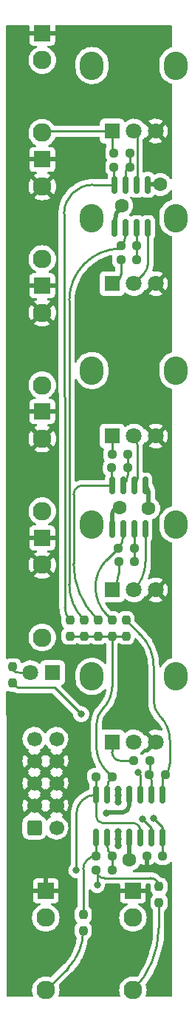
<source format=gbr>
%TF.GenerationSoftware,KiCad,Pcbnew,6.0.11+dfsg-1~bpo11+1*%
%TF.CreationDate,2023-11-22T17:04:06+08:00*%
%TF.ProjectId,MiniAttenuMix - Main,4d696e69-4174-4746-956e-754d6978202d,v0.2*%
%TF.SameCoordinates,Original*%
%TF.FileFunction,Copper,L2,Bot*%
%TF.FilePolarity,Positive*%
%FSLAX46Y46*%
G04 Gerber Fmt 4.6, Leading zero omitted, Abs format (unit mm)*
G04 Created by KiCad (PCBNEW 6.0.11+dfsg-1~bpo11+1) date 2023-11-22 17:04:06*
%MOMM*%
%LPD*%
G01*
G04 APERTURE LIST*
G04 Aperture macros list*
%AMRoundRect*
0 Rectangle with rounded corners*
0 $1 Rounding radius*
0 $2 $3 $4 $5 $6 $7 $8 $9 X,Y pos of 4 corners*
0 Add a 4 corners polygon primitive as box body*
4,1,4,$2,$3,$4,$5,$6,$7,$8,$9,$2,$3,0*
0 Add four circle primitives for the rounded corners*
1,1,$1+$1,$2,$3*
1,1,$1+$1,$4,$5*
1,1,$1+$1,$6,$7*
1,1,$1+$1,$8,$9*
0 Add four rect primitives between the rounded corners*
20,1,$1+$1,$2,$3,$4,$5,0*
20,1,$1+$1,$4,$5,$6,$7,0*
20,1,$1+$1,$6,$7,$8,$9,0*
20,1,$1+$1,$8,$9,$2,$3,0*%
G04 Aperture macros list end*
%TA.AperFunction,ComponentPad*%
%ADD10O,2.720000X3.240000*%
%TD*%
%TA.AperFunction,ComponentPad*%
%ADD11R,1.800000X1.800000*%
%TD*%
%TA.AperFunction,ComponentPad*%
%ADD12C,1.800000*%
%TD*%
%TA.AperFunction,ComponentPad*%
%ADD13R,1.930000X1.830000*%
%TD*%
%TA.AperFunction,ComponentPad*%
%ADD14C,2.130000*%
%TD*%
%TA.AperFunction,SMDPad,CuDef*%
%ADD15RoundRect,0.237500X0.250000X0.237500X-0.250000X0.237500X-0.250000X-0.237500X0.250000X-0.237500X0*%
%TD*%
%TA.AperFunction,SMDPad,CuDef*%
%ADD16RoundRect,0.150000X-0.150000X0.825000X-0.150000X-0.825000X0.150000X-0.825000X0.150000X0.825000X0*%
%TD*%
%TA.AperFunction,SMDPad,CuDef*%
%ADD17RoundRect,0.237500X-0.250000X-0.237500X0.250000X-0.237500X0.250000X0.237500X-0.250000X0.237500X0*%
%TD*%
%TA.AperFunction,SMDPad,CuDef*%
%ADD18RoundRect,0.237500X-0.237500X0.250000X-0.237500X-0.250000X0.237500X-0.250000X0.237500X0.250000X0*%
%TD*%
%TA.AperFunction,ComponentPad*%
%ADD19RoundRect,0.250000X-0.600000X-0.600000X0.600000X-0.600000X0.600000X0.600000X-0.600000X0.600000X0*%
%TD*%
%TA.AperFunction,ComponentPad*%
%ADD20C,1.700000*%
%TD*%
%TA.AperFunction,ViaPad*%
%ADD21C,1.600000*%
%TD*%
%TA.AperFunction,ViaPad*%
%ADD22C,0.800000*%
%TD*%
%TA.AperFunction,Conductor*%
%ADD23C,0.500000*%
%TD*%
%TA.AperFunction,Conductor*%
%ADD24C,0.250000*%
%TD*%
G04 APERTURE END LIST*
D10*
%TO.P,RV4,*%
%TO.N,*%
X159900000Y-95625000D03*
X150300000Y-95625000D03*
D11*
%TO.P,RV4,1,1*%
%TO.N,Net-(IN4-PadT)*%
X152600000Y-103125000D03*
D12*
%TO.P,RV4,2,2*%
%TO.N,Net-(RV4-Pad2)*%
X155100000Y-103125000D03*
%TO.P,RV4,3,3*%
%TO.N,GND*%
X157600000Y-103125000D03*
%TD*%
D13*
%TO.P,OUT_INV1,S*%
%TO.N,GND*%
X155000000Y-137550000D03*
D14*
%TO.P,OUT_INV1,T*%
%TO.N,Net-(OUT_INV1-PadT)*%
X155000000Y-148950000D03*
%TO.P,OUT_INV1,TN*%
%TO.N,unconnected-(OUT_INV1-PadTN)*%
X155000000Y-140650000D03*
%TD*%
D11*
%TO.P,D1,1,KA*%
%TO.N,Net-(D1-Pad1)*%
X145775000Y-112600000D03*
D12*
%TO.P,D1,2,AK*%
%TO.N,Net-(D1-Pad2)*%
X143235000Y-112600000D03*
%TD*%
D13*
%TO.P,IN2,S*%
%TO.N,GND*%
X144600000Y-53870000D03*
D14*
%TO.P,IN2,T*%
%TO.N,Net-(IN2-PadT)*%
X144600000Y-65270000D03*
%TO.P,IN2,TN*%
%TO.N,GND*%
X144600000Y-56970000D03*
%TD*%
D10*
%TO.P,RV1,*%
%TO.N,*%
X159900000Y-43125000D03*
X150300000Y-43125000D03*
D11*
%TO.P,RV1,1,1*%
%TO.N,Net-(IN1-PadT)*%
X152600000Y-50625000D03*
D12*
%TO.P,RV1,2,2*%
%TO.N,Net-(RV1-Pad2)*%
X155100000Y-50625000D03*
%TO.P,RV1,3,3*%
%TO.N,GND*%
X157600000Y-50625000D03*
%TD*%
D10*
%TO.P,RV3,*%
%TO.N,*%
X159900000Y-78025000D03*
X150300000Y-78025000D03*
D11*
%TO.P,RV3,1,1*%
%TO.N,Net-(IN3-PadT)*%
X152600000Y-85525000D03*
D12*
%TO.P,RV3,2,2*%
%TO.N,Net-(RV3-Pad2)*%
X155100000Y-85525000D03*
%TO.P,RV3,3,3*%
%TO.N,GND*%
X157600000Y-85525000D03*
%TD*%
D10*
%TO.P,RV2,*%
%TO.N,*%
X159900000Y-60572800D03*
X150300000Y-60572800D03*
D11*
%TO.P,RV2,1,1*%
%TO.N,Net-(IN2-PadT)*%
X152600000Y-68072800D03*
D12*
%TO.P,RV2,2,2*%
%TO.N,Net-(RV2-Pad2)*%
X155100000Y-68072800D03*
%TO.P,RV2,3,3*%
%TO.N,GND*%
X157600000Y-68072800D03*
%TD*%
D13*
%TO.P,OUT1,S*%
%TO.N,GND*%
X145000000Y-137550000D03*
D14*
%TO.P,OUT1,T*%
%TO.N,Net-(OUT1-PadT)*%
X145000000Y-148950000D03*
%TO.P,OUT1,TN*%
%TO.N,unconnected-(OUT1-PadTN)*%
X145000000Y-140650000D03*
%TD*%
D13*
%TO.P,IN3,S*%
%TO.N,GND*%
X144600000Y-68300000D03*
D14*
%TO.P,IN3,T*%
%TO.N,Net-(IN3-PadT)*%
X144600000Y-79700000D03*
%TO.P,IN3,TN*%
%TO.N,GND*%
X144600000Y-71400000D03*
%TD*%
D13*
%TO.P,IN4,S*%
%TO.N,GND*%
X144600000Y-82720000D03*
D14*
%TO.P,IN4,T*%
%TO.N,Net-(IN4-PadT)*%
X144600000Y-94120000D03*
%TO.P,IN4,TN*%
%TO.N,GND*%
X144600000Y-85820000D03*
%TD*%
D13*
%TO.P,IN1,S*%
%TO.N,GND*%
X144600000Y-39420000D03*
D14*
%TO.P,IN1,T*%
%TO.N,Net-(IN1-PadT)*%
X144600000Y-50820000D03*
%TO.P,IN1,TN*%
%TO.N,POS_12V*%
X144600000Y-42520000D03*
%TD*%
D10*
%TO.P,RV5,*%
%TO.N,*%
X159900000Y-113025000D03*
X150300000Y-113025000D03*
D11*
%TO.P,RV5,1,1*%
%TO.N,Net-(IN5-PadT)*%
X152600000Y-120525000D03*
D12*
%TO.P,RV5,2,2*%
%TO.N,Net-(RV5-Pad2)*%
X155100000Y-120525000D03*
%TO.P,RV5,3,3*%
%TO.N,GND*%
X157600000Y-120525000D03*
%TD*%
D13*
%TO.P,IN5,S*%
%TO.N,GND*%
X144600000Y-97170000D03*
D14*
%TO.P,IN5,T*%
%TO.N,Net-(IN5-PadT)*%
X144600000Y-108570000D03*
%TO.P,IN5,TN*%
%TO.N,GND*%
X144600000Y-100270000D03*
%TD*%
D15*
%TO.P,R16,1*%
%TO.N,Net-(R11-Pad2)*%
X152602500Y-124500000D03*
%TO.P,R16,2*%
%TO.N,Net-(R16-Pad2)*%
X150777500Y-124500000D03*
%TD*%
D16*
%TO.P,U1,1*%
%TO.N,Net-(R15-Pad1)*%
X152890000Y-56774076D03*
%TO.P,U1,2,-*%
%TO.N,Net-(R1-Pad2)*%
X154160000Y-56774076D03*
%TO.P,U1,3,+*%
%TO.N,Net-(RV1-Pad2)*%
X155430000Y-56774076D03*
%TO.P,U1,4,V-*%
%TO.N,NEG_12V*%
X156700000Y-56774076D03*
%TO.P,U1,5,+*%
%TO.N,Net-(RV2-Pad2)*%
X156700000Y-61724076D03*
%TO.P,U1,6,-*%
%TO.N,Net-(R2-Pad2)*%
X155430000Y-61724076D03*
%TO.P,U1,7*%
%TO.N,Net-(R11-Pad1)*%
X154160000Y-61724076D03*
%TO.P,U1,8,V+*%
%TO.N,POS_12V*%
X152890000Y-61724076D03*
%TD*%
D15*
%TO.P,R18,1*%
%TO.N,Net-(R17-Pad2)*%
X152602500Y-133600000D03*
%TO.P,R18,2*%
%TO.N,Net-(R18-Pad2)*%
X150777500Y-133600000D03*
%TD*%
D17*
%TO.P,R1,1*%
%TO.N,Net-(IN1-PadT)*%
X152832500Y-53149076D03*
%TO.P,R1,2*%
%TO.N,Net-(R1-Pad2)*%
X154657500Y-53149076D03*
%TD*%
D18*
%TO.P,R11,1*%
%TO.N,Net-(R11-Pad1)*%
X149400000Y-106587500D03*
%TO.P,R11,2*%
%TO.N,Net-(R11-Pad2)*%
X149400000Y-108412500D03*
%TD*%
D15*
%TO.P,R9,1*%
%TO.N,Net-(R4-Pad2)*%
X155172400Y-98327600D03*
%TO.P,R9,2*%
%TO.N,Net-(R13-Pad1)*%
X153347400Y-98327600D03*
%TD*%
D17*
%TO.P,R4,1*%
%TO.N,Net-(IN4-PadT)*%
X153372400Y-99902600D03*
%TO.P,R4,2*%
%TO.N,Net-(R4-Pad2)*%
X155197400Y-99902600D03*
%TD*%
D19*
%TO.P,J1,1,Pin_1*%
%TO.N,NEG_12V*%
X143697500Y-130330000D03*
D20*
%TO.P,J1,2,Pin_2*%
X146237500Y-130330000D03*
%TO.P,J1,3,Pin_3*%
%TO.N,GND*%
X143697500Y-127790000D03*
%TO.P,J1,4,Pin_4*%
X146237500Y-127790000D03*
%TO.P,J1,5,Pin_5*%
X143697500Y-125250000D03*
%TO.P,J1,6,Pin_6*%
X146237500Y-125250000D03*
%TO.P,J1,7,Pin_7*%
X143697500Y-122710000D03*
%TO.P,J1,8,Pin_8*%
X146237500Y-122710000D03*
%TO.P,J1,9,Pin_9*%
%TO.N,POS_12V*%
X143697500Y-120170000D03*
%TO.P,J1,10,Pin_10*%
X146237500Y-120170000D03*
%TD*%
D17*
%TO.P,R17,1*%
%TO.N,Net-(R16-Pad2)*%
X150777500Y-135200000D03*
%TO.P,R17,2*%
%TO.N,Net-(R17-Pad2)*%
X152602500Y-135200000D03*
%TD*%
D15*
%TO.P,R22,1*%
%TO.N,Net-(D1-Pad1)*%
X158412500Y-133600000D03*
%TO.P,R22,2*%
%TO.N,GND*%
X156587500Y-133600000D03*
%TD*%
%TO.P,R7,1*%
%TO.N,Net-(R2-Pad2)*%
X155457500Y-63774076D03*
%TO.P,R7,2*%
%TO.N,Net-(R11-Pad1)*%
X153632500Y-63774076D03*
%TD*%
D18*
%TO.P,R13,1*%
%TO.N,Net-(R13-Pad1)*%
X152600000Y-106587500D03*
%TO.P,R13,2*%
%TO.N,Net-(R11-Pad2)*%
X152600000Y-108412500D03*
%TD*%
D17*
%TO.P,R3,1*%
%TO.N,Net-(IN3-PadT)*%
X152587500Y-87652600D03*
%TO.P,R3,2*%
%TO.N,Net-(R3-Pad2)*%
X154412500Y-87652600D03*
%TD*%
%TO.P,R10,1*%
%TO.N,Net-(R10-Pad1)*%
X156877500Y-124300000D03*
%TO.P,R10,2*%
%TO.N,Net-(R10-Pad2)*%
X158702500Y-124300000D03*
%TD*%
D18*
%TO.P,R21,1*%
%TO.N,Net-(R18-Pad2)*%
X149300000Y-140287500D03*
%TO.P,R21,2*%
%TO.N,Net-(OUT1-PadT)*%
X149300000Y-142112500D03*
%TD*%
D15*
%TO.P,R6,1*%
%TO.N,Net-(R1-Pad2)*%
X154657500Y-54749076D03*
%TO.P,R6,2*%
%TO.N,Net-(R15-Pad1)*%
X152832500Y-54749076D03*
%TD*%
D18*
%TO.P,R12,1*%
%TO.N,Net-(R12-Pad1)*%
X151000000Y-106587500D03*
%TO.P,R12,2*%
%TO.N,Net-(R11-Pad2)*%
X151000000Y-108412500D03*
%TD*%
D15*
%TO.P,R8,1*%
%TO.N,Net-(R3-Pad2)*%
X154382400Y-89177600D03*
%TO.P,R8,2*%
%TO.N,Net-(R12-Pad1)*%
X152557400Y-89177600D03*
%TD*%
D18*
%TO.P,R14,1*%
%TO.N,Net-(R10-Pad2)*%
X154200000Y-106587500D03*
%TO.P,R14,2*%
%TO.N,Net-(R11-Pad2)*%
X154200000Y-108412500D03*
%TD*%
%TO.P,R19,1*%
%TO.N,Net-(D1-Pad2)*%
X141225000Y-111937500D03*
%TO.P,R19,2*%
%TO.N,Net-(R19-Pad2)*%
X141225000Y-113762500D03*
%TD*%
D16*
%TO.P,U2,1*%
%TO.N,Net-(R12-Pad1)*%
X152614900Y-91202600D03*
%TO.P,U2,2,-*%
%TO.N,Net-(R3-Pad2)*%
X153884900Y-91202600D03*
%TO.P,U2,3,+*%
%TO.N,Net-(RV3-Pad2)*%
X155154900Y-91202600D03*
%TO.P,U2,4,V-*%
%TO.N,NEG_12V*%
X156424900Y-91202600D03*
%TO.P,U2,5,+*%
%TO.N,Net-(RV4-Pad2)*%
X156424900Y-96152600D03*
%TO.P,U2,6,-*%
%TO.N,Net-(R4-Pad2)*%
X155154900Y-96152600D03*
%TO.P,U2,7*%
%TO.N,Net-(R13-Pad1)*%
X153884900Y-96152600D03*
%TO.P,U2,8,V+*%
%TO.N,POS_12V*%
X152614900Y-96152600D03*
%TD*%
D18*
%TO.P,R20,1*%
%TO.N,Net-(R16-Pad2)*%
X158000000Y-137087500D03*
%TO.P,R20,2*%
%TO.N,Net-(OUT_INV1-PadT)*%
X158000000Y-138912500D03*
%TD*%
D16*
%TO.P,U3,1*%
%TO.N,Net-(R16-Pad2)*%
X150780000Y-126550000D03*
%TO.P,U3,2,-*%
%TO.N,Net-(R11-Pad2)*%
X152050000Y-126550000D03*
%TO.P,U3,3,+*%
%TO.N,GND*%
X153320000Y-126550000D03*
%TO.P,U3,4,V+*%
%TO.N,POS_12V*%
X154590000Y-126550000D03*
%TO.P,U3,5,+*%
%TO.N,Net-(RV5-Pad2)*%
X155860000Y-126550000D03*
%TO.P,U3,6,-*%
%TO.N,Net-(R10-Pad1)*%
X157130000Y-126550000D03*
%TO.P,U3,7*%
%TO.N,Net-(R10-Pad2)*%
X158400000Y-126550000D03*
%TO.P,U3,8*%
%TO.N,Net-(D1-Pad1)*%
X158400000Y-131500000D03*
%TO.P,U3,9,-*%
%TO.N,Net-(R19-Pad2)*%
X157130000Y-131500000D03*
%TO.P,U3,10,+*%
%TO.N,Net-(R16-Pad2)*%
X155860000Y-131500000D03*
%TO.P,U3,11,V-*%
%TO.N,NEG_12V*%
X154590000Y-131500000D03*
%TO.P,U3,12,+*%
%TO.N,GND*%
X153320000Y-131500000D03*
%TO.P,U3,13,-*%
%TO.N,Net-(R17-Pad2)*%
X152050000Y-131500000D03*
%TO.P,U3,14*%
%TO.N,Net-(R18-Pad2)*%
X150780000Y-131500000D03*
%TD*%
D18*
%TO.P,R15,1*%
%TO.N,Net-(R15-Pad1)*%
X147800000Y-106587500D03*
%TO.P,R15,2*%
%TO.N,Net-(R11-Pad2)*%
X147800000Y-108412500D03*
%TD*%
D17*
%TO.P,R2,1*%
%TO.N,Net-(IN2-PadT)*%
X153632500Y-65349076D03*
%TO.P,R2,2*%
%TO.N,Net-(R2-Pad2)*%
X155457500Y-65349076D03*
%TD*%
%TO.P,R5,1*%
%TO.N,Net-(IN5-PadT)*%
X155087500Y-122700000D03*
%TO.P,R5,2*%
%TO.N,Net-(R10-Pad1)*%
X156912500Y-122700000D03*
%TD*%
D21*
%TO.N,POS_12V*%
X153454900Y-93700000D03*
X153700000Y-59150000D03*
D22*
X151983069Y-128706931D03*
%TO.N,GND*%
X153325000Y-125950000D03*
X153300000Y-127375000D03*
D21*
X142625000Y-115725000D03*
D22*
X153290000Y-130800000D03*
D21*
X144525000Y-115700000D03*
D22*
X158700000Y-135000000D03*
X153290000Y-132400000D03*
X157700000Y-135000000D03*
X156600000Y-135000000D03*
X153325000Y-126625000D03*
X153290000Y-131600000D03*
D21*
%TO.N,NEG_12V*%
X158147792Y-56747792D03*
X154590000Y-133990000D03*
X156800000Y-93800000D03*
D22*
%TO.N,Net-(R16-Pad2)*%
X150900000Y-136900000D03*
X148500000Y-135200000D03*
%TO.N,Net-(RV5-Pad2)*%
X155600000Y-124026000D03*
%TO.N,Net-(D1-Pad1)*%
X157350000Y-129275000D03*
%TO.N,Net-(R19-Pad2)*%
X149075000Y-117350000D03*
X156100000Y-129325000D03*
%TD*%
D23*
%TO.N,POS_12V*%
X152614900Y-94540000D02*
X152614900Y-96152600D01*
X152091433Y-128598567D02*
X151983069Y-128706931D01*
X153828084Y-128598567D02*
X152091433Y-128598567D01*
X154590000Y-126550000D02*
X154590000Y-127755000D01*
X152890000Y-61105512D02*
X152890000Y-61724076D01*
X153828079Y-128598516D02*
G75*
G03*
X154590000Y-127755000I-88179J845516D01*
G01*
X152890006Y-61105512D02*
G75*
G02*
X153700000Y-59150000I2765494J12D01*
G01*
X152614900Y-94540000D02*
G75*
G02*
X153454900Y-93700000I840000J0D01*
G01*
%TO.N,NEG_12V*%
X156800000Y-93800000D02*
X156800000Y-92108171D01*
X154590000Y-131500000D02*
X154590000Y-133990000D01*
X158147792Y-56747792D02*
X156726284Y-56747792D01*
X156424892Y-91202608D02*
G75*
G02*
X156800000Y-92108171I-905592J-905592D01*
G01*
X156699976Y-56774076D02*
G75*
G02*
X156725000Y-56749076I25024J-24D01*
G01*
X156699992Y-56774076D02*
G75*
G02*
X156726284Y-56747792I26308J-24D01*
G01*
D24*
%TO.N,Net-(D1-Pad2)*%
X143235000Y-112600000D02*
X141919086Y-112600000D01*
X141225004Y-112312496D02*
G75*
G03*
X141919086Y-112600000I694096J694096D01*
G01*
%TO.N,Net-(IN1-PadT)*%
X152600000Y-50625000D02*
X152600000Y-52916576D01*
X145070771Y-50625000D02*
X152600000Y-50625000D01*
X145070771Y-50624989D02*
G75*
G03*
X144600001Y-50820001I29J-665811D01*
G01*
X152832500Y-53149100D02*
G75*
G02*
X152600000Y-52916576I0J232500D01*
G01*
%TO.N,Net-(IN2-PadT)*%
X153632500Y-65349076D02*
X153632500Y-67040300D01*
X152600000Y-68072800D02*
G75*
G03*
X153632500Y-67040300I0J1032500D01*
G01*
%TO.N,Net-(IN3-PadT)*%
X152587500Y-87652600D02*
X152587500Y-85555177D01*
X152600007Y-85525007D02*
G75*
G03*
X152587500Y-85555177I30193J-30193D01*
G01*
%TO.N,Net-(IN4-PadT)*%
X153372400Y-99902600D02*
X153372400Y-101260262D01*
X152600011Y-103125011D02*
G75*
G03*
X153372400Y-101260262I-1864711J1864711D01*
G01*
%TO.N,Net-(OUT1-PadT)*%
X147514555Y-146435444D02*
X145000000Y-148950000D01*
X147514558Y-146435447D02*
G75*
G03*
X149300000Y-142125000I-4310458J4310447D01*
G01*
%TO.N,Net-(OUT_INV1-PadT)*%
X157950000Y-139112500D02*
X157950000Y-141828070D01*
X155000009Y-148950009D02*
G75*
G03*
X157950000Y-141828070I-7121909J7121909D01*
G01*
%TO.N,Net-(R1-Pad2)*%
X154160000Y-55246576D02*
X154160000Y-56774076D01*
X154657500Y-54749076D02*
X154657500Y-53149076D01*
X154159976Y-55246576D02*
G75*
G02*
X154657500Y-54749076I497524J-24D01*
G01*
%TO.N,Net-(R2-Pad2)*%
X155457500Y-65349076D02*
X155457500Y-61790466D01*
X155429985Y-61724091D02*
G75*
G02*
X155457500Y-61790466I-66385J-66409D01*
G01*
%TO.N,Net-(R3-Pad2)*%
X154412500Y-87652600D02*
X154412500Y-89104933D01*
X154382400Y-89177600D02*
X154382400Y-90001529D01*
X154382391Y-89177591D02*
G75*
G03*
X154412500Y-89104933I-72691J72691D01*
G01*
X153884892Y-91202592D02*
G75*
G03*
X154382400Y-90001529I-1201092J1201092D01*
G01*
%TO.N,Net-(R4-Pad2)*%
X155154900Y-96152600D02*
X155154900Y-99799996D01*
X155197399Y-99902601D02*
G75*
G02*
X155154900Y-99799996I102601J102601D01*
G01*
%TO.N,Net-(R12-Pad1)*%
X151000000Y-106500000D02*
X151000000Y-106587500D01*
X148200000Y-92200000D02*
X148200000Y-100114700D01*
X152557400Y-89177600D02*
X152557400Y-91063783D01*
X152614900Y-91202600D02*
X149197400Y-91202600D01*
X150797063Y-106384563D02*
X151000000Y-106587500D01*
X150797068Y-106384558D02*
G75*
G02*
X148200000Y-100114700I6269832J6269858D01*
G01*
X148200000Y-92200000D02*
G75*
G02*
X149197400Y-91202600I997400J0D01*
G01*
X152614895Y-91202605D02*
G75*
G02*
X152557400Y-91063783I138805J138805D01*
G01*
%TO.N,Net-(R16-Pad2)*%
X150777500Y-124500000D02*
X150777500Y-126543965D01*
X151677500Y-136100000D02*
X157012500Y-136100000D01*
X150800000Y-129100000D02*
X150800000Y-126570000D01*
X148500000Y-135200000D02*
X148500000Y-128830000D01*
X150900000Y-136900000D02*
X150900000Y-135322500D01*
X154961016Y-129800000D02*
X151500000Y-129800000D01*
X155860000Y-131500000D02*
X155860000Y-130698984D01*
X151677500Y-136100000D02*
G75*
G02*
X150777500Y-135200000I0J900000D01*
G01*
X150800000Y-129100000D02*
G75*
G03*
X151500000Y-129800000I700000J0D01*
G01*
X150777500Y-135200000D02*
G75*
G02*
X150900000Y-135322500I0J-122500D01*
G01*
X150780000Y-126550000D02*
G75*
G02*
X150800000Y-126570000I0J-20000D01*
G01*
X154961016Y-129800000D02*
G75*
G02*
X155860000Y-130698984I-16J-899000D01*
G01*
X150779990Y-126550010D02*
G75*
G02*
X150777500Y-126543965I6010J6010D01*
G01*
X150780000Y-126550000D02*
G75*
G03*
X148500000Y-128830000I0J-2280000D01*
G01*
X158000000Y-137087500D02*
G75*
G03*
X157012500Y-136100000I-987500J0D01*
G01*
%TO.N,Net-(RV1-Pad2)*%
X155100000Y-50625000D02*
X155470000Y-50995000D01*
X155470000Y-50995000D02*
X155470000Y-56734076D01*
X155430000Y-56774100D02*
G75*
G03*
X155470000Y-56734076I0J40000D01*
G01*
%TO.N,Net-(RV2-Pad2)*%
X156700000Y-61724076D02*
X156700000Y-65900000D01*
X156294969Y-66877831D02*
X155100000Y-68072800D01*
X156294977Y-66877839D02*
G75*
G03*
X156700000Y-65900000I-977877J977839D01*
G01*
%TO.N,Net-(RV3-Pad2)*%
X155500000Y-86490685D02*
X155500000Y-90369455D01*
X155500006Y-86490685D02*
G75*
G03*
X155100000Y-85525000I-1365706J-15D01*
G01*
X155154913Y-91202613D02*
G75*
G03*
X155500000Y-90369455I-833113J833113D01*
G01*
%TO.N,Net-(RV4-Pad2)*%
X156424900Y-96152600D02*
X156424900Y-99926409D01*
X155099998Y-103124998D02*
G75*
G03*
X156424900Y-99926409I-3198598J3198598D01*
G01*
%TO.N,Net-(IN5-PadT)*%
X152600000Y-120525000D02*
X152600000Y-121675000D01*
X153625000Y-122700000D02*
X155087500Y-122700000D01*
X153625000Y-122700000D02*
G75*
G02*
X152600000Y-121675000I0J1025000D01*
G01*
%TO.N,Net-(R15-Pad1)*%
X147200000Y-101700000D02*
X147200000Y-105138972D01*
X152832500Y-54749076D02*
X152832500Y-56716576D01*
X147100000Y-60064084D02*
X147200000Y-101700000D01*
X152890000Y-56774076D02*
X150390008Y-56774076D01*
X152890000Y-56774100D02*
G75*
G02*
X152832500Y-56716576I0J57500D01*
G01*
X147799992Y-106587508D02*
G75*
G02*
X147200000Y-105138972I1448508J1448508D01*
G01*
X150390000Y-56774075D02*
G75*
G02*
X150390008Y-56774076I0J-25D01*
G01*
X147099984Y-60064084D02*
G75*
G02*
X150390000Y-56774084I3290016J-16D01*
G01*
%TO.N,Net-(R11-Pad1)*%
X147700000Y-69998581D02*
X147700000Y-102483301D01*
X153632500Y-63774076D02*
X153629194Y-64069387D01*
X154160000Y-61724076D02*
X154160000Y-62500579D01*
X149400011Y-106587489D02*
G75*
G02*
X147700000Y-102483301I4104189J4104189D01*
G01*
X153632511Y-63774087D02*
G75*
G03*
X154160000Y-62500579I-1273511J1273487D01*
G01*
X147699987Y-69998581D02*
G75*
G02*
X153629194Y-64069387I5929213J-19D01*
G01*
%TO.N,Net-(R13-Pad1)*%
X153884900Y-96152600D02*
X153884900Y-97029961D01*
X152600000Y-106587500D02*
X152034665Y-106022165D01*
X151990470Y-99684530D02*
X153347400Y-98327600D01*
X151990478Y-99684538D02*
G75*
G03*
X150700000Y-102800000I3115422J-3115462D01*
G01*
X153347412Y-98327612D02*
G75*
G03*
X153884900Y-97029961I-1297612J1297612D01*
G01*
X150699992Y-102800000D02*
G75*
G03*
X152034665Y-106022165I4556808J0D01*
G01*
%TO.N,Net-(R11-Pad2)*%
X147800000Y-108412500D02*
X154200000Y-108412500D01*
X152050000Y-125833852D02*
X152050000Y-126550000D01*
X152035669Y-123933169D02*
X152602500Y-124500000D01*
X150800000Y-118571015D02*
X150800000Y-120950000D01*
X152600000Y-108412500D02*
X152600000Y-114225432D01*
X152049952Y-125833852D02*
G75*
G02*
X152602501Y-124500001I1886348J-48D01*
G01*
X151574991Y-116699991D02*
G75*
G03*
X152600000Y-114225432I-2474591J2474591D01*
G01*
X150800007Y-118571015D02*
G75*
G02*
X151575000Y-116700000I2645993J15D01*
G01*
X152035677Y-123933161D02*
G75*
G02*
X150800000Y-120950000I2983123J2983161D01*
G01*
%TO.N,Net-(R17-Pad2)*%
X152602500Y-135200000D02*
X152602500Y-133600000D01*
X152050000Y-131500000D02*
X152050000Y-132266148D01*
X152602514Y-133599986D02*
G75*
G02*
X152050000Y-132266148I1333886J1333886D01*
G01*
%TO.N,Net-(R18-Pad2)*%
X149300000Y-140287500D02*
X149300000Y-135077500D01*
X150780000Y-131500000D02*
X150780000Y-133593965D01*
X150777510Y-133600010D02*
G75*
G03*
X150780000Y-133593965I-6010J6010D01*
G01*
X150777500Y-133600000D02*
G75*
G03*
X149300000Y-135077500I0J-1477500D01*
G01*
%TO.N,Net-(R10-Pad1)*%
X156912500Y-122700000D02*
X156912500Y-124265000D01*
X157130000Y-124909588D02*
X157130000Y-126550000D01*
X157130004Y-124909588D02*
G75*
G03*
X156877500Y-124300000I-862104J-12D01*
G01*
X156877500Y-124300000D02*
G75*
G03*
X156912500Y-124265000I0J35000D01*
G01*
%TO.N,Net-(R10-Pad2)*%
X159225000Y-120290990D02*
X159225000Y-123038574D01*
X157375000Y-111872871D02*
X157375000Y-115824696D01*
X158400000Y-125030299D02*
X158400000Y-126550000D01*
X154200000Y-106587500D02*
X155882743Y-108270243D01*
X158099999Y-117575001D02*
G75*
G02*
X157375000Y-115824696I1750301J1750301D01*
G01*
X159225004Y-120290990D02*
G75*
G03*
X158100000Y-117575000I-3841004J-10D01*
G01*
X158702508Y-124300008D02*
G75*
G03*
X159225000Y-123038574I-1261408J1261408D01*
G01*
X158400000Y-125030299D02*
G75*
G02*
X158702500Y-124300000I1032800J-1D01*
G01*
X157375016Y-111872871D02*
G75*
G03*
X155882743Y-108270243I-5094916J-29D01*
G01*
%TO.N,Net-(RV5-Pad2)*%
X155860000Y-124286000D02*
X155600000Y-124026000D01*
X155860000Y-126550000D02*
X155860000Y-124286000D01*
%TO.N,Net-(D1-Pad1)*%
X158400000Y-131500000D02*
X158400000Y-133587500D01*
X158400000Y-131500000D02*
X158400000Y-130325000D01*
X158400000Y-130325000D02*
X157350000Y-129275000D01*
X158412500Y-133600000D02*
G75*
G02*
X158400000Y-133587500I0J12500D01*
G01*
%TO.N,Net-(R19-Pad2)*%
X146025000Y-114300000D02*
X149075000Y-117350000D01*
X141762500Y-114300000D02*
X146025000Y-114300000D01*
X141225000Y-113762500D02*
X141762500Y-114300000D01*
X157130000Y-131500000D02*
X157130000Y-130380000D01*
X157130000Y-130380000D02*
X156100000Y-129350000D01*
X156100000Y-129350000D02*
X156100000Y-129325000D01*
%TD*%
%TA.AperFunction,Conductor*%
%TO.N,GND*%
G36*
X153469121Y-136753502D02*
G01*
X153515614Y-136807158D01*
X153527000Y-136859500D01*
X153527000Y-137277885D01*
X153531475Y-137293124D01*
X153532865Y-137294329D01*
X153540548Y-137296000D01*
X156454884Y-137296000D01*
X156470123Y-137291525D01*
X156471328Y-137290135D01*
X156472999Y-137282452D01*
X156472999Y-136859500D01*
X156493001Y-136791379D01*
X156546657Y-136744886D01*
X156598999Y-136733500D01*
X156890500Y-136733500D01*
X156958621Y-136753502D01*
X157005114Y-136807158D01*
X157016500Y-136859500D01*
X157016500Y-137387072D01*
X157016837Y-137390318D01*
X157016837Y-137390322D01*
X157021675Y-137436944D01*
X157027293Y-137491093D01*
X157029474Y-137497629D01*
X157029474Y-137497631D01*
X157054938Y-137573955D01*
X157082346Y-137656107D01*
X157173884Y-137804031D01*
X157179066Y-137809204D01*
X157280786Y-137910747D01*
X157314865Y-137973030D01*
X157309862Y-138043850D01*
X157280941Y-138088937D01*
X157178246Y-138191812D01*
X157178242Y-138191817D01*
X157173071Y-138196997D01*
X157169231Y-138203227D01*
X157169230Y-138203228D01*
X157086364Y-138337662D01*
X157081791Y-138345080D01*
X157027026Y-138510191D01*
X157016500Y-138612928D01*
X157016500Y-139212072D01*
X157016837Y-139215318D01*
X157016837Y-139215322D01*
X157019582Y-139241773D01*
X157027293Y-139316093D01*
X157029474Y-139322629D01*
X157029474Y-139322631D01*
X157033613Y-139335036D01*
X157082346Y-139481107D01*
X157173884Y-139629031D01*
X157179066Y-139634204D01*
X157279518Y-139734481D01*
X157313597Y-139796763D01*
X157316500Y-139823654D01*
X157316500Y-141778054D01*
X157315422Y-141794500D01*
X157312996Y-141812928D01*
X157311882Y-141821389D01*
X157312716Y-141828941D01*
X157314695Y-141846872D01*
X157315399Y-141864502D01*
X157304418Y-142227978D01*
X157299397Y-142394152D01*
X157298937Y-142401743D01*
X157273552Y-142681107D01*
X157248031Y-142961953D01*
X157247114Y-142969508D01*
X157162475Y-143525633D01*
X157161103Y-143533120D01*
X157043039Y-144083124D01*
X157041217Y-144090514D01*
X156890166Y-144632366D01*
X156887902Y-144639632D01*
X156770763Y-144979092D01*
X156704406Y-145171388D01*
X156701707Y-145178505D01*
X156486437Y-145698212D01*
X156483313Y-145705153D01*
X156237059Y-146210912D01*
X156233522Y-146217651D01*
X155957182Y-146707615D01*
X155953246Y-146714126D01*
X155834032Y-146898512D01*
X155647820Y-147186523D01*
X155643496Y-147192787D01*
X155509535Y-147374846D01*
X155453052Y-147417860D01*
X155378634Y-147422690D01*
X155251723Y-147392221D01*
X155251720Y-147392220D01*
X155246911Y-147391066D01*
X155000000Y-147371634D01*
X154753089Y-147391066D01*
X154748282Y-147392220D01*
X154748276Y-147392221D01*
X154621367Y-147422690D01*
X154512258Y-147448885D01*
X154507687Y-147450778D01*
X154507685Y-147450779D01*
X154288011Y-147541771D01*
X154288007Y-147541773D01*
X154283437Y-147543666D01*
X154072260Y-147673075D01*
X153883927Y-147833927D01*
X153723075Y-148022260D01*
X153593666Y-148233437D01*
X153591773Y-148238007D01*
X153591771Y-148238011D01*
X153500779Y-148457685D01*
X153498885Y-148462258D01*
X153497730Y-148467070D01*
X153442221Y-148698276D01*
X153442220Y-148698282D01*
X153441066Y-148703089D01*
X153421634Y-148950000D01*
X153441066Y-149196911D01*
X153442220Y-149201718D01*
X153442221Y-149201724D01*
X153478499Y-149352830D01*
X153498885Y-149437742D01*
X153531832Y-149517284D01*
X153539421Y-149587871D01*
X153507642Y-149651358D01*
X153446584Y-149687586D01*
X153415423Y-149691500D01*
X146584577Y-149691500D01*
X146516456Y-149671498D01*
X146469963Y-149617842D01*
X146459859Y-149547568D01*
X146468166Y-149517287D01*
X146501115Y-149437742D01*
X146521501Y-149352830D01*
X146557779Y-149201724D01*
X146557780Y-149201718D01*
X146558934Y-149196911D01*
X146578366Y-148950000D01*
X146558934Y-148703089D01*
X146557780Y-148698282D01*
X146557779Y-148698276D01*
X146502270Y-148467070D01*
X146501115Y-148462258D01*
X146498928Y-148456978D01*
X146498897Y-148456688D01*
X146497691Y-148452977D01*
X146498471Y-148452724D01*
X146491338Y-148386389D01*
X146526241Y-148319663D01*
X147924322Y-146921581D01*
X147937764Y-146909916D01*
X147952953Y-146898512D01*
X147952956Y-146898510D01*
X147956249Y-146896037D01*
X147965798Y-146886686D01*
X147968282Y-146883518D01*
X147969472Y-146882216D01*
X148291555Y-146536273D01*
X148291572Y-146536253D01*
X148293089Y-146534624D01*
X148342585Y-146473204D01*
X148593299Y-146162086D01*
X148594702Y-146160345D01*
X148701212Y-146006942D01*
X148867562Y-145767351D01*
X148867563Y-145767349D01*
X148868845Y-145765503D01*
X149114122Y-145352110D01*
X149204585Y-145171388D01*
X149328280Y-144924277D01*
X149328287Y-144924263D01*
X149329283Y-144922272D01*
X149513231Y-144478180D01*
X149665030Y-144022097D01*
X149783906Y-143556347D01*
X149789448Y-143525633D01*
X149869194Y-143083625D01*
X149900973Y-143020138D01*
X149926889Y-142998853D01*
X149997803Y-142954970D01*
X150004031Y-142951116D01*
X150009204Y-142945934D01*
X150121758Y-142833184D01*
X150121762Y-142833179D01*
X150126929Y-142828003D01*
X150130770Y-142821772D01*
X150214369Y-142686150D01*
X150214370Y-142686148D01*
X150218209Y-142679920D01*
X150272974Y-142514809D01*
X150283500Y-142412072D01*
X150283500Y-141812928D01*
X150283163Y-141809678D01*
X150273419Y-141715765D01*
X150273418Y-141715761D01*
X150272707Y-141708907D01*
X150217654Y-141543893D01*
X150126116Y-141395969D01*
X150092077Y-141361989D01*
X150019214Y-141289253D01*
X149985135Y-141226970D01*
X149990138Y-141156150D01*
X150019059Y-141111063D01*
X150121754Y-141008188D01*
X150121758Y-141008183D01*
X150126929Y-141003003D01*
X150130770Y-140996772D01*
X150214369Y-140861150D01*
X150214370Y-140861148D01*
X150218209Y-140854920D01*
X150272974Y-140689809D01*
X150277053Y-140650000D01*
X153421634Y-140650000D01*
X153441066Y-140896911D01*
X153442220Y-140901718D01*
X153442221Y-140901724D01*
X153468025Y-141009204D01*
X153498885Y-141137742D01*
X153500778Y-141142313D01*
X153500779Y-141142315D01*
X153535845Y-141226970D01*
X153593666Y-141366563D01*
X153723075Y-141577740D01*
X153883927Y-141766073D01*
X153887683Y-141769281D01*
X153907624Y-141786312D01*
X154072260Y-141926925D01*
X154283437Y-142056334D01*
X154288007Y-142058227D01*
X154288011Y-142058229D01*
X154507685Y-142149221D01*
X154512258Y-142151115D01*
X154597170Y-142171501D01*
X154748276Y-142207779D01*
X154748282Y-142207780D01*
X154753089Y-142208934D01*
X155000000Y-142228366D01*
X155246911Y-142208934D01*
X155251718Y-142207780D01*
X155251724Y-142207779D01*
X155402830Y-142171501D01*
X155487742Y-142151115D01*
X155492315Y-142149221D01*
X155711989Y-142058229D01*
X155711993Y-142058227D01*
X155716563Y-142056334D01*
X155927740Y-141926925D01*
X156092376Y-141786312D01*
X156112317Y-141769281D01*
X156116073Y-141766073D01*
X156276925Y-141577740D01*
X156406334Y-141366563D01*
X156464156Y-141226970D01*
X156499221Y-141142315D01*
X156499222Y-141142313D01*
X156501115Y-141137742D01*
X156531975Y-141009204D01*
X156557779Y-140901724D01*
X156557780Y-140901718D01*
X156558934Y-140896911D01*
X156578366Y-140650000D01*
X156558934Y-140403089D01*
X156557780Y-140398282D01*
X156557779Y-140398276D01*
X156502270Y-140167070D01*
X156501115Y-140162258D01*
X156406334Y-139933437D01*
X156276925Y-139722260D01*
X156116073Y-139533927D01*
X155927740Y-139373075D01*
X155716563Y-139243666D01*
X155648342Y-139215408D01*
X155593062Y-139170859D01*
X155570641Y-139103496D01*
X155588199Y-139034705D01*
X155640162Y-138986326D01*
X155696561Y-138972999D01*
X156009669Y-138972999D01*
X156016490Y-138972629D01*
X156067352Y-138967105D01*
X156082604Y-138963479D01*
X156203054Y-138918324D01*
X156218649Y-138909786D01*
X156320724Y-138833285D01*
X156333285Y-138820724D01*
X156409786Y-138718649D01*
X156418324Y-138703054D01*
X156463478Y-138582606D01*
X156467105Y-138567351D01*
X156472631Y-138516486D01*
X156473000Y-138509672D01*
X156473000Y-137822115D01*
X156468525Y-137806876D01*
X156467135Y-137805671D01*
X156459452Y-137804000D01*
X153545116Y-137804000D01*
X153529877Y-137808475D01*
X153528672Y-137809865D01*
X153527001Y-137817548D01*
X153527001Y-138509669D01*
X153527371Y-138516490D01*
X153532895Y-138567352D01*
X153536521Y-138582604D01*
X153581676Y-138703054D01*
X153590214Y-138718649D01*
X153666715Y-138820724D01*
X153679276Y-138833285D01*
X153781351Y-138909786D01*
X153796946Y-138918324D01*
X153917394Y-138963478D01*
X153932649Y-138967105D01*
X153983514Y-138972631D01*
X153990328Y-138973000D01*
X154303438Y-138973000D01*
X154371559Y-138993002D01*
X154418052Y-139046658D01*
X154428156Y-139116932D01*
X154398662Y-139181512D01*
X154351657Y-139215408D01*
X154323360Y-139227129D01*
X154288011Y-139241771D01*
X154288007Y-139241773D01*
X154283437Y-139243666D01*
X154072260Y-139373075D01*
X153883927Y-139533927D01*
X153723075Y-139722260D01*
X153593666Y-139933437D01*
X153498885Y-140162258D01*
X153497730Y-140167070D01*
X153442221Y-140398276D01*
X153442220Y-140398282D01*
X153441066Y-140403089D01*
X153421634Y-140650000D01*
X150277053Y-140650000D01*
X150283500Y-140587072D01*
X150283500Y-139987928D01*
X150277846Y-139933437D01*
X150273419Y-139890765D01*
X150273418Y-139890761D01*
X150272707Y-139883907D01*
X150243634Y-139796763D01*
X150219972Y-139725841D01*
X150217654Y-139718893D01*
X150126116Y-139570969D01*
X150092772Y-139537683D01*
X150008184Y-139453242D01*
X150008179Y-139453238D01*
X150003003Y-139448071D01*
X149993386Y-139442143D01*
X149991559Y-139440114D01*
X149991027Y-139439693D01*
X149991099Y-139439602D01*
X149945892Y-139389372D01*
X149933500Y-139334882D01*
X149933500Y-137510485D01*
X149953502Y-137442364D01*
X150007158Y-137395871D01*
X150077432Y-137385767D01*
X150142012Y-137415261D01*
X150159343Y-137434144D01*
X150160960Y-137436944D01*
X150288747Y-137578866D01*
X150443248Y-137691118D01*
X150449276Y-137693802D01*
X150449278Y-137693803D01*
X150611681Y-137766109D01*
X150617712Y-137768794D01*
X150711112Y-137788647D01*
X150798056Y-137807128D01*
X150798061Y-137807128D01*
X150804513Y-137808500D01*
X150995487Y-137808500D01*
X151001939Y-137807128D01*
X151001944Y-137807128D01*
X151088888Y-137788647D01*
X151182288Y-137768794D01*
X151188319Y-137766109D01*
X151350722Y-137693803D01*
X151350724Y-137693802D01*
X151356752Y-137691118D01*
X151511253Y-137578866D01*
X151515675Y-137573955D01*
X151634621Y-137441852D01*
X151634622Y-137441851D01*
X151639040Y-137436944D01*
X151722998Y-137291525D01*
X151731223Y-137277279D01*
X151731224Y-137277278D01*
X151734527Y-137271556D01*
X151793542Y-137089928D01*
X151813504Y-136900000D01*
X151812814Y-136893432D01*
X151810632Y-136872669D01*
X151823405Y-136802831D01*
X151871908Y-136750985D01*
X151935942Y-136733500D01*
X153401000Y-136733500D01*
X153469121Y-136753502D01*
G37*
%TD.AperFunction*%
%TA.AperFunction,Conductor*%
G36*
X156783621Y-133366002D02*
G01*
X156830114Y-133419658D01*
X156841500Y-133472000D01*
X156841500Y-134564885D01*
X156845975Y-134580124D01*
X156847365Y-134581329D01*
X156855048Y-134583000D01*
X156883766Y-134583000D01*
X156890282Y-134582663D01*
X156984132Y-134572925D01*
X156997528Y-134570032D01*
X157148953Y-134519512D01*
X157162115Y-134513347D01*
X157297492Y-134429574D01*
X157308890Y-134420540D01*
X157410393Y-134318860D01*
X157472676Y-134284781D01*
X157543496Y-134289784D01*
X157588583Y-134318704D01*
X157696997Y-134426929D01*
X157845080Y-134518209D01*
X158010191Y-134572974D01*
X158017027Y-134573674D01*
X158017030Y-134573675D01*
X158064370Y-134578525D01*
X158112928Y-134583500D01*
X158712072Y-134583500D01*
X158715318Y-134583163D01*
X158715322Y-134583163D01*
X158809235Y-134573419D01*
X158809239Y-134573418D01*
X158816093Y-134572707D01*
X158822629Y-134570526D01*
X158822631Y-134570526D01*
X158955395Y-134526232D01*
X158981107Y-134517654D01*
X159129031Y-134426116D01*
X159154800Y-134400302D01*
X159246758Y-134308184D01*
X159246762Y-134308179D01*
X159251929Y-134303003D01*
X159258241Y-134292763D01*
X159311014Y-134245271D01*
X159381086Y-134233849D01*
X159446209Y-134262123D01*
X159485708Y-134321118D01*
X159491500Y-134358881D01*
X159491500Y-149565500D01*
X159471498Y-149633621D01*
X159417842Y-149680114D01*
X159365500Y-149691500D01*
X156584577Y-149691500D01*
X156516456Y-149671498D01*
X156469963Y-149617842D01*
X156459859Y-149547568D01*
X156468166Y-149517287D01*
X156501115Y-149437742D01*
X156521501Y-149352830D01*
X156557779Y-149201724D01*
X156557780Y-149201718D01*
X156558934Y-149196911D01*
X156578366Y-148950000D01*
X156558934Y-148703089D01*
X156557780Y-148698282D01*
X156557779Y-148698276D01*
X156502270Y-148467070D01*
X156501115Y-148462258D01*
X156499221Y-148457684D01*
X156451473Y-148342412D01*
X156443884Y-148271822D01*
X156467207Y-148218428D01*
X156611377Y-148026859D01*
X156612445Y-148025440D01*
X156946193Y-147525950D01*
X157251410Y-147008532D01*
X157527134Y-146474815D01*
X157772498Y-145926477D01*
X157833240Y-145767351D01*
X157986099Y-145366900D01*
X157986100Y-145366896D01*
X157986731Y-145365244D01*
X158169158Y-144792881D01*
X158319206Y-144211191D01*
X158436401Y-143622002D01*
X158520376Y-143027169D01*
X158520602Y-143024497D01*
X158570717Y-142430329D01*
X158570866Y-142428563D01*
X158570916Y-142426787D01*
X158587017Y-141852877D01*
X158587330Y-141846854D01*
X158587432Y-141845513D01*
X158588013Y-141841432D01*
X158588153Y-141828068D01*
X158584413Y-141797161D01*
X158583500Y-141782026D01*
X158583500Y-139895905D01*
X158603502Y-139827784D01*
X158643193Y-139788764D01*
X158704031Y-139751116D01*
X158742418Y-139712662D01*
X158821758Y-139633184D01*
X158821762Y-139633179D01*
X158826929Y-139628003D01*
X158857611Y-139578228D01*
X158914369Y-139486150D01*
X158914370Y-139486148D01*
X158918209Y-139479920D01*
X158972974Y-139314809D01*
X158983500Y-139212072D01*
X158983500Y-138612928D01*
X158973494Y-138516490D01*
X158973419Y-138515765D01*
X158973418Y-138515761D01*
X158972707Y-138508907D01*
X158917654Y-138343893D01*
X158826116Y-138195969D01*
X158820934Y-138190796D01*
X158719214Y-138089253D01*
X158685135Y-138026970D01*
X158690138Y-137956150D01*
X158719059Y-137911063D01*
X158821754Y-137808188D01*
X158821758Y-137808183D01*
X158826929Y-137803003D01*
X158895896Y-137691118D01*
X158914369Y-137661150D01*
X158914370Y-137661148D01*
X158918209Y-137654920D01*
X158972974Y-137489809D01*
X158977888Y-137441852D01*
X158983172Y-137390271D01*
X158983500Y-137387072D01*
X158983500Y-136787928D01*
X158972707Y-136683907D01*
X158917654Y-136518893D01*
X158826116Y-136370969D01*
X158721680Y-136266715D01*
X158708184Y-136253242D01*
X158708179Y-136253238D01*
X158703003Y-136248071D01*
X158554920Y-136156791D01*
X158389809Y-136102026D01*
X158382975Y-136101326D01*
X158382971Y-136101325D01*
X158347108Y-136097651D01*
X158281381Y-136070810D01*
X158259083Y-136047816D01*
X158243397Y-136026862D01*
X158240700Y-136023259D01*
X158076741Y-135859300D01*
X157891118Y-135720344D01*
X157687608Y-135609220D01*
X157569776Y-135565271D01*
X157474576Y-135529763D01*
X157474572Y-135529762D01*
X157470355Y-135528189D01*
X157465952Y-135527231D01*
X157465948Y-135527230D01*
X157248186Y-135479859D01*
X157243782Y-135478901D01*
X157106543Y-135469085D01*
X157100127Y-135468451D01*
X157092530Y-135466500D01*
X157074901Y-135466500D01*
X157065914Y-135466179D01*
X157057183Y-135465555D01*
X157049011Y-135464970D01*
X157040265Y-135464036D01*
X157025864Y-135461987D01*
X157018821Y-135461913D01*
X157016620Y-135461890D01*
X157016618Y-135461890D01*
X157012500Y-135461847D01*
X157008410Y-135462342D01*
X157008409Y-135462342D01*
X157006542Y-135462568D01*
X156981593Y-135465587D01*
X156966458Y-135466500D01*
X155086940Y-135466500D01*
X155018819Y-135446498D01*
X154972326Y-135392842D01*
X154962222Y-135322568D01*
X154991716Y-135257988D01*
X155039590Y-135225029D01*
X155039243Y-135224284D01*
X155043674Y-135222218D01*
X155043675Y-135222217D01*
X155044220Y-135221963D01*
X155044226Y-135221961D01*
X155241762Y-135129849D01*
X155241767Y-135129846D01*
X155246749Y-135127523D01*
X155423452Y-135003794D01*
X155429789Y-134999357D01*
X155429792Y-134999355D01*
X155434300Y-134996198D01*
X155596198Y-134834300D01*
X155600299Y-134828444D01*
X155712101Y-134668774D01*
X155727523Y-134646749D01*
X155729846Y-134641767D01*
X155729849Y-134641762D01*
X155779791Y-134534660D01*
X155826708Y-134481375D01*
X155894986Y-134461914D01*
X155960102Y-134480650D01*
X156014063Y-134513912D01*
X156027241Y-134520056D01*
X156178766Y-134570315D01*
X156192132Y-134573181D01*
X156284770Y-134582672D01*
X156291185Y-134583000D01*
X156315385Y-134583000D01*
X156330624Y-134578525D01*
X156331829Y-134577135D01*
X156333500Y-134569452D01*
X156333500Y-133472000D01*
X156353502Y-133403879D01*
X156407158Y-133357386D01*
X156459500Y-133346000D01*
X156715500Y-133346000D01*
X156783621Y-133366002D01*
G37*
%TD.AperFunction*%
%TA.AperFunction,Conductor*%
G36*
X143069121Y-38528502D02*
G01*
X143115614Y-38582158D01*
X143127000Y-38634500D01*
X143127000Y-39147885D01*
X143131475Y-39163124D01*
X143132865Y-39164329D01*
X143140548Y-39166000D01*
X146054884Y-39166000D01*
X146070123Y-39161525D01*
X146071328Y-39160135D01*
X146072999Y-39152452D01*
X146072999Y-38634500D01*
X146093001Y-38566379D01*
X146146657Y-38519886D01*
X146198999Y-38508500D01*
X159365500Y-38508500D01*
X159433621Y-38528502D01*
X159480114Y-38582158D01*
X159491500Y-38634500D01*
X159491500Y-40942359D01*
X159471498Y-41010480D01*
X159417842Y-41056973D01*
X159395450Y-41064747D01*
X159324168Y-41082190D01*
X159319933Y-41083905D01*
X159319931Y-41083906D01*
X159077069Y-41182275D01*
X159072840Y-41183988D01*
X158838839Y-41321001D01*
X158627068Y-41490359D01*
X158623947Y-41493700D01*
X158499224Y-41627215D01*
X158441963Y-41688512D01*
X158287402Y-41911312D01*
X158285374Y-41915388D01*
X158285373Y-41915390D01*
X158203252Y-42080460D01*
X158166621Y-42154090D01*
X158082153Y-42411760D01*
X158035765Y-42678925D01*
X158035574Y-42682762D01*
X158031631Y-42761977D01*
X158031500Y-42764600D01*
X158031500Y-43453884D01*
X158031665Y-43456152D01*
X158031665Y-43456164D01*
X158039725Y-43567238D01*
X158046125Y-43655451D01*
X158047109Y-43659906D01*
X158047109Y-43659909D01*
X158086482Y-43838240D01*
X158104585Y-43920237D01*
X158200655Y-44173810D01*
X158332324Y-44410859D01*
X158496833Y-44626417D01*
X158690736Y-44815970D01*
X158909972Y-44975547D01*
X159149947Y-45101804D01*
X159154248Y-45103323D01*
X159154253Y-45103325D01*
X159405634Y-45192096D01*
X159405046Y-45193761D01*
X159459157Y-45227117D01*
X159489859Y-45291132D01*
X159491500Y-45311404D01*
X159491500Y-55985885D01*
X159471498Y-56054006D01*
X159417842Y-56100499D01*
X159347568Y-56110603D01*
X159282988Y-56081109D01*
X159262287Y-56058156D01*
X159157149Y-55908003D01*
X159157147Y-55908000D01*
X159153990Y-55903492D01*
X158992092Y-55741594D01*
X158987584Y-55738437D01*
X158987581Y-55738435D01*
X158904363Y-55680165D01*
X158804541Y-55610269D01*
X158799559Y-55607946D01*
X158799554Y-55607943D01*
X158602017Y-55515831D01*
X158602016Y-55515831D01*
X158597035Y-55513508D01*
X158591727Y-55512086D01*
X158591725Y-55512085D01*
X158381194Y-55455673D01*
X158381192Y-55455673D01*
X158375879Y-55454249D01*
X158147792Y-55434294D01*
X157919705Y-55454249D01*
X157914392Y-55455673D01*
X157914390Y-55455673D01*
X157703859Y-55512085D01*
X157703857Y-55512086D01*
X157698549Y-55513508D01*
X157534394Y-55590054D01*
X157464203Y-55600715D01*
X157399390Y-55571735D01*
X157381587Y-55553087D01*
X157378488Y-55549092D01*
X157374453Y-55542269D01*
X157256807Y-55424623D01*
X157249983Y-55420587D01*
X157249980Y-55420585D01*
X157120427Y-55343968D01*
X157120428Y-55343968D01*
X157113601Y-55339931D01*
X157105990Y-55337720D01*
X157105988Y-55337719D01*
X157051548Y-55321903D01*
X156953831Y-55293514D01*
X156947426Y-55293010D01*
X156947421Y-55293009D01*
X156918958Y-55290769D01*
X156918950Y-55290769D01*
X156916502Y-55290576D01*
X156483498Y-55290576D01*
X156481050Y-55290769D01*
X156481042Y-55290769D01*
X156452579Y-55293009D01*
X156452574Y-55293010D01*
X156446169Y-55293514D01*
X156361207Y-55318197D01*
X156294015Y-55337718D01*
X156294012Y-55337719D01*
X156286399Y-55339931D01*
X156279570Y-55343970D01*
X156279544Y-55343981D01*
X156209082Y-55352680D01*
X156145103Y-55321903D01*
X156107919Y-55261423D01*
X156103500Y-55228345D01*
X156103500Y-51786406D01*
X156803423Y-51786406D01*
X156808704Y-51793461D01*
X156985080Y-51896527D01*
X156994363Y-51900974D01*
X157201003Y-51979883D01*
X157210901Y-51982759D01*
X157427653Y-52026857D01*
X157437883Y-52028076D01*
X157658914Y-52036182D01*
X157669223Y-52035714D01*
X157888623Y-52007608D01*
X157898688Y-52005468D01*
X158110557Y-51941905D01*
X158120152Y-51938144D01*
X158318778Y-51840838D01*
X158327636Y-51835559D01*
X158385097Y-51794572D01*
X158393497Y-51783874D01*
X158386510Y-51770721D01*
X157612811Y-50997021D01*
X157598868Y-50989408D01*
X157597034Y-50989539D01*
X157590420Y-50993790D01*
X156810180Y-51774031D01*
X156803423Y-51786406D01*
X156103500Y-51786406D01*
X156103500Y-51665874D01*
X156123502Y-51597753D01*
X156140556Y-51576628D01*
X156176303Y-51541005D01*
X156250714Y-51437451D01*
X156306709Y-51393803D01*
X156377412Y-51387357D01*
X156437572Y-51417543D01*
X156440555Y-51420242D01*
X156449330Y-51416459D01*
X157227979Y-50637811D01*
X157234356Y-50626132D01*
X157964408Y-50626132D01*
X157964539Y-50627966D01*
X157968790Y-50634580D01*
X158746307Y-51412096D01*
X158758313Y-51418652D01*
X158770052Y-51409684D01*
X158808010Y-51356859D01*
X158813321Y-51348020D01*
X158911318Y-51149737D01*
X158915117Y-51140142D01*
X158979415Y-50928517D01*
X158981594Y-50918436D01*
X159010702Y-50697338D01*
X159011221Y-50690663D01*
X159012744Y-50628364D01*
X159012550Y-50621646D01*
X158994279Y-50399400D01*
X158992596Y-50389238D01*
X158938710Y-50174708D01*
X158935389Y-50164953D01*
X158847193Y-49962118D01*
X158842315Y-49953020D01*
X158769224Y-49840038D01*
X158758538Y-49830835D01*
X158748973Y-49835238D01*
X157972021Y-50612189D01*
X157964408Y-50626132D01*
X157234356Y-50626132D01*
X157235592Y-50623868D01*
X157235461Y-50622034D01*
X157231210Y-50615420D01*
X156453862Y-49838073D01*
X156442331Y-49831776D01*
X156432877Y-49839183D01*
X156366918Y-49865450D01*
X156297229Y-49851887D01*
X156249377Y-49808440D01*
X156222571Y-49767004D01*
X156219764Y-49762665D01*
X156063887Y-49591358D01*
X156059836Y-49588159D01*
X156059832Y-49588155D01*
X155904790Y-49465711D01*
X156805508Y-49465711D01*
X156812251Y-49478040D01*
X157587189Y-50252979D01*
X157601132Y-50260592D01*
X157602966Y-50260461D01*
X157609580Y-50256210D01*
X158388994Y-49476795D01*
X158396011Y-49463944D01*
X158388237Y-49453274D01*
X158385902Y-49451430D01*
X158377320Y-49445729D01*
X158183678Y-49338833D01*
X158174272Y-49334606D01*
X157965772Y-49260772D01*
X157955809Y-49258140D01*
X157738047Y-49219350D01*
X157727796Y-49218381D01*
X157506616Y-49215679D01*
X157496332Y-49216399D01*
X157277693Y-49249855D01*
X157267666Y-49252244D01*
X157057426Y-49320961D01*
X157047916Y-49324958D01*
X156851725Y-49427089D01*
X156843007Y-49432578D01*
X156813961Y-49454386D01*
X156805508Y-49465711D01*
X155904790Y-49465711D01*
X155886177Y-49451011D01*
X155886172Y-49451008D01*
X155882123Y-49447810D01*
X155877607Y-49445317D01*
X155877604Y-49445315D01*
X155683879Y-49338373D01*
X155683875Y-49338371D01*
X155679355Y-49335876D01*
X155674486Y-49334152D01*
X155674482Y-49334150D01*
X155465903Y-49260288D01*
X155465899Y-49260287D01*
X155461028Y-49258562D01*
X155455935Y-49257655D01*
X155455932Y-49257654D01*
X155238095Y-49218851D01*
X155238089Y-49218850D01*
X155233006Y-49217945D01*
X155160096Y-49217054D01*
X155006581Y-49215179D01*
X155006579Y-49215179D01*
X155001411Y-49215116D01*
X154772464Y-49250150D01*
X154552314Y-49322106D01*
X154547726Y-49324494D01*
X154547722Y-49324496D01*
X154351461Y-49426663D01*
X154346872Y-49429052D01*
X154342739Y-49432155D01*
X154342736Y-49432157D01*
X154161655Y-49568117D01*
X154160976Y-49567213D01*
X154101730Y-49595131D01*
X154031341Y-49585869D01*
X153977132Y-49540022D01*
X153964325Y-49514866D01*
X153953768Y-49486705D01*
X153953767Y-49486703D01*
X153950615Y-49478295D01*
X153863261Y-49361739D01*
X153746705Y-49274385D01*
X153610316Y-49223255D01*
X153548134Y-49216500D01*
X151651866Y-49216500D01*
X151589684Y-49223255D01*
X151453295Y-49274385D01*
X151336739Y-49361739D01*
X151249385Y-49478295D01*
X151198255Y-49614684D01*
X151191500Y-49676866D01*
X151191500Y-49865500D01*
X151171498Y-49933621D01*
X151117842Y-49980114D01*
X151065500Y-49991500D01*
X146008303Y-49991500D01*
X145940182Y-49971498D01*
X145900870Y-49931334D01*
X145879511Y-49896479D01*
X145879507Y-49896474D01*
X145876925Y-49892260D01*
X145716073Y-49703927D01*
X145527740Y-49543075D01*
X145316563Y-49413666D01*
X145311993Y-49411773D01*
X145311989Y-49411771D01*
X145092315Y-49320779D01*
X145092313Y-49320778D01*
X145087742Y-49318885D01*
X145002830Y-49298499D01*
X144851724Y-49262221D01*
X144851718Y-49262220D01*
X144846911Y-49261066D01*
X144600000Y-49241634D01*
X144353089Y-49261066D01*
X144348282Y-49262220D01*
X144348276Y-49262221D01*
X144197170Y-49298499D01*
X144112258Y-49318885D01*
X144107687Y-49320778D01*
X144107685Y-49320779D01*
X143888011Y-49411771D01*
X143888007Y-49411773D01*
X143883437Y-49413666D01*
X143672260Y-49543075D01*
X143483927Y-49703927D01*
X143323075Y-49892260D01*
X143193666Y-50103437D01*
X143191773Y-50108007D01*
X143191771Y-50108011D01*
X143130385Y-50256210D01*
X143098885Y-50332258D01*
X143078499Y-50417170D01*
X143042221Y-50568276D01*
X143042220Y-50568282D01*
X143041066Y-50573089D01*
X143021634Y-50820000D01*
X143041066Y-51066911D01*
X143042220Y-51071718D01*
X143042221Y-51071724D01*
X143058647Y-51140142D01*
X143098885Y-51307742D01*
X143100778Y-51312313D01*
X143100779Y-51312315D01*
X143185267Y-51516285D01*
X143193666Y-51536563D01*
X143323075Y-51747740D01*
X143483927Y-51936073D01*
X143672260Y-52096925D01*
X143862603Y-52213567D01*
X143862605Y-52213568D01*
X143910236Y-52266216D01*
X143921843Y-52336257D01*
X143893740Y-52401455D01*
X143834850Y-52441109D01*
X143796770Y-52447001D01*
X143590331Y-52447001D01*
X143583510Y-52447371D01*
X143532648Y-52452895D01*
X143517396Y-52456521D01*
X143396946Y-52501676D01*
X143381351Y-52510214D01*
X143279276Y-52586715D01*
X143266715Y-52599276D01*
X143190214Y-52701351D01*
X143181676Y-52716946D01*
X143136522Y-52837394D01*
X143132895Y-52852649D01*
X143127369Y-52903514D01*
X143127000Y-52910328D01*
X143127000Y-53597885D01*
X143131475Y-53613124D01*
X143132865Y-53614329D01*
X143140548Y-53616000D01*
X146054884Y-53616000D01*
X146070123Y-53611525D01*
X146071328Y-53610135D01*
X146072999Y-53602452D01*
X146072999Y-52910331D01*
X146072629Y-52903510D01*
X146067105Y-52852648D01*
X146063479Y-52837396D01*
X146018324Y-52716946D01*
X146009786Y-52701351D01*
X145933285Y-52599276D01*
X145920724Y-52586715D01*
X145818649Y-52510214D01*
X145803054Y-52501676D01*
X145682606Y-52456522D01*
X145667351Y-52452895D01*
X145616486Y-52447369D01*
X145609672Y-52447000D01*
X145403232Y-52447000D01*
X145335111Y-52426998D01*
X145288618Y-52373342D01*
X145278514Y-52303068D01*
X145308008Y-52238488D01*
X145337397Y-52213567D01*
X145398753Y-52175968D01*
X145527740Y-52096925D01*
X145716073Y-51936073D01*
X145876925Y-51747740D01*
X146006334Y-51536563D01*
X146014734Y-51516285D01*
X146089293Y-51336282D01*
X146133841Y-51281001D01*
X146205702Y-51258500D01*
X151065500Y-51258500D01*
X151133621Y-51278502D01*
X151180114Y-51332158D01*
X151191500Y-51384500D01*
X151191500Y-51573134D01*
X151198255Y-51635316D01*
X151249385Y-51771705D01*
X151336739Y-51888261D01*
X151453295Y-51975615D01*
X151589684Y-52026745D01*
X151651866Y-52033500D01*
X151840500Y-52033500D01*
X151908621Y-52053502D01*
X151955114Y-52107158D01*
X151966500Y-52159500D01*
X151966500Y-52453465D01*
X151947760Y-52519581D01*
X151906378Y-52586715D01*
X151901791Y-52594156D01*
X151847026Y-52759267D01*
X151836500Y-52862004D01*
X151836500Y-53436148D01*
X151847293Y-53540169D01*
X151849474Y-53546705D01*
X151849474Y-53546707D01*
X151868072Y-53602452D01*
X151902346Y-53705183D01*
X151993884Y-53853107D01*
X152000788Y-53859999D01*
X152001589Y-53861463D01*
X152003611Y-53864014D01*
X152003174Y-53864360D01*
X152034866Y-53922280D01*
X152029863Y-53993100D01*
X152000944Y-54038186D01*
X151993071Y-54046073D01*
X151989231Y-54052303D01*
X151989230Y-54052304D01*
X151933870Y-54142115D01*
X151901791Y-54194156D01*
X151847026Y-54359267D01*
X151836500Y-54462004D01*
X151836500Y-55036148D01*
X151847293Y-55140169D01*
X151849474Y-55146705D01*
X151849474Y-55146707D01*
X151893768Y-55279471D01*
X151902346Y-55305183D01*
X151993884Y-55453107D01*
X151999066Y-55458280D01*
X152099853Y-55558891D01*
X152133932Y-55621173D01*
X152127784Y-55684583D01*
X152130855Y-55685475D01*
X152084438Y-55845245D01*
X152081500Y-55882574D01*
X152081500Y-56014576D01*
X152061498Y-56082697D01*
X152007842Y-56129190D01*
X151955500Y-56140576D01*
X150466874Y-56140576D01*
X150456636Y-56139543D01*
X150456587Y-56140143D01*
X150449020Y-56139529D01*
X150441575Y-56138010D01*
X150433983Y-56138310D01*
X150433980Y-56138310D01*
X150433745Y-56138319D01*
X150411024Y-56137161D01*
X150407446Y-56136652D01*
X150407447Y-56136652D01*
X150403364Y-56136071D01*
X150396867Y-56136003D01*
X150394127Y-56135974D01*
X150394123Y-56135974D01*
X150390000Y-56135931D01*
X150385901Y-56136427D01*
X150382539Y-56136612D01*
X150379158Y-56136894D01*
X150195131Y-56145402D01*
X150030491Y-56153014D01*
X150030486Y-56153014D01*
X150027598Y-56153148D01*
X150024737Y-56153547D01*
X150024727Y-56153548D01*
X149757742Y-56190791D01*
X149668288Y-56203269D01*
X149665452Y-56203936D01*
X149317974Y-56285662D01*
X149317968Y-56285664D01*
X149315135Y-56286330D01*
X148971153Y-56401621D01*
X148968488Y-56402797D01*
X148968482Y-56402800D01*
X148798532Y-56477840D01*
X148639275Y-56548158D01*
X148322334Y-56724693D01*
X148023034Y-56929717D01*
X147743928Y-57161483D01*
X147487396Y-57418013D01*
X147471274Y-57437428D01*
X147257480Y-57694889D01*
X147257472Y-57694899D01*
X147255629Y-57697119D01*
X147253990Y-57699512D01*
X147060428Y-57982076D01*
X147050603Y-57996418D01*
X147042207Y-58011492D01*
X146878333Y-58305700D01*
X146874067Y-58313358D01*
X146727528Y-58645235D01*
X146612235Y-58989217D01*
X146529173Y-59342369D01*
X146528771Y-59345254D01*
X146528770Y-59345257D01*
X146492645Y-59604225D01*
X146479050Y-59701679D01*
X146478917Y-59704565D01*
X146478916Y-59704571D01*
X146463633Y-60035109D01*
X146462657Y-60045479D01*
X146462570Y-60046623D01*
X146461987Y-60050717D01*
X146461847Y-60064081D01*
X146463933Y-60081314D01*
X146465698Y-60095902D01*
X146466611Y-60110735D01*
X146564201Y-100743164D01*
X146566500Y-101700574D01*
X146566500Y-105084968D01*
X146565243Y-105102724D01*
X146561987Y-105125599D01*
X146561847Y-105138963D01*
X146562343Y-105143061D01*
X146562426Y-105144568D01*
X146562871Y-105149599D01*
X146563353Y-105158182D01*
X146579161Y-105439731D01*
X146579754Y-105443220D01*
X146616788Y-105661202D01*
X146629617Y-105736716D01*
X146713009Y-106026184D01*
X146714364Y-106029456D01*
X146714365Y-106029458D01*
X146806909Y-106252883D01*
X146816500Y-106301100D01*
X146816500Y-106887072D01*
X146827293Y-106991093D01*
X146829474Y-106997629D01*
X146829474Y-106997631D01*
X146834342Y-107012221D01*
X146882346Y-107156107D01*
X146973884Y-107304031D01*
X146979066Y-107309204D01*
X147080786Y-107410747D01*
X147114865Y-107473030D01*
X147109862Y-107543850D01*
X147080941Y-107588937D01*
X146978246Y-107691812D01*
X146978242Y-107691817D01*
X146973071Y-107696997D01*
X146969231Y-107703227D01*
X146969230Y-107703228D01*
X146888993Y-107833397D01*
X146881791Y-107845080D01*
X146827026Y-108010191D01*
X146816500Y-108112928D01*
X146816500Y-108712072D01*
X146816837Y-108715318D01*
X146816837Y-108715322D01*
X146820785Y-108753366D01*
X146827293Y-108816093D01*
X146882346Y-108981107D01*
X146973884Y-109129031D01*
X146979066Y-109134204D01*
X147091816Y-109246758D01*
X147091821Y-109246762D01*
X147096997Y-109251929D01*
X147103227Y-109255769D01*
X147103228Y-109255770D01*
X147205099Y-109318564D01*
X147245080Y-109343209D01*
X147410191Y-109397974D01*
X147417027Y-109398674D01*
X147417030Y-109398675D01*
X147468526Y-109403951D01*
X147512928Y-109408500D01*
X148087072Y-109408500D01*
X148090318Y-109408163D01*
X148090322Y-109408163D01*
X148184235Y-109398419D01*
X148184239Y-109398418D01*
X148191093Y-109397707D01*
X148197629Y-109395526D01*
X148197631Y-109395526D01*
X148330395Y-109351232D01*
X148356107Y-109342654D01*
X148476627Y-109268074D01*
X148497805Y-109254969D01*
X148497806Y-109254968D01*
X148504031Y-109251116D01*
X148510923Y-109244212D01*
X148512387Y-109243411D01*
X148514938Y-109241389D01*
X148515284Y-109241826D01*
X148573204Y-109210134D01*
X148644024Y-109215137D01*
X148689110Y-109244056D01*
X148691616Y-109246557D01*
X148696997Y-109251929D01*
X148703227Y-109255769D01*
X148703228Y-109255770D01*
X148805099Y-109318564D01*
X148845080Y-109343209D01*
X149010191Y-109397974D01*
X149017027Y-109398674D01*
X149017030Y-109398675D01*
X149068526Y-109403951D01*
X149112928Y-109408500D01*
X149687072Y-109408500D01*
X149690318Y-109408163D01*
X149690322Y-109408163D01*
X149784235Y-109398419D01*
X149784239Y-109398418D01*
X149791093Y-109397707D01*
X149797629Y-109395526D01*
X149797631Y-109395526D01*
X149930395Y-109351232D01*
X149956107Y-109342654D01*
X150076627Y-109268074D01*
X150097805Y-109254969D01*
X150097806Y-109254968D01*
X150104031Y-109251116D01*
X150110923Y-109244212D01*
X150112387Y-109243411D01*
X150114938Y-109241389D01*
X150115284Y-109241826D01*
X150173204Y-109210134D01*
X150244024Y-109215137D01*
X150289110Y-109244056D01*
X150291616Y-109246557D01*
X150296997Y-109251929D01*
X150303227Y-109255769D01*
X150303228Y-109255770D01*
X150405099Y-109318564D01*
X150445080Y-109343209D01*
X150610191Y-109397974D01*
X150617027Y-109398674D01*
X150617030Y-109398675D01*
X150668526Y-109403951D01*
X150712928Y-109408500D01*
X151287072Y-109408500D01*
X151290318Y-109408163D01*
X151290322Y-109408163D01*
X151384235Y-109398419D01*
X151384239Y-109398418D01*
X151391093Y-109397707D01*
X151397629Y-109395526D01*
X151397631Y-109395526D01*
X151530395Y-109351232D01*
X151556107Y-109342654D01*
X151676627Y-109268074D01*
X151697805Y-109254969D01*
X151697806Y-109254968D01*
X151704031Y-109251116D01*
X151710923Y-109244212D01*
X151712387Y-109243411D01*
X151714938Y-109241389D01*
X151715284Y-109241826D01*
X151773204Y-109210134D01*
X151844024Y-109215137D01*
X151889110Y-109244056D01*
X151891616Y-109246557D01*
X151896997Y-109251929D01*
X151903227Y-109255769D01*
X151903228Y-109255770D01*
X151906614Y-109257857D01*
X151908441Y-109259886D01*
X151908973Y-109260307D01*
X151908901Y-109260398D01*
X151954108Y-109310628D01*
X151966500Y-109365118D01*
X151966500Y-111495845D01*
X151946498Y-111563966D01*
X151892842Y-111610459D01*
X151822568Y-111620563D01*
X151757988Y-111591069D01*
X151740337Y-111572287D01*
X151705939Y-111527215D01*
X151705938Y-111527214D01*
X151703167Y-111523583D01*
X151684776Y-111505604D01*
X151563968Y-111387507D01*
X151509264Y-111334030D01*
X151480885Y-111313373D01*
X151293721Y-111177141D01*
X151290028Y-111174453D01*
X151050053Y-111048196D01*
X151045752Y-111046677D01*
X151045747Y-111046675D01*
X150867998Y-110983906D01*
X150794366Y-110957904D01*
X150696347Y-110938585D01*
X150532794Y-110906348D01*
X150532788Y-110906347D01*
X150528322Y-110905467D01*
X150523768Y-110905240D01*
X150523766Y-110905240D01*
X150262064Y-110892211D01*
X150262058Y-110892211D01*
X150257495Y-110891984D01*
X149987559Y-110917738D01*
X149983130Y-110918822D01*
X149983123Y-110918823D01*
X149889112Y-110941828D01*
X149724168Y-110982190D01*
X149719933Y-110983905D01*
X149719931Y-110983906D01*
X149477069Y-111082275D01*
X149472840Y-111083988D01*
X149238839Y-111221001D01*
X149027068Y-111390359D01*
X149023947Y-111393700D01*
X148855827Y-111573671D01*
X148841963Y-111588512D01*
X148687402Y-111811312D01*
X148685374Y-111815388D01*
X148685373Y-111815390D01*
X148656779Y-111872867D01*
X148566621Y-112054090D01*
X148482153Y-112311760D01*
X148435765Y-112578925D01*
X148431500Y-112664600D01*
X148431500Y-113353884D01*
X148431665Y-113356152D01*
X148431665Y-113356164D01*
X148440003Y-113471075D01*
X148446125Y-113555451D01*
X148447109Y-113559906D01*
X148447109Y-113559909D01*
X148486482Y-113738240D01*
X148504585Y-113820237D01*
X148600655Y-114073810D01*
X148732324Y-114310859D01*
X148896833Y-114526417D01*
X149090736Y-114715970D01*
X149094428Y-114718657D01*
X149094430Y-114718659D01*
X149246022Y-114828999D01*
X149309972Y-114875547D01*
X149549947Y-115001804D01*
X149554248Y-115003323D01*
X149554253Y-115003325D01*
X149687087Y-115050233D01*
X149805634Y-115092096D01*
X149903653Y-115111415D01*
X150067206Y-115143652D01*
X150067212Y-115143653D01*
X150071678Y-115144533D01*
X150076232Y-115144760D01*
X150076234Y-115144760D01*
X150337936Y-115157789D01*
X150337942Y-115157789D01*
X150342505Y-115158016D01*
X150612441Y-115132262D01*
X150616870Y-115131178D01*
X150616877Y-115131177D01*
X150776584Y-115092096D01*
X150875832Y-115067810D01*
X150908501Y-115054578D01*
X151122931Y-114967725D01*
X151122932Y-114967725D01*
X151127160Y-114966012D01*
X151334247Y-114844758D01*
X151357216Y-114831309D01*
X151357217Y-114831308D01*
X151361161Y-114828999D01*
X151506490Y-114712776D01*
X151569366Y-114662493D01*
X151569368Y-114662492D01*
X151572932Y-114659641D01*
X151721306Y-114500808D01*
X151782424Y-114464682D01*
X151853371Y-114467334D01*
X151911622Y-114507923D01*
X151938681Y-114573560D01*
X151938017Y-114605309D01*
X151927663Y-114675110D01*
X151912334Y-114778442D01*
X151909923Y-114790565D01*
X151900295Y-114828999D01*
X151844585Y-115051400D01*
X151840995Y-115063233D01*
X151750410Y-115316397D01*
X151745682Y-115327810D01*
X151653034Y-115523697D01*
X151630718Y-115570880D01*
X151624890Y-115581784D01*
X151486646Y-115812429D01*
X151479788Y-115822690D01*
X151466747Y-115840275D01*
X151319610Y-116038665D01*
X151311766Y-116048223D01*
X151157610Y-116218310D01*
X151139896Y-116234459D01*
X151133306Y-116239407D01*
X151128739Y-116243880D01*
X151128508Y-116244057D01*
X151128326Y-116244285D01*
X151123758Y-116248758D01*
X151120484Y-116252933D01*
X151114706Y-116259784D01*
X151084335Y-116293293D01*
X150907859Y-116488004D01*
X150715910Y-116746818D01*
X150714327Y-116749459D01*
X150714321Y-116749468D01*
X150592853Y-116952126D01*
X150550254Y-117023199D01*
X150412486Y-117314487D01*
X150303933Y-117617876D01*
X150303184Y-117620866D01*
X150303181Y-117620876D01*
X150257919Y-117801577D01*
X150225640Y-117930445D01*
X150178361Y-118249182D01*
X150178210Y-118252266D01*
X150178209Y-118252271D01*
X150164137Y-118538740D01*
X150163033Y-118550303D01*
X150161987Y-118557655D01*
X150161847Y-118571019D01*
X150162344Y-118575126D01*
X150165587Y-118601923D01*
X150166500Y-118617061D01*
X150166500Y-120899982D01*
X150165422Y-120916428D01*
X150161882Y-120943317D01*
X150162716Y-120950871D01*
X150162701Y-120952282D01*
X150163005Y-120956356D01*
X150172874Y-121207529D01*
X150177726Y-121331004D01*
X150178015Y-121333449D01*
X150178016Y-121333457D01*
X150194548Y-121473134D01*
X150222543Y-121709659D01*
X150296931Y-122083630D01*
X150358623Y-122302369D01*
X150377605Y-122369673D01*
X150400432Y-122450612D01*
X150532406Y-122808342D01*
X150533436Y-122810577D01*
X150533438Y-122810581D01*
X150665175Y-123096335D01*
X150692042Y-123154614D01*
X150751705Y-123261150D01*
X150789666Y-123328933D01*
X150805500Y-123398142D01*
X150781403Y-123464924D01*
X150725027Y-123508077D01*
X150679732Y-123516500D01*
X150477928Y-123516500D01*
X150474682Y-123516837D01*
X150474678Y-123516837D01*
X150380765Y-123526581D01*
X150380761Y-123526582D01*
X150373907Y-123527293D01*
X150367371Y-123529474D01*
X150367369Y-123529474D01*
X150234605Y-123573768D01*
X150208893Y-123582346D01*
X150060969Y-123673884D01*
X150055796Y-123679066D01*
X149943242Y-123791816D01*
X149943238Y-123791821D01*
X149938071Y-123796997D01*
X149934231Y-123803227D01*
X149934230Y-123803228D01*
X149851364Y-123937662D01*
X149846791Y-123945080D01*
X149792026Y-124110191D01*
X149791326Y-124117027D01*
X149791325Y-124117030D01*
X149789238Y-124137401D01*
X149781500Y-124212928D01*
X149781500Y-124787072D01*
X149781837Y-124790318D01*
X149781837Y-124790322D01*
X149791268Y-124881210D01*
X149792293Y-124891093D01*
X149794474Y-124897629D01*
X149794474Y-124897631D01*
X149830730Y-125006302D01*
X149847346Y-125056107D01*
X149938884Y-125204031D01*
X150016900Y-125281911D01*
X150050979Y-125344192D01*
X150045976Y-125415012D01*
X150036336Y-125435222D01*
X150030733Y-125444697D01*
X150020855Y-125461399D01*
X149974438Y-125621169D01*
X149971500Y-125658498D01*
X149971500Y-125936102D01*
X149951498Y-126004223D01*
X149897842Y-126050716D01*
X149880391Y-126057174D01*
X149816216Y-126075663D01*
X149812953Y-126077014D01*
X149812946Y-126077017D01*
X149517156Y-126199537D01*
X149517151Y-126199540D01*
X149513888Y-126200891D01*
X149227482Y-126359182D01*
X148960600Y-126548545D01*
X148716598Y-126766598D01*
X148498545Y-127010600D01*
X148309182Y-127277482D01*
X148219896Y-127439033D01*
X148169797Y-127529681D01*
X148150891Y-127563888D01*
X148149540Y-127567151D01*
X148149537Y-127567156D01*
X148027017Y-127862947D01*
X148025663Y-127866216D01*
X148024684Y-127869613D01*
X148024684Y-127869614D01*
X148017385Y-127894950D01*
X147935072Y-128180664D01*
X147880257Y-128503277D01*
X147862584Y-128817988D01*
X147861882Y-128823317D01*
X147862149Y-128825732D01*
X147861909Y-128830000D01*
X147862620Y-128830000D01*
X147862717Y-128830879D01*
X147862717Y-128830880D01*
X147865739Y-128858252D01*
X147866500Y-128872078D01*
X147866500Y-134497476D01*
X147846498Y-134565597D01*
X147834142Y-134581779D01*
X147760960Y-134663056D01*
X147665473Y-134828444D01*
X147606458Y-135010072D01*
X147605768Y-135016633D01*
X147605768Y-135016635D01*
X147593869Y-135129849D01*
X147586496Y-135200000D01*
X147606458Y-135389928D01*
X147665473Y-135571556D01*
X147760960Y-135736944D01*
X147888747Y-135878866D01*
X148043248Y-135991118D01*
X148049276Y-135993802D01*
X148049278Y-135993803D01*
X148123681Y-136026929D01*
X148217712Y-136068794D01*
X148311113Y-136088647D01*
X148398056Y-136107128D01*
X148398061Y-136107128D01*
X148404513Y-136108500D01*
X148540500Y-136108500D01*
X148608621Y-136128502D01*
X148655114Y-136182158D01*
X148666500Y-136234500D01*
X148666500Y-139335036D01*
X148646498Y-139403157D01*
X148606804Y-139442179D01*
X148595969Y-139448884D01*
X148590796Y-139454066D01*
X148478242Y-139566816D01*
X148478238Y-139566821D01*
X148473071Y-139571997D01*
X148469231Y-139578227D01*
X148469230Y-139578228D01*
X148386364Y-139712662D01*
X148381791Y-139720080D01*
X148327026Y-139885191D01*
X148316500Y-139987928D01*
X148316500Y-140587072D01*
X148316837Y-140590318D01*
X148316837Y-140590322D01*
X148323541Y-140654930D01*
X148327293Y-140691093D01*
X148382346Y-140856107D01*
X148473884Y-141004031D01*
X148479066Y-141009204D01*
X148580786Y-141110747D01*
X148614865Y-141173030D01*
X148609862Y-141243850D01*
X148580941Y-141288937D01*
X148478246Y-141391812D01*
X148478242Y-141391817D01*
X148473071Y-141396997D01*
X148469231Y-141403227D01*
X148469230Y-141403228D01*
X148386364Y-141537662D01*
X148381791Y-141545080D01*
X148327026Y-141710191D01*
X148316500Y-141812928D01*
X148316500Y-142412072D01*
X148327293Y-142516093D01*
X148382346Y-142681107D01*
X148473884Y-142829031D01*
X148479066Y-142834204D01*
X148555739Y-142910743D01*
X148589818Y-142973025D01*
X148590300Y-143024496D01*
X148589769Y-143027169D01*
X148516539Y-143395320D01*
X148514232Y-143404928D01*
X148472149Y-143554143D01*
X148400497Y-143808202D01*
X148397440Y-143817610D01*
X148252414Y-144210723D01*
X148248629Y-144219861D01*
X148128589Y-144480250D01*
X148073211Y-144600374D01*
X148068719Y-144609189D01*
X147863980Y-144974776D01*
X147858811Y-144983211D01*
X147626030Y-145331595D01*
X147620221Y-145339592D01*
X147598693Y-145366900D01*
X147360812Y-145668651D01*
X147354387Y-145676174D01*
X147095764Y-145955951D01*
X147079945Y-145970383D01*
X147068062Y-145979501D01*
X147063316Y-145985425D01*
X147063313Y-145985428D01*
X147046078Y-146006942D01*
X147036838Y-146017257D01*
X145630337Y-147423758D01*
X145568025Y-147457784D01*
X145497303Y-147451457D01*
X145497026Y-147452309D01*
X145493302Y-147451099D01*
X145493033Y-147451075D01*
X145492323Y-147450781D01*
X145492306Y-147450775D01*
X145487742Y-147448885D01*
X145358515Y-147417860D01*
X145251724Y-147392221D01*
X145251718Y-147392220D01*
X145246911Y-147391066D01*
X145000000Y-147371634D01*
X144753089Y-147391066D01*
X144748282Y-147392220D01*
X144748276Y-147392221D01*
X144621367Y-147422690D01*
X144512258Y-147448885D01*
X144507687Y-147450778D01*
X144507685Y-147450779D01*
X144288011Y-147541771D01*
X144288007Y-147541773D01*
X144283437Y-147543666D01*
X144072260Y-147673075D01*
X143883927Y-147833927D01*
X143723075Y-148022260D01*
X143593666Y-148233437D01*
X143591773Y-148238007D01*
X143591771Y-148238011D01*
X143500779Y-148457685D01*
X143498885Y-148462258D01*
X143497730Y-148467070D01*
X143442221Y-148698276D01*
X143442220Y-148698282D01*
X143441066Y-148703089D01*
X143421634Y-148950000D01*
X143441066Y-149196911D01*
X143442220Y-149201718D01*
X143442221Y-149201724D01*
X143478499Y-149352830D01*
X143498885Y-149437742D01*
X143531832Y-149517284D01*
X143539421Y-149587871D01*
X143507642Y-149651358D01*
X143446584Y-149687586D01*
X143415423Y-149691500D01*
X140633935Y-149691500D01*
X140565814Y-149671498D01*
X140519321Y-149617842D01*
X140507935Y-149565612D01*
X140499989Y-140650000D01*
X143421634Y-140650000D01*
X143441066Y-140896911D01*
X143442220Y-140901718D01*
X143442221Y-140901724D01*
X143468025Y-141009204D01*
X143498885Y-141137742D01*
X143500778Y-141142313D01*
X143500779Y-141142315D01*
X143535845Y-141226970D01*
X143593666Y-141366563D01*
X143723075Y-141577740D01*
X143883927Y-141766073D01*
X143887683Y-141769281D01*
X143907624Y-141786312D01*
X144072260Y-141926925D01*
X144283437Y-142056334D01*
X144288007Y-142058227D01*
X144288011Y-142058229D01*
X144507685Y-142149221D01*
X144512258Y-142151115D01*
X144597170Y-142171501D01*
X144748276Y-142207779D01*
X144748282Y-142207780D01*
X144753089Y-142208934D01*
X145000000Y-142228366D01*
X145246911Y-142208934D01*
X145251718Y-142207780D01*
X145251724Y-142207779D01*
X145402830Y-142171501D01*
X145487742Y-142151115D01*
X145492315Y-142149221D01*
X145711989Y-142058229D01*
X145711993Y-142058227D01*
X145716563Y-142056334D01*
X145927740Y-141926925D01*
X146092376Y-141786312D01*
X146112317Y-141769281D01*
X146116073Y-141766073D01*
X146276925Y-141577740D01*
X146406334Y-141366563D01*
X146464156Y-141226970D01*
X146499221Y-141142315D01*
X146499222Y-141142313D01*
X146501115Y-141137742D01*
X146531975Y-141009204D01*
X146557779Y-140901724D01*
X146557780Y-140901718D01*
X146558934Y-140896911D01*
X146578366Y-140650000D01*
X146558934Y-140403089D01*
X146557780Y-140398282D01*
X146557779Y-140398276D01*
X146502270Y-140167070D01*
X146501115Y-140162258D01*
X146406334Y-139933437D01*
X146276925Y-139722260D01*
X146116073Y-139533927D01*
X145927740Y-139373075D01*
X145716563Y-139243666D01*
X145648342Y-139215408D01*
X145593062Y-139170859D01*
X145570641Y-139103496D01*
X145588199Y-139034705D01*
X145640162Y-138986326D01*
X145696561Y-138972999D01*
X146009669Y-138972999D01*
X146016490Y-138972629D01*
X146067352Y-138967105D01*
X146082604Y-138963479D01*
X146203054Y-138918324D01*
X146218649Y-138909786D01*
X146320724Y-138833285D01*
X146333285Y-138820724D01*
X146409786Y-138718649D01*
X146418324Y-138703054D01*
X146463478Y-138582606D01*
X146467105Y-138567351D01*
X146472631Y-138516486D01*
X146473000Y-138509672D01*
X146473000Y-137822115D01*
X146468525Y-137806876D01*
X146467135Y-137805671D01*
X146459452Y-137804000D01*
X143545116Y-137804000D01*
X143529877Y-137808475D01*
X143528672Y-137809865D01*
X143527001Y-137817548D01*
X143527001Y-138509669D01*
X143527371Y-138516490D01*
X143532895Y-138567352D01*
X143536521Y-138582604D01*
X143581676Y-138703054D01*
X143590214Y-138718649D01*
X143666715Y-138820724D01*
X143679276Y-138833285D01*
X143781351Y-138909786D01*
X143796946Y-138918324D01*
X143917394Y-138963478D01*
X143932649Y-138967105D01*
X143983514Y-138972631D01*
X143990328Y-138973000D01*
X144303438Y-138973000D01*
X144371559Y-138993002D01*
X144418052Y-139046658D01*
X144428156Y-139116932D01*
X144398662Y-139181512D01*
X144351657Y-139215408D01*
X144323360Y-139227129D01*
X144288011Y-139241771D01*
X144288007Y-139241773D01*
X144283437Y-139243666D01*
X144072260Y-139373075D01*
X143883927Y-139533927D01*
X143723075Y-139722260D01*
X143593666Y-139933437D01*
X143498885Y-140162258D01*
X143497730Y-140167070D01*
X143442221Y-140398276D01*
X143442220Y-140398282D01*
X143441066Y-140403089D01*
X143421634Y-140650000D01*
X140499989Y-140650000D01*
X140496984Y-137277885D01*
X143527000Y-137277885D01*
X143531475Y-137293124D01*
X143532865Y-137294329D01*
X143540548Y-137296000D01*
X144727885Y-137296000D01*
X144743124Y-137291525D01*
X144744329Y-137290135D01*
X144746000Y-137282452D01*
X144746000Y-137277885D01*
X145254000Y-137277885D01*
X145258475Y-137293124D01*
X145259865Y-137294329D01*
X145267548Y-137296000D01*
X146454884Y-137296000D01*
X146470123Y-137291525D01*
X146471328Y-137290135D01*
X146472999Y-137282452D01*
X146472999Y-136590331D01*
X146472629Y-136583510D01*
X146467105Y-136532648D01*
X146463479Y-136517396D01*
X146418324Y-136396946D01*
X146409786Y-136381351D01*
X146333285Y-136279276D01*
X146320724Y-136266715D01*
X146218649Y-136190214D01*
X146203054Y-136181676D01*
X146082606Y-136136522D01*
X146067351Y-136132895D01*
X146016486Y-136127369D01*
X146009672Y-136127000D01*
X145272115Y-136127000D01*
X145256876Y-136131475D01*
X145255671Y-136132865D01*
X145254000Y-136140548D01*
X145254000Y-137277885D01*
X144746000Y-137277885D01*
X144746000Y-136145116D01*
X144741525Y-136129877D01*
X144740135Y-136128672D01*
X144732452Y-136127001D01*
X143990331Y-136127001D01*
X143983510Y-136127371D01*
X143932648Y-136132895D01*
X143917396Y-136136521D01*
X143796946Y-136181676D01*
X143781351Y-136190214D01*
X143679276Y-136266715D01*
X143666715Y-136279276D01*
X143590214Y-136381351D01*
X143581676Y-136396946D01*
X143536522Y-136517394D01*
X143532895Y-136532649D01*
X143527369Y-136583514D01*
X143527000Y-136590328D01*
X143527000Y-137277885D01*
X140496984Y-137277885D01*
X140491371Y-130980400D01*
X142339000Y-130980400D01*
X142339337Y-130983646D01*
X142339337Y-130983650D01*
X142344798Y-131036277D01*
X142349974Y-131086166D01*
X142352155Y-131092702D01*
X142352155Y-131092704D01*
X142396228Y-131224806D01*
X142405950Y-131253946D01*
X142499022Y-131404348D01*
X142624197Y-131529305D01*
X142630427Y-131533145D01*
X142630428Y-131533146D01*
X142767590Y-131617694D01*
X142774762Y-131622115D01*
X142828871Y-131640062D01*
X142936111Y-131675632D01*
X142936113Y-131675632D01*
X142942639Y-131677797D01*
X142949475Y-131678497D01*
X142949478Y-131678498D01*
X142988872Y-131682534D01*
X143047100Y-131688500D01*
X144347900Y-131688500D01*
X144351146Y-131688163D01*
X144351150Y-131688163D01*
X144446808Y-131678238D01*
X144446812Y-131678237D01*
X144453666Y-131677526D01*
X144460202Y-131675345D01*
X144460204Y-131675345D01*
X144592306Y-131631272D01*
X144621446Y-131621550D01*
X144771848Y-131528478D01*
X144896805Y-131403303D01*
X144989615Y-131252738D01*
X144991918Y-131245795D01*
X144994263Y-131240766D01*
X145041180Y-131187481D01*
X145109458Y-131168021D01*
X145177418Y-131188564D01*
X145203694Y-131211520D01*
X145280360Y-131300025D01*
X145283750Y-131303938D01*
X145455626Y-131446632D01*
X145648500Y-131559338D01*
X145857192Y-131639030D01*
X145862260Y-131640061D01*
X145862263Y-131640062D01*
X145969517Y-131661883D01*
X146076097Y-131683567D01*
X146081272Y-131683757D01*
X146081274Y-131683757D01*
X146294173Y-131691564D01*
X146294177Y-131691564D01*
X146299337Y-131691753D01*
X146304457Y-131691097D01*
X146304459Y-131691097D01*
X146515788Y-131664025D01*
X146515789Y-131664025D01*
X146520916Y-131663368D01*
X146525866Y-131661883D01*
X146729929Y-131600661D01*
X146729934Y-131600659D01*
X146734884Y-131599174D01*
X146935494Y-131500896D01*
X147117360Y-131371173D01*
X147275596Y-131213489D01*
X147405953Y-131032077D01*
X147433108Y-130977134D01*
X147502636Y-130836453D01*
X147502637Y-130836451D01*
X147504930Y-130831811D01*
X147569870Y-130618069D01*
X147599029Y-130396590D01*
X147600656Y-130330000D01*
X147582352Y-130107361D01*
X147527931Y-129890702D01*
X147438854Y-129685840D01*
X147363015Y-129568611D01*
X147320322Y-129502617D01*
X147320320Y-129502614D01*
X147317514Y-129498277D01*
X147167170Y-129333051D01*
X147163119Y-129329852D01*
X147163115Y-129329848D01*
X146995914Y-129197800D01*
X146995910Y-129197798D01*
X146991859Y-129194598D01*
X146950069Y-129171529D01*
X146900098Y-129121097D01*
X146885326Y-129051654D01*
X146910442Y-128985248D01*
X146937793Y-128958642D01*
X146986747Y-128923723D01*
X146995148Y-128913023D01*
X146988160Y-128899870D01*
X146250312Y-128162022D01*
X146236368Y-128154408D01*
X146234535Y-128154539D01*
X146227920Y-128158790D01*
X145484237Y-128902473D01*
X145477477Y-128914853D01*
X145482758Y-128921907D01*
X145529469Y-128949203D01*
X145578193Y-129000841D01*
X145591264Y-129070624D01*
X145564533Y-129136396D01*
X145524084Y-129169752D01*
X145511107Y-129176507D01*
X145506974Y-129179610D01*
X145506971Y-129179612D01*
X145379926Y-129275000D01*
X145332465Y-129310635D01*
X145241281Y-129406054D01*
X145198527Y-129450793D01*
X145137003Y-129486223D01*
X145066090Y-129482766D01*
X145008304Y-129441520D01*
X144993333Y-129417194D01*
X144991365Y-129412994D01*
X144989050Y-129406054D01*
X144895978Y-129255652D01*
X144770803Y-129130695D01*
X144710165Y-129093317D01*
X144626468Y-129041725D01*
X144626466Y-129041724D01*
X144620238Y-129037885D01*
X144566474Y-129020052D01*
X144545140Y-129012976D01*
X144486780Y-128972545D01*
X144476229Y-128947146D01*
X144473924Y-128948370D01*
X144448160Y-128899870D01*
X143710312Y-128162022D01*
X143696368Y-128154408D01*
X143694535Y-128154539D01*
X143687920Y-128158790D01*
X142944237Y-128902473D01*
X142921485Y-128944139D01*
X142919277Y-128954287D01*
X142869074Y-129004488D01*
X142848567Y-129013424D01*
X142773554Y-129038450D01*
X142623152Y-129131522D01*
X142617979Y-129136704D01*
X142560186Y-129194598D01*
X142498195Y-129256697D01*
X142494355Y-129262927D01*
X142494354Y-129262928D01*
X142409966Y-129399831D01*
X142405385Y-129407262D01*
X142349703Y-129575139D01*
X142339000Y-129679600D01*
X142339000Y-130980400D01*
X140491371Y-130980400D01*
X140488502Y-127761863D01*
X142335550Y-127761863D01*
X142347809Y-127974477D01*
X142349245Y-127984697D01*
X142396065Y-128192446D01*
X142399145Y-128202275D01*
X142479270Y-128399603D01*
X142483913Y-128408794D01*
X142563960Y-128539420D01*
X142574416Y-128548880D01*
X142583194Y-128545096D01*
X143325478Y-127802812D01*
X143331856Y-127791132D01*
X144061908Y-127791132D01*
X144062039Y-127792965D01*
X144066290Y-127799580D01*
X144807974Y-128541264D01*
X144819984Y-128547823D01*
X144831723Y-128538855D01*
X144865522Y-128491819D01*
X144866649Y-128492629D01*
X144914159Y-128448881D01*
X144984096Y-128436661D01*
X145049538Y-128464191D01*
X145077370Y-128496029D01*
X145103959Y-128539419D01*
X145114416Y-128548880D01*
X145123194Y-128545096D01*
X145865478Y-127802812D01*
X145871856Y-127791132D01*
X146601908Y-127791132D01*
X146602039Y-127792965D01*
X146606290Y-127799580D01*
X147347974Y-128541264D01*
X147359984Y-128547823D01*
X147371723Y-128538855D01*
X147402504Y-128496019D01*
X147407815Y-128487180D01*
X147502170Y-128296267D01*
X147505969Y-128286672D01*
X147567876Y-128082915D01*
X147570055Y-128072834D01*
X147598090Y-127859887D01*
X147598609Y-127853212D01*
X147600072Y-127793364D01*
X147599878Y-127786646D01*
X147582281Y-127572604D01*
X147580596Y-127562424D01*
X147528714Y-127355875D01*
X147525394Y-127346124D01*
X147440472Y-127150814D01*
X147435605Y-127141739D01*
X147370563Y-127041197D01*
X147359877Y-127031995D01*
X147350312Y-127036398D01*
X146609522Y-127777188D01*
X146601908Y-127791132D01*
X145871856Y-127791132D01*
X145873092Y-127788868D01*
X145872961Y-127787035D01*
X145868710Y-127780420D01*
X145127349Y-127039059D01*
X145115813Y-127032759D01*
X145103528Y-127042384D01*
X145070692Y-127090520D01*
X145015781Y-127135523D01*
X144945256Y-127143694D01*
X144881509Y-127112440D01*
X144860811Y-127087955D01*
X144830562Y-127041197D01*
X144819877Y-127031995D01*
X144810312Y-127036398D01*
X144069522Y-127777188D01*
X144061908Y-127791132D01*
X143331856Y-127791132D01*
X143333092Y-127788868D01*
X143332961Y-127787035D01*
X143328710Y-127780420D01*
X142587349Y-127039059D01*
X142575813Y-127032759D01*
X142563531Y-127042382D01*
X142515589Y-127112662D01*
X142510504Y-127121613D01*
X142420838Y-127314783D01*
X142417275Y-127324470D01*
X142360364Y-127529681D01*
X142358433Y-127539800D01*
X142335802Y-127751574D01*
X142335550Y-127761863D01*
X140488502Y-127761863D01*
X140487266Y-126374853D01*
X142937477Y-126374853D01*
X142942758Y-126381907D01*
X142989979Y-126409501D01*
X143038703Y-126461139D01*
X143051774Y-126530922D01*
X143025043Y-126596694D01*
X142984587Y-126630053D01*
X142975966Y-126634541D01*
X142967234Y-126640039D01*
X142947177Y-126655099D01*
X142938723Y-126666427D01*
X142945468Y-126678758D01*
X143684688Y-127417978D01*
X143698632Y-127425592D01*
X143700465Y-127425461D01*
X143707080Y-127421210D01*
X144450889Y-126677401D01*
X144457910Y-126664544D01*
X144451111Y-126655213D01*
X144447059Y-126652521D01*
X144409616Y-126631852D01*
X144359645Y-126581420D01*
X144344873Y-126511977D01*
X144369989Y-126445572D01*
X144397340Y-126418965D01*
X144446747Y-126383723D01*
X144453711Y-126374853D01*
X145477477Y-126374853D01*
X145482758Y-126381907D01*
X145529979Y-126409501D01*
X145578703Y-126461139D01*
X145591774Y-126530922D01*
X145565043Y-126596694D01*
X145524587Y-126630053D01*
X145515966Y-126634541D01*
X145507234Y-126640039D01*
X145487177Y-126655099D01*
X145478723Y-126666427D01*
X145485468Y-126678758D01*
X146224688Y-127417978D01*
X146238632Y-127425592D01*
X146240465Y-127425461D01*
X146247080Y-127421210D01*
X146990889Y-126677401D01*
X146997910Y-126664544D01*
X146991111Y-126655213D01*
X146987059Y-126652521D01*
X146949616Y-126631852D01*
X146899645Y-126581420D01*
X146884873Y-126511977D01*
X146909989Y-126445572D01*
X146937340Y-126418965D01*
X146986747Y-126383723D01*
X146995148Y-126373023D01*
X146988160Y-126359870D01*
X146250312Y-125622022D01*
X146236368Y-125614408D01*
X146234535Y-125614539D01*
X146227920Y-125618790D01*
X145484237Y-126362473D01*
X145477477Y-126374853D01*
X144453711Y-126374853D01*
X144455148Y-126373023D01*
X144448160Y-126359870D01*
X143710312Y-125622022D01*
X143696368Y-125614408D01*
X143694535Y-125614539D01*
X143687920Y-125618790D01*
X142944237Y-126362473D01*
X142937477Y-126374853D01*
X140487266Y-126374853D01*
X140486238Y-125221863D01*
X142335550Y-125221863D01*
X142347809Y-125434477D01*
X142349245Y-125444697D01*
X142396065Y-125652446D01*
X142399145Y-125662275D01*
X142479270Y-125859603D01*
X142483913Y-125868794D01*
X142563960Y-125999420D01*
X142574416Y-126008880D01*
X142583194Y-126005096D01*
X143325478Y-125262812D01*
X143331856Y-125251132D01*
X144061908Y-125251132D01*
X144062039Y-125252965D01*
X144066290Y-125259580D01*
X144807974Y-126001264D01*
X144819984Y-126007823D01*
X144831723Y-125998855D01*
X144865522Y-125951819D01*
X144866649Y-125952629D01*
X144914159Y-125908881D01*
X144984096Y-125896661D01*
X145049538Y-125924191D01*
X145077370Y-125956029D01*
X145103959Y-125999419D01*
X145114416Y-126008880D01*
X145123194Y-126005096D01*
X145865478Y-125262812D01*
X145871856Y-125251132D01*
X146601908Y-125251132D01*
X146602039Y-125252965D01*
X146606290Y-125259580D01*
X147347974Y-126001264D01*
X147359984Y-126007823D01*
X147371723Y-125998855D01*
X147402504Y-125956019D01*
X147407815Y-125947180D01*
X147502170Y-125756267D01*
X147505969Y-125746672D01*
X147567876Y-125542915D01*
X147570055Y-125532834D01*
X147598090Y-125319887D01*
X147598609Y-125313212D01*
X147600072Y-125253364D01*
X147599878Y-125246646D01*
X147582281Y-125032604D01*
X147580596Y-125022424D01*
X147528714Y-124815875D01*
X147525394Y-124806124D01*
X147440472Y-124610814D01*
X147435605Y-124601739D01*
X147370563Y-124501197D01*
X147359877Y-124491995D01*
X147350312Y-124496398D01*
X146609522Y-125237188D01*
X146601908Y-125251132D01*
X145871856Y-125251132D01*
X145873092Y-125248868D01*
X145872961Y-125247035D01*
X145868710Y-125240420D01*
X145127349Y-124499059D01*
X145115813Y-124492759D01*
X145103528Y-124502384D01*
X145070692Y-124550520D01*
X145015781Y-124595523D01*
X144945256Y-124603694D01*
X144881509Y-124572440D01*
X144860811Y-124547955D01*
X144830562Y-124501197D01*
X144819877Y-124491995D01*
X144810312Y-124496398D01*
X144069522Y-125237188D01*
X144061908Y-125251132D01*
X143331856Y-125251132D01*
X143333092Y-125248868D01*
X143332961Y-125247035D01*
X143328710Y-125240420D01*
X142587349Y-124499059D01*
X142575813Y-124492759D01*
X142563531Y-124502382D01*
X142515589Y-124572662D01*
X142510504Y-124581613D01*
X142420838Y-124774783D01*
X142417275Y-124784470D01*
X142360364Y-124989681D01*
X142358433Y-124999800D01*
X142335802Y-125211574D01*
X142335550Y-125221863D01*
X140486238Y-125221863D01*
X140485002Y-123834853D01*
X142937477Y-123834853D01*
X142942758Y-123841907D01*
X142989979Y-123869501D01*
X143038703Y-123921139D01*
X143051774Y-123990922D01*
X143025043Y-124056694D01*
X142984587Y-124090053D01*
X142975966Y-124094541D01*
X142967234Y-124100039D01*
X142947177Y-124115099D01*
X142938723Y-124126427D01*
X142945468Y-124138758D01*
X143684688Y-124877978D01*
X143698632Y-124885592D01*
X143700465Y-124885461D01*
X143707080Y-124881210D01*
X144450889Y-124137401D01*
X144457910Y-124124544D01*
X144451111Y-124115213D01*
X144447059Y-124112521D01*
X144409616Y-124091852D01*
X144359645Y-124041420D01*
X144344873Y-123971977D01*
X144369989Y-123905572D01*
X144397340Y-123878965D01*
X144446747Y-123843723D01*
X144453711Y-123834853D01*
X145477477Y-123834853D01*
X145482758Y-123841907D01*
X145529979Y-123869501D01*
X145578703Y-123921139D01*
X145591774Y-123990922D01*
X145565043Y-124056694D01*
X145524587Y-124090053D01*
X145515966Y-124094541D01*
X145507234Y-124100039D01*
X145487177Y-124115099D01*
X145478723Y-124126427D01*
X145485468Y-124138758D01*
X146224688Y-124877978D01*
X146238632Y-124885592D01*
X146240465Y-124885461D01*
X146247080Y-124881210D01*
X146990889Y-124137401D01*
X146997910Y-124124544D01*
X146991111Y-124115213D01*
X146987059Y-124112521D01*
X146949616Y-124091852D01*
X146899645Y-124041420D01*
X146884873Y-123971977D01*
X146909989Y-123905572D01*
X146937340Y-123878965D01*
X146986747Y-123843723D01*
X146995148Y-123833023D01*
X146988160Y-123819870D01*
X146250312Y-123082022D01*
X146236368Y-123074408D01*
X146234535Y-123074539D01*
X146227920Y-123078790D01*
X145484237Y-123822473D01*
X145477477Y-123834853D01*
X144453711Y-123834853D01*
X144455148Y-123833023D01*
X144448160Y-123819870D01*
X143710312Y-123082022D01*
X143696368Y-123074408D01*
X143694535Y-123074539D01*
X143687920Y-123078790D01*
X142944237Y-123822473D01*
X142937477Y-123834853D01*
X140485002Y-123834853D01*
X140483974Y-122681863D01*
X142335550Y-122681863D01*
X142347809Y-122894477D01*
X142349245Y-122904697D01*
X142396065Y-123112446D01*
X142399145Y-123122275D01*
X142479270Y-123319603D01*
X142483913Y-123328794D01*
X142563960Y-123459420D01*
X142574416Y-123468880D01*
X142583194Y-123465096D01*
X143325478Y-122722812D01*
X143331856Y-122711132D01*
X144061908Y-122711132D01*
X144062039Y-122712965D01*
X144066290Y-122719580D01*
X144807974Y-123461264D01*
X144819984Y-123467823D01*
X144831723Y-123458855D01*
X144865522Y-123411819D01*
X144866649Y-123412629D01*
X144914159Y-123368881D01*
X144984096Y-123356661D01*
X145049538Y-123384191D01*
X145077370Y-123416029D01*
X145103959Y-123459419D01*
X145114416Y-123468880D01*
X145123194Y-123465096D01*
X145865478Y-122722812D01*
X145871856Y-122711132D01*
X146601908Y-122711132D01*
X146602039Y-122712965D01*
X146606290Y-122719580D01*
X147347974Y-123461264D01*
X147359984Y-123467823D01*
X147371723Y-123458855D01*
X147402504Y-123416019D01*
X147407815Y-123407180D01*
X147502170Y-123216267D01*
X147505969Y-123206672D01*
X147567876Y-123002915D01*
X147570055Y-122992834D01*
X147598090Y-122779887D01*
X147598609Y-122773212D01*
X147600072Y-122713364D01*
X147599878Y-122706646D01*
X147582281Y-122492604D01*
X147580596Y-122482424D01*
X147528714Y-122275875D01*
X147525394Y-122266124D01*
X147440472Y-122070814D01*
X147435605Y-122061739D01*
X147370563Y-121961197D01*
X147359877Y-121951995D01*
X147350312Y-121956398D01*
X146609522Y-122697188D01*
X146601908Y-122711132D01*
X145871856Y-122711132D01*
X145873092Y-122708868D01*
X145872961Y-122707035D01*
X145868710Y-122700420D01*
X145127349Y-121959059D01*
X145115813Y-121952759D01*
X145103528Y-121962384D01*
X145070692Y-122010520D01*
X145015781Y-122055523D01*
X144945256Y-122063694D01*
X144881509Y-122032440D01*
X144860811Y-122007955D01*
X144830562Y-121961197D01*
X144819877Y-121951995D01*
X144810312Y-121956398D01*
X144069522Y-122697188D01*
X144061908Y-122711132D01*
X143331856Y-122711132D01*
X143333092Y-122708868D01*
X143332961Y-122707035D01*
X143328710Y-122700420D01*
X142587349Y-121959059D01*
X142575813Y-121952759D01*
X142563531Y-121962382D01*
X142515589Y-122032662D01*
X142510504Y-122041613D01*
X142420838Y-122234783D01*
X142417275Y-122244470D01*
X142360364Y-122449681D01*
X142358433Y-122459800D01*
X142335802Y-122671574D01*
X142335550Y-122681863D01*
X140483974Y-122681863D01*
X140481706Y-120136695D01*
X142334751Y-120136695D01*
X142335048Y-120141848D01*
X142335048Y-120141851D01*
X142340511Y-120236590D01*
X142347610Y-120359715D01*
X142348747Y-120364761D01*
X142348748Y-120364767D01*
X142364780Y-120435905D01*
X142396722Y-120577639D01*
X142480766Y-120784616D01*
X142531519Y-120867438D01*
X142594791Y-120970688D01*
X142597487Y-120975088D01*
X142743750Y-121143938D01*
X142915626Y-121286632D01*
X142927898Y-121293803D01*
X142989455Y-121329774D01*
X143038179Y-121381412D01*
X143051250Y-121451195D01*
X143024519Y-121516967D01*
X142984062Y-121550327D01*
X142975960Y-121554544D01*
X142967234Y-121560039D01*
X142947177Y-121575099D01*
X142938723Y-121586427D01*
X142945468Y-121598758D01*
X143684688Y-122337978D01*
X143698632Y-122345592D01*
X143700465Y-122345461D01*
X143707080Y-122341210D01*
X144450889Y-121597401D01*
X144457910Y-121584544D01*
X144451111Y-121575213D01*
X144447059Y-121572521D01*
X144410102Y-121552120D01*
X144360131Y-121501687D01*
X144345359Y-121432245D01*
X144370475Y-121365839D01*
X144397827Y-121339232D01*
X144461516Y-121293803D01*
X144577360Y-121211173D01*
X144735596Y-121053489D01*
X144795094Y-120970689D01*
X144865953Y-120872077D01*
X144867276Y-120873028D01*
X144914145Y-120829857D01*
X144984080Y-120817625D01*
X145049526Y-120845144D01*
X145077375Y-120876994D01*
X145137487Y-120975088D01*
X145283750Y-121143938D01*
X145455626Y-121286632D01*
X145467898Y-121293803D01*
X145529455Y-121329774D01*
X145578179Y-121381412D01*
X145591250Y-121451195D01*
X145564519Y-121516967D01*
X145524062Y-121550327D01*
X145515960Y-121554544D01*
X145507234Y-121560039D01*
X145487177Y-121575099D01*
X145478723Y-121586427D01*
X145485468Y-121598758D01*
X146224688Y-122337978D01*
X146238632Y-122345592D01*
X146240465Y-122345461D01*
X146247080Y-122341210D01*
X146990889Y-121597401D01*
X146997910Y-121584544D01*
X146991111Y-121575213D01*
X146987059Y-121572521D01*
X146950102Y-121552120D01*
X146900131Y-121501687D01*
X146885359Y-121432245D01*
X146910475Y-121365839D01*
X146937827Y-121339232D01*
X147001516Y-121293803D01*
X147117360Y-121211173D01*
X147275596Y-121053489D01*
X147335094Y-120970689D01*
X147402935Y-120876277D01*
X147405953Y-120872077D01*
X147426820Y-120829857D01*
X147502636Y-120676453D01*
X147502637Y-120676451D01*
X147504930Y-120671811D01*
X147569870Y-120458069D01*
X147599029Y-120236590D01*
X147600656Y-120170000D01*
X147582352Y-119947361D01*
X147527931Y-119730702D01*
X147438854Y-119525840D01*
X147367062Y-119414866D01*
X147320322Y-119342617D01*
X147320320Y-119342614D01*
X147317514Y-119338277D01*
X147167170Y-119173051D01*
X147163119Y-119169852D01*
X147163115Y-119169848D01*
X146995914Y-119037800D01*
X146995910Y-119037798D01*
X146991859Y-119034598D01*
X146796289Y-118926638D01*
X146791420Y-118924914D01*
X146791416Y-118924912D01*
X146590587Y-118853795D01*
X146590583Y-118853794D01*
X146585712Y-118852069D01*
X146580619Y-118851162D01*
X146580616Y-118851161D01*
X146370873Y-118813800D01*
X146370867Y-118813799D01*
X146365784Y-118812894D01*
X146291952Y-118811992D01*
X146147581Y-118810228D01*
X146147579Y-118810228D01*
X146142411Y-118810165D01*
X145921591Y-118843955D01*
X145709256Y-118913357D01*
X145511107Y-119016507D01*
X145506974Y-119019610D01*
X145506971Y-119019612D01*
X145367252Y-119124516D01*
X145332465Y-119150635D01*
X145178129Y-119312138D01*
X145070701Y-119469621D01*
X145015793Y-119514621D01*
X144945268Y-119522792D01*
X144881521Y-119491538D01*
X144860824Y-119467054D01*
X144780322Y-119342617D01*
X144780320Y-119342614D01*
X144777514Y-119338277D01*
X144627170Y-119173051D01*
X144623119Y-119169852D01*
X144623115Y-119169848D01*
X144455914Y-119037800D01*
X144455910Y-119037798D01*
X144451859Y-119034598D01*
X144256289Y-118926638D01*
X144251420Y-118924914D01*
X144251416Y-118924912D01*
X144050587Y-118853795D01*
X144050583Y-118853794D01*
X144045712Y-118852069D01*
X144040619Y-118851162D01*
X144040616Y-118851161D01*
X143830873Y-118813800D01*
X143830867Y-118813799D01*
X143825784Y-118812894D01*
X143751952Y-118811992D01*
X143607581Y-118810228D01*
X143607579Y-118810228D01*
X143602411Y-118810165D01*
X143381591Y-118843955D01*
X143169256Y-118913357D01*
X142971107Y-119016507D01*
X142966974Y-119019610D01*
X142966971Y-119019612D01*
X142827252Y-119124516D01*
X142792465Y-119150635D01*
X142638129Y-119312138D01*
X142512243Y-119496680D01*
X142496503Y-119530590D01*
X142433182Y-119667004D01*
X142418188Y-119699305D01*
X142358489Y-119914570D01*
X142334751Y-120136695D01*
X140481706Y-120136695D01*
X140476949Y-114799955D01*
X140496890Y-114731817D01*
X140550505Y-114685276D01*
X140620770Y-114675110D01*
X140656405Y-114688007D01*
X140657213Y-114686274D01*
X140663849Y-114689368D01*
X140670080Y-114693209D01*
X140835191Y-114747974D01*
X140842027Y-114748674D01*
X140842030Y-114748675D01*
X140893526Y-114753951D01*
X140937928Y-114758500D01*
X141275437Y-114758500D01*
X141343558Y-114778502D01*
X141361688Y-114792648D01*
X141387179Y-114816586D01*
X141394125Y-114820405D01*
X141394128Y-114820407D01*
X141404934Y-114826348D01*
X141421453Y-114837199D01*
X141437459Y-114849614D01*
X141444728Y-114852759D01*
X141444732Y-114852762D01*
X141478037Y-114867174D01*
X141488687Y-114872391D01*
X141527440Y-114893695D01*
X141535115Y-114895666D01*
X141535116Y-114895666D01*
X141547062Y-114898733D01*
X141565767Y-114905137D01*
X141584355Y-114913181D01*
X141592178Y-114914420D01*
X141592188Y-114914423D01*
X141628024Y-114920099D01*
X141639644Y-114922505D01*
X141674789Y-114931528D01*
X141682470Y-114933500D01*
X141702724Y-114933500D01*
X141722434Y-114935051D01*
X141742443Y-114938220D01*
X141750335Y-114937474D01*
X141786461Y-114934059D01*
X141798319Y-114933500D01*
X145710406Y-114933500D01*
X145778527Y-114953502D01*
X145799501Y-114970405D01*
X148127878Y-117298782D01*
X148161904Y-117361094D01*
X148164093Y-117374707D01*
X148176686Y-117494521D01*
X148181458Y-117539928D01*
X148240473Y-117721556D01*
X148335960Y-117886944D01*
X148340378Y-117891851D01*
X148340379Y-117891852D01*
X148449814Y-118013392D01*
X148463747Y-118028866D01*
X148618248Y-118141118D01*
X148624276Y-118143802D01*
X148624278Y-118143803D01*
X148786681Y-118216109D01*
X148792712Y-118218794D01*
X148886112Y-118238647D01*
X148973056Y-118257128D01*
X148973061Y-118257128D01*
X148979513Y-118258500D01*
X149170487Y-118258500D01*
X149176939Y-118257128D01*
X149176944Y-118257128D01*
X149263888Y-118238647D01*
X149357288Y-118218794D01*
X149363319Y-118216109D01*
X149525722Y-118143803D01*
X149525724Y-118143802D01*
X149531752Y-118141118D01*
X149686253Y-118028866D01*
X149700186Y-118013392D01*
X149809621Y-117891852D01*
X149809622Y-117891851D01*
X149814040Y-117886944D01*
X149909527Y-117721556D01*
X149968542Y-117539928D01*
X149973315Y-117494521D01*
X149987814Y-117356565D01*
X149988504Y-117350000D01*
X149984955Y-117316232D01*
X149969232Y-117166635D01*
X149969232Y-117166633D01*
X149968542Y-117160072D01*
X149909527Y-116978444D01*
X149814040Y-116813056D01*
X149686253Y-116671134D01*
X149531752Y-116558882D01*
X149525724Y-116556198D01*
X149525722Y-116556197D01*
X149363319Y-116483891D01*
X149363318Y-116483891D01*
X149357288Y-116481206D01*
X149263888Y-116461353D01*
X149176944Y-116442872D01*
X149176939Y-116442872D01*
X149170487Y-116441500D01*
X149114595Y-116441500D01*
X149046474Y-116421498D01*
X149025500Y-116404595D01*
X146805384Y-114184479D01*
X146771358Y-114122167D01*
X146776423Y-114051352D01*
X146818970Y-113994516D01*
X146850248Y-113977403D01*
X146871547Y-113969418D01*
X146913296Y-113953768D01*
X146913299Y-113953766D01*
X146921705Y-113950615D01*
X147038261Y-113863261D01*
X147125615Y-113746705D01*
X147176745Y-113610316D01*
X147183500Y-113548134D01*
X147183500Y-111651866D01*
X147176745Y-111589684D01*
X147125615Y-111453295D01*
X147038261Y-111336739D01*
X146921705Y-111249385D01*
X146785316Y-111198255D01*
X146723134Y-111191500D01*
X144826866Y-111191500D01*
X144764684Y-111198255D01*
X144628295Y-111249385D01*
X144511739Y-111336739D01*
X144424385Y-111453295D01*
X144421233Y-111461703D01*
X144421232Y-111461705D01*
X144400538Y-111516906D01*
X144357897Y-111573671D01*
X144291335Y-111598371D01*
X144221986Y-111583164D01*
X144199167Y-111566666D01*
X144198887Y-111566358D01*
X144149323Y-111527215D01*
X144021177Y-111426011D01*
X144021172Y-111426008D01*
X144017123Y-111422810D01*
X144012607Y-111420317D01*
X144012604Y-111420315D01*
X143818879Y-111313373D01*
X143818875Y-111313371D01*
X143814355Y-111310876D01*
X143809486Y-111309152D01*
X143809482Y-111309150D01*
X143600903Y-111235288D01*
X143600899Y-111235287D01*
X143596028Y-111233562D01*
X143590935Y-111232655D01*
X143590932Y-111232654D01*
X143373095Y-111193851D01*
X143373089Y-111193850D01*
X143368006Y-111192945D01*
X143295096Y-111192054D01*
X143141581Y-111190179D01*
X143141579Y-111190179D01*
X143136411Y-111190116D01*
X142907464Y-111225150D01*
X142687314Y-111297106D01*
X142682726Y-111299494D01*
X142682722Y-111299496D01*
X142508176Y-111390359D01*
X142481872Y-111404052D01*
X142477739Y-111407155D01*
X142477736Y-111407157D01*
X142359821Y-111495690D01*
X142293336Y-111520596D01*
X142223940Y-111505604D01*
X142173667Y-111455473D01*
X142164644Y-111434806D01*
X142159810Y-111420315D01*
X142142654Y-111368893D01*
X142051116Y-111220969D01*
X142021965Y-111191869D01*
X141933184Y-111103242D01*
X141933179Y-111103238D01*
X141928003Y-111098071D01*
X141844624Y-111046675D01*
X141786150Y-111010631D01*
X141786148Y-111010630D01*
X141779920Y-111006791D01*
X141614809Y-110952026D01*
X141607973Y-110951326D01*
X141607970Y-110951325D01*
X141556474Y-110946049D01*
X141512072Y-110941500D01*
X140937928Y-110941500D01*
X140934682Y-110941837D01*
X140934678Y-110941837D01*
X140840765Y-110951581D01*
X140840761Y-110951582D01*
X140833907Y-110952293D01*
X140827371Y-110954474D01*
X140827369Y-110954474D01*
X140739151Y-110983906D01*
X140668893Y-111007346D01*
X140662662Y-111011202D01*
X140656042Y-111014303D01*
X140655067Y-111012221D01*
X140597327Y-111028111D01*
X140529557Y-111006950D01*
X140483986Y-110952509D01*
X140473476Y-110902241D01*
X140471397Y-108570000D01*
X143021634Y-108570000D01*
X143041066Y-108816911D01*
X143042220Y-108821718D01*
X143042221Y-108821724D01*
X143078499Y-108972830D01*
X143098885Y-109057742D01*
X143100778Y-109062313D01*
X143100779Y-109062315D01*
X143186008Y-109268074D01*
X143193666Y-109286563D01*
X143323075Y-109497740D01*
X143483927Y-109686073D01*
X143672260Y-109846925D01*
X143883437Y-109976334D01*
X143888007Y-109978227D01*
X143888011Y-109978229D01*
X144107685Y-110069221D01*
X144112258Y-110071115D01*
X144197170Y-110091501D01*
X144348276Y-110127779D01*
X144348282Y-110127780D01*
X144353089Y-110128934D01*
X144600000Y-110148366D01*
X144846911Y-110128934D01*
X144851718Y-110127780D01*
X144851724Y-110127779D01*
X145002830Y-110091501D01*
X145087742Y-110071115D01*
X145092315Y-110069221D01*
X145311989Y-109978229D01*
X145311993Y-109978227D01*
X145316563Y-109976334D01*
X145527740Y-109846925D01*
X145716073Y-109686073D01*
X145876925Y-109497740D01*
X146006334Y-109286563D01*
X146013993Y-109268074D01*
X146099221Y-109062315D01*
X146099222Y-109062313D01*
X146101115Y-109057742D01*
X146121501Y-108972830D01*
X146157779Y-108821724D01*
X146157780Y-108821718D01*
X146158934Y-108816911D01*
X146178366Y-108570000D01*
X146158934Y-108323089D01*
X146157780Y-108318282D01*
X146157779Y-108318276D01*
X146102270Y-108087070D01*
X146101115Y-108082258D01*
X146006334Y-107853437D01*
X145876925Y-107642260D01*
X145716073Y-107453927D01*
X145527740Y-107293075D01*
X145316563Y-107163666D01*
X145311993Y-107161773D01*
X145311989Y-107161771D01*
X145092315Y-107070779D01*
X145092313Y-107070778D01*
X145087742Y-107068885D01*
X145002830Y-107048499D01*
X144851724Y-107012221D01*
X144851718Y-107012220D01*
X144846911Y-107011066D01*
X144600000Y-106991634D01*
X144353089Y-107011066D01*
X144348282Y-107012220D01*
X144348276Y-107012221D01*
X144197170Y-107048499D01*
X144112258Y-107068885D01*
X144107687Y-107070778D01*
X144107685Y-107070779D01*
X143888011Y-107161771D01*
X143888007Y-107161773D01*
X143883437Y-107163666D01*
X143672260Y-107293075D01*
X143483927Y-107453927D01*
X143323075Y-107642260D01*
X143193666Y-107853437D01*
X143098885Y-108082258D01*
X143097730Y-108087070D01*
X143042221Y-108318276D01*
X143042220Y-108318282D01*
X143041066Y-108323089D01*
X143021634Y-108570000D01*
X140471397Y-108570000D01*
X140465140Y-101549938D01*
X143684892Y-101549938D01*
X143690619Y-101557588D01*
X143879445Y-101673301D01*
X143888239Y-101677782D01*
X144107840Y-101768744D01*
X144117225Y-101771793D01*
X144348355Y-101827283D01*
X144358102Y-101828826D01*
X144595070Y-101847476D01*
X144604930Y-101847476D01*
X144841898Y-101828826D01*
X144851645Y-101827283D01*
X145082775Y-101771793D01*
X145092160Y-101768744D01*
X145311761Y-101677782D01*
X145320555Y-101673301D01*
X145505715Y-101559835D01*
X145515175Y-101549379D01*
X145511391Y-101540601D01*
X144612812Y-100642022D01*
X144598868Y-100634408D01*
X144597035Y-100634539D01*
X144590420Y-100638790D01*
X143691652Y-101537558D01*
X143684892Y-101549938D01*
X140465140Y-101549938D01*
X140464004Y-100274930D01*
X143022524Y-100274930D01*
X143041174Y-100511898D01*
X143042717Y-100521645D01*
X143098207Y-100752775D01*
X143101256Y-100762160D01*
X143192218Y-100981761D01*
X143196699Y-100990555D01*
X143310165Y-101175715D01*
X143320621Y-101185175D01*
X143329399Y-101181391D01*
X144227978Y-100282812D01*
X144234356Y-100271132D01*
X144964408Y-100271132D01*
X144964539Y-100272965D01*
X144968790Y-100279580D01*
X145867558Y-101178348D01*
X145879938Y-101185108D01*
X145887588Y-101179381D01*
X146003301Y-100990555D01*
X146007782Y-100981761D01*
X146098744Y-100762160D01*
X146101793Y-100752775D01*
X146157283Y-100521645D01*
X146158826Y-100511898D01*
X146177476Y-100274930D01*
X146177476Y-100265070D01*
X146158826Y-100028102D01*
X146157283Y-100018355D01*
X146101793Y-99787225D01*
X146098744Y-99777840D01*
X146007782Y-99558239D01*
X146003301Y-99549445D01*
X145889835Y-99364285D01*
X145879379Y-99354825D01*
X145870601Y-99358609D01*
X144972022Y-100257188D01*
X144964408Y-100271132D01*
X144234356Y-100271132D01*
X144235592Y-100268868D01*
X144235461Y-100267035D01*
X144231210Y-100260420D01*
X143332442Y-99361652D01*
X143320062Y-99354892D01*
X143312412Y-99360619D01*
X143196699Y-99549445D01*
X143192218Y-99558239D01*
X143101256Y-99777840D01*
X143098207Y-99787225D01*
X143042717Y-100018355D01*
X143041174Y-100028102D01*
X143022524Y-100265070D01*
X143022524Y-100274930D01*
X140464004Y-100274930D01*
X140462092Y-98129669D01*
X143127001Y-98129669D01*
X143127371Y-98136490D01*
X143132895Y-98187352D01*
X143136521Y-98202604D01*
X143181676Y-98323054D01*
X143190214Y-98338649D01*
X143266715Y-98440724D01*
X143279276Y-98453285D01*
X143381351Y-98529786D01*
X143396946Y-98538324D01*
X143517394Y-98583478D01*
X143532649Y-98587105D01*
X143583514Y-98592631D01*
X143590328Y-98593000D01*
X143904745Y-98593000D01*
X143972866Y-98613002D01*
X144019359Y-98666658D01*
X144029463Y-98736932D01*
X143999969Y-98801512D01*
X143952963Y-98835409D01*
X143888239Y-98862218D01*
X143879445Y-98866699D01*
X143694285Y-98980165D01*
X143684825Y-98990621D01*
X143688609Y-98999399D01*
X144587188Y-99897978D01*
X144601132Y-99905592D01*
X144602965Y-99905461D01*
X144609580Y-99901210D01*
X145508348Y-99002442D01*
X145515108Y-98990062D01*
X145509381Y-98982412D01*
X145320555Y-98866699D01*
X145311765Y-98862220D01*
X145247035Y-98835408D01*
X145191755Y-98790859D01*
X145169334Y-98723496D01*
X145186893Y-98654704D01*
X145238855Y-98606326D01*
X145295254Y-98592999D01*
X145609669Y-98592999D01*
X145616490Y-98592629D01*
X145667352Y-98587105D01*
X145682604Y-98583479D01*
X145803054Y-98538324D01*
X145818649Y-98529786D01*
X145920724Y-98453285D01*
X145933285Y-98440724D01*
X146009786Y-98338649D01*
X146018324Y-98323054D01*
X146063478Y-98202606D01*
X146067105Y-98187351D01*
X146072631Y-98136486D01*
X146073000Y-98129672D01*
X146073000Y-97442115D01*
X146068525Y-97426876D01*
X146067135Y-97425671D01*
X146059452Y-97424000D01*
X143145116Y-97424000D01*
X143129877Y-97428475D01*
X143128672Y-97429865D01*
X143127001Y-97437548D01*
X143127001Y-98129669D01*
X140462092Y-98129669D01*
X140458518Y-94120000D01*
X143021634Y-94120000D01*
X143041066Y-94366911D01*
X143042220Y-94371718D01*
X143042221Y-94371724D01*
X143078499Y-94522830D01*
X143098885Y-94607742D01*
X143100778Y-94612313D01*
X143100779Y-94612315D01*
X143185646Y-94817200D01*
X143193666Y-94836563D01*
X143323075Y-95047740D01*
X143483927Y-95236073D01*
X143672260Y-95396925D01*
X143862603Y-95513567D01*
X143862605Y-95513568D01*
X143910236Y-95566216D01*
X143921843Y-95636257D01*
X143893740Y-95701455D01*
X143834850Y-95741109D01*
X143796770Y-95747001D01*
X143590331Y-95747001D01*
X143583510Y-95747371D01*
X143532648Y-95752895D01*
X143517396Y-95756521D01*
X143396946Y-95801676D01*
X143381351Y-95810214D01*
X143279276Y-95886715D01*
X143266715Y-95899276D01*
X143190214Y-96001351D01*
X143181676Y-96016946D01*
X143136522Y-96137394D01*
X143132895Y-96152649D01*
X143127369Y-96203514D01*
X143127000Y-96210328D01*
X143127000Y-96897885D01*
X143131475Y-96913124D01*
X143132865Y-96914329D01*
X143140548Y-96916000D01*
X146054884Y-96916000D01*
X146070123Y-96911525D01*
X146071328Y-96910135D01*
X146072999Y-96902452D01*
X146072999Y-96210331D01*
X146072629Y-96203510D01*
X146067105Y-96152648D01*
X146063479Y-96137396D01*
X146018324Y-96016946D01*
X146009786Y-96001351D01*
X145933285Y-95899276D01*
X145920724Y-95886715D01*
X145818649Y-95810214D01*
X145803054Y-95801676D01*
X145682606Y-95756522D01*
X145667351Y-95752895D01*
X145616486Y-95747369D01*
X145609672Y-95747000D01*
X145403232Y-95747000D01*
X145335111Y-95726998D01*
X145288618Y-95673342D01*
X145278514Y-95603068D01*
X145308008Y-95538488D01*
X145337397Y-95513567D01*
X145361215Y-95498971D01*
X145527740Y-95396925D01*
X145716073Y-95236073D01*
X145876925Y-95047740D01*
X146006334Y-94836563D01*
X146014355Y-94817200D01*
X146099221Y-94612315D01*
X146099222Y-94612313D01*
X146101115Y-94607742D01*
X146121501Y-94522830D01*
X146157779Y-94371724D01*
X146157780Y-94371718D01*
X146158934Y-94366911D01*
X146178366Y-94120000D01*
X146158934Y-93873089D01*
X146157780Y-93868282D01*
X146157779Y-93868276D01*
X146104576Y-93646675D01*
X146101115Y-93632258D01*
X146095053Y-93617622D01*
X146008229Y-93408011D01*
X146008227Y-93408007D01*
X146006334Y-93403437D01*
X145876925Y-93192260D01*
X145716073Y-93003927D01*
X145527740Y-92843075D01*
X145316563Y-92713666D01*
X145311993Y-92711773D01*
X145311989Y-92711771D01*
X145092315Y-92620779D01*
X145092313Y-92620778D01*
X145087742Y-92618885D01*
X144976009Y-92592060D01*
X144851724Y-92562221D01*
X144851718Y-92562220D01*
X144846911Y-92561066D01*
X144600000Y-92541634D01*
X144353089Y-92561066D01*
X144348282Y-92562220D01*
X144348276Y-92562221D01*
X144223991Y-92592060D01*
X144112258Y-92618885D01*
X144107687Y-92620778D01*
X144107685Y-92620779D01*
X143888011Y-92711771D01*
X143888007Y-92711773D01*
X143883437Y-92713666D01*
X143672260Y-92843075D01*
X143483927Y-93003927D01*
X143323075Y-93192260D01*
X143193666Y-93403437D01*
X143191773Y-93408007D01*
X143191771Y-93408011D01*
X143104947Y-93617622D01*
X143098885Y-93632258D01*
X143095424Y-93646675D01*
X143042221Y-93868276D01*
X143042220Y-93868282D01*
X143041066Y-93873089D01*
X143021634Y-94120000D01*
X140458518Y-94120000D01*
X140452261Y-87099938D01*
X143684892Y-87099938D01*
X143690619Y-87107588D01*
X143879445Y-87223301D01*
X143888239Y-87227782D01*
X144107840Y-87318744D01*
X144117225Y-87321793D01*
X144348355Y-87377283D01*
X144358102Y-87378826D01*
X144595070Y-87397476D01*
X144604930Y-87397476D01*
X144841898Y-87378826D01*
X144851645Y-87377283D01*
X145082775Y-87321793D01*
X145092160Y-87318744D01*
X145311761Y-87227782D01*
X145320555Y-87223301D01*
X145505715Y-87109835D01*
X145515175Y-87099379D01*
X145511391Y-87090601D01*
X144612812Y-86192022D01*
X144598868Y-86184408D01*
X144597035Y-86184539D01*
X144590420Y-86188790D01*
X143691652Y-87087558D01*
X143684892Y-87099938D01*
X140452261Y-87099938D01*
X140451125Y-85824930D01*
X143022524Y-85824930D01*
X143041174Y-86061898D01*
X143042717Y-86071645D01*
X143098207Y-86302775D01*
X143101256Y-86312160D01*
X143192218Y-86531761D01*
X143196699Y-86540555D01*
X143310165Y-86725715D01*
X143320621Y-86735175D01*
X143329399Y-86731391D01*
X144227978Y-85832812D01*
X144234356Y-85821132D01*
X144964408Y-85821132D01*
X144964539Y-85822965D01*
X144968790Y-85829580D01*
X145867558Y-86728348D01*
X145879938Y-86735108D01*
X145887588Y-86729381D01*
X146003301Y-86540555D01*
X146007782Y-86531761D01*
X146098744Y-86312160D01*
X146101793Y-86302775D01*
X146157283Y-86071645D01*
X146158826Y-86061898D01*
X146177476Y-85824930D01*
X146177476Y-85815070D01*
X146158826Y-85578102D01*
X146157283Y-85568355D01*
X146101793Y-85337225D01*
X146098744Y-85327840D01*
X146007782Y-85108239D01*
X146003301Y-85099445D01*
X145889835Y-84914285D01*
X145879379Y-84904825D01*
X145870601Y-84908609D01*
X144972022Y-85807188D01*
X144964408Y-85821132D01*
X144234356Y-85821132D01*
X144235592Y-85818868D01*
X144235461Y-85817035D01*
X144231210Y-85810420D01*
X143332442Y-84911652D01*
X143320062Y-84904892D01*
X143312412Y-84910619D01*
X143196699Y-85099445D01*
X143192218Y-85108239D01*
X143101256Y-85327840D01*
X143098207Y-85337225D01*
X143042717Y-85568355D01*
X143041174Y-85578102D01*
X143022524Y-85815070D01*
X143022524Y-85824930D01*
X140451125Y-85824930D01*
X140449213Y-83679669D01*
X143127001Y-83679669D01*
X143127371Y-83686490D01*
X143132895Y-83737352D01*
X143136521Y-83752604D01*
X143181676Y-83873054D01*
X143190214Y-83888649D01*
X143266715Y-83990724D01*
X143279276Y-84003285D01*
X143381351Y-84079786D01*
X143396946Y-84088324D01*
X143517394Y-84133478D01*
X143532649Y-84137105D01*
X143583514Y-84142631D01*
X143590328Y-84143000D01*
X143904745Y-84143000D01*
X143972866Y-84163002D01*
X144019359Y-84216658D01*
X144029463Y-84286932D01*
X143999969Y-84351512D01*
X143952963Y-84385409D01*
X143888239Y-84412218D01*
X143879445Y-84416699D01*
X143694285Y-84530165D01*
X143684825Y-84540621D01*
X143688609Y-84549399D01*
X144587188Y-85447978D01*
X144601132Y-85455592D01*
X144602965Y-85455461D01*
X144609580Y-85451210D01*
X145508348Y-84552442D01*
X145515108Y-84540062D01*
X145509381Y-84532412D01*
X145320555Y-84416699D01*
X145311765Y-84412220D01*
X145247035Y-84385408D01*
X145191755Y-84340859D01*
X145169334Y-84273496D01*
X145186893Y-84204704D01*
X145238855Y-84156326D01*
X145295254Y-84142999D01*
X145609669Y-84142999D01*
X145616490Y-84142629D01*
X145667352Y-84137105D01*
X145682604Y-84133479D01*
X145803054Y-84088324D01*
X145818649Y-84079786D01*
X145920724Y-84003285D01*
X145933285Y-83990724D01*
X146009786Y-83888649D01*
X146018324Y-83873054D01*
X146063478Y-83752606D01*
X146067105Y-83737351D01*
X146072631Y-83686486D01*
X146073000Y-83679672D01*
X146073000Y-82992115D01*
X146068525Y-82976876D01*
X146067135Y-82975671D01*
X146059452Y-82974000D01*
X143145116Y-82974000D01*
X143129877Y-82978475D01*
X143128672Y-82979865D01*
X143127001Y-82987548D01*
X143127001Y-83679669D01*
X140449213Y-83679669D01*
X140445666Y-79700000D01*
X143021634Y-79700000D01*
X143041066Y-79946911D01*
X143042220Y-79951718D01*
X143042221Y-79951724D01*
X143070352Y-80068896D01*
X143098885Y-80187742D01*
X143193666Y-80416563D01*
X143323075Y-80627740D01*
X143483927Y-80816073D01*
X143672260Y-80976925D01*
X143813647Y-81063567D01*
X143813649Y-81063568D01*
X143861280Y-81116216D01*
X143872887Y-81186257D01*
X143844784Y-81251455D01*
X143785894Y-81291109D01*
X143747814Y-81297001D01*
X143590331Y-81297001D01*
X143583510Y-81297371D01*
X143532648Y-81302895D01*
X143517396Y-81306521D01*
X143396946Y-81351676D01*
X143381351Y-81360214D01*
X143279276Y-81436715D01*
X143266715Y-81449276D01*
X143190214Y-81551351D01*
X143181676Y-81566946D01*
X143136522Y-81687394D01*
X143132895Y-81702649D01*
X143127369Y-81753514D01*
X143127000Y-81760328D01*
X143127000Y-82447885D01*
X143131475Y-82463124D01*
X143132865Y-82464329D01*
X143140548Y-82466000D01*
X146054884Y-82466000D01*
X146070123Y-82461525D01*
X146071328Y-82460135D01*
X146072999Y-82452452D01*
X146072999Y-81760331D01*
X146072629Y-81753510D01*
X146067105Y-81702648D01*
X146063479Y-81687396D01*
X146018324Y-81566946D01*
X146009786Y-81551351D01*
X145933285Y-81449276D01*
X145920724Y-81436715D01*
X145818649Y-81360214D01*
X145803054Y-81351676D01*
X145682606Y-81306522D01*
X145667351Y-81302895D01*
X145616486Y-81297369D01*
X145609672Y-81297000D01*
X145452188Y-81297000D01*
X145384067Y-81276998D01*
X145337574Y-81223342D01*
X145327470Y-81153068D01*
X145356964Y-81088488D01*
X145386353Y-81063567D01*
X145441462Y-81029796D01*
X145527740Y-80976925D01*
X145716073Y-80816073D01*
X145876925Y-80627740D01*
X146006334Y-80416563D01*
X146101115Y-80187742D01*
X146129648Y-80068896D01*
X146157779Y-79951724D01*
X146157780Y-79951718D01*
X146158934Y-79946911D01*
X146178366Y-79700000D01*
X146158934Y-79453089D01*
X146157780Y-79448282D01*
X146157779Y-79448276D01*
X146102270Y-79217070D01*
X146101115Y-79212258D01*
X146041999Y-79069540D01*
X146008229Y-78988011D01*
X146008227Y-78988007D01*
X146006334Y-78983437D01*
X145876925Y-78772260D01*
X145716073Y-78583927D01*
X145527740Y-78423075D01*
X145316563Y-78293666D01*
X145311993Y-78291773D01*
X145311989Y-78291771D01*
X145092315Y-78200779D01*
X145092313Y-78200778D01*
X145087742Y-78198885D01*
X145002830Y-78178499D01*
X144851724Y-78142221D01*
X144851718Y-78142220D01*
X144846911Y-78141066D01*
X144600000Y-78121634D01*
X144353089Y-78141066D01*
X144348282Y-78142220D01*
X144348276Y-78142221D01*
X144197170Y-78178499D01*
X144112258Y-78198885D01*
X144107687Y-78200778D01*
X144107685Y-78200779D01*
X143888011Y-78291771D01*
X143888007Y-78291773D01*
X143883437Y-78293666D01*
X143672260Y-78423075D01*
X143483927Y-78583927D01*
X143323075Y-78772260D01*
X143193666Y-78983437D01*
X143191773Y-78988007D01*
X143191771Y-78988011D01*
X143158001Y-79069540D01*
X143098885Y-79212258D01*
X143097730Y-79217070D01*
X143042221Y-79448276D01*
X143042220Y-79448282D01*
X143041066Y-79453089D01*
X143021634Y-79700000D01*
X140445666Y-79700000D01*
X140439409Y-72679938D01*
X143684892Y-72679938D01*
X143690619Y-72687588D01*
X143879445Y-72803301D01*
X143888239Y-72807782D01*
X144107840Y-72898744D01*
X144117225Y-72901793D01*
X144348355Y-72957283D01*
X144358102Y-72958826D01*
X144595070Y-72977476D01*
X144604930Y-72977476D01*
X144841898Y-72958826D01*
X144851645Y-72957283D01*
X145082775Y-72901793D01*
X145092160Y-72898744D01*
X145311761Y-72807782D01*
X145320555Y-72803301D01*
X145505715Y-72689835D01*
X145515175Y-72679379D01*
X145511391Y-72670601D01*
X144612812Y-71772022D01*
X144598868Y-71764408D01*
X144597035Y-71764539D01*
X144590420Y-71768790D01*
X143691652Y-72667558D01*
X143684892Y-72679938D01*
X140439409Y-72679938D01*
X140438273Y-71404930D01*
X143022524Y-71404930D01*
X143041174Y-71641898D01*
X143042717Y-71651645D01*
X143098207Y-71882775D01*
X143101256Y-71892160D01*
X143192218Y-72111761D01*
X143196699Y-72120555D01*
X143310165Y-72305715D01*
X143320621Y-72315175D01*
X143329399Y-72311391D01*
X144227978Y-71412812D01*
X144234356Y-71401132D01*
X144964408Y-71401132D01*
X144964539Y-71402965D01*
X144968790Y-71409580D01*
X145867558Y-72308348D01*
X145879938Y-72315108D01*
X145887588Y-72309381D01*
X146003301Y-72120555D01*
X146007782Y-72111761D01*
X146098744Y-71892160D01*
X146101793Y-71882775D01*
X146157283Y-71651645D01*
X146158826Y-71641898D01*
X146177476Y-71404930D01*
X146177476Y-71395070D01*
X146158826Y-71158102D01*
X146157283Y-71148355D01*
X146101793Y-70917225D01*
X146098744Y-70907840D01*
X146007782Y-70688239D01*
X146003301Y-70679445D01*
X145889835Y-70494285D01*
X145879379Y-70484825D01*
X145870601Y-70488609D01*
X144972022Y-71387188D01*
X144964408Y-71401132D01*
X144234356Y-71401132D01*
X144235592Y-71398868D01*
X144235461Y-71397035D01*
X144231210Y-71390420D01*
X143332442Y-70491652D01*
X143320062Y-70484892D01*
X143312412Y-70490619D01*
X143196699Y-70679445D01*
X143192218Y-70688239D01*
X143101256Y-70907840D01*
X143098207Y-70917225D01*
X143042717Y-71148355D01*
X143041174Y-71158102D01*
X143022524Y-71395070D01*
X143022524Y-71404930D01*
X140438273Y-71404930D01*
X140437128Y-70120621D01*
X140436361Y-69259669D01*
X143127001Y-69259669D01*
X143127371Y-69266490D01*
X143132895Y-69317352D01*
X143136521Y-69332604D01*
X143181676Y-69453054D01*
X143190214Y-69468649D01*
X143266715Y-69570724D01*
X143279276Y-69583285D01*
X143381351Y-69659786D01*
X143396946Y-69668324D01*
X143517394Y-69713478D01*
X143532649Y-69717105D01*
X143583514Y-69722631D01*
X143590328Y-69723000D01*
X143904745Y-69723000D01*
X143972866Y-69743002D01*
X144019359Y-69796658D01*
X144029463Y-69866932D01*
X143999969Y-69931512D01*
X143952963Y-69965409D01*
X143888239Y-69992218D01*
X143879445Y-69996699D01*
X143694285Y-70110165D01*
X143684825Y-70120621D01*
X143688609Y-70129399D01*
X144587188Y-71027978D01*
X144601132Y-71035592D01*
X144602965Y-71035461D01*
X144609580Y-71031210D01*
X145508348Y-70132442D01*
X145515108Y-70120062D01*
X145509381Y-70112412D01*
X145320555Y-69996699D01*
X145311765Y-69992220D01*
X145247035Y-69965408D01*
X145191755Y-69920859D01*
X145169334Y-69853496D01*
X145186893Y-69784704D01*
X145238855Y-69736326D01*
X145295254Y-69722999D01*
X145609669Y-69722999D01*
X145616490Y-69722629D01*
X145667352Y-69717105D01*
X145682604Y-69713479D01*
X145803054Y-69668324D01*
X145818649Y-69659786D01*
X145920724Y-69583285D01*
X145933285Y-69570724D01*
X146009786Y-69468649D01*
X146018324Y-69453054D01*
X146063478Y-69332606D01*
X146067105Y-69317351D01*
X146072631Y-69266486D01*
X146073000Y-69259672D01*
X146073000Y-68572115D01*
X146068525Y-68556876D01*
X146067135Y-68555671D01*
X146059452Y-68554000D01*
X143145116Y-68554000D01*
X143129877Y-68558475D01*
X143128672Y-68559865D01*
X143127001Y-68567548D01*
X143127001Y-69259669D01*
X140436361Y-69259669D01*
X140432805Y-65270000D01*
X143021634Y-65270000D01*
X143041066Y-65516911D01*
X143042220Y-65521718D01*
X143042221Y-65521724D01*
X143070473Y-65639398D01*
X143098885Y-65757742D01*
X143100778Y-65762313D01*
X143100779Y-65762315D01*
X143158698Y-65902142D01*
X143193666Y-65986563D01*
X143323075Y-66197740D01*
X143483927Y-66386073D01*
X143672260Y-66546925D01*
X143705033Y-66567008D01*
X143829967Y-66643568D01*
X143877598Y-66696216D01*
X143889205Y-66766257D01*
X143861102Y-66831455D01*
X143802212Y-66871109D01*
X143764132Y-66877001D01*
X143590331Y-66877001D01*
X143583510Y-66877371D01*
X143532648Y-66882895D01*
X143517396Y-66886521D01*
X143396946Y-66931676D01*
X143381351Y-66940214D01*
X143279276Y-67016715D01*
X143266715Y-67029276D01*
X143190214Y-67131351D01*
X143181676Y-67146946D01*
X143136522Y-67267394D01*
X143132895Y-67282649D01*
X143127369Y-67333514D01*
X143127000Y-67340328D01*
X143127000Y-68027885D01*
X143131475Y-68043124D01*
X143132865Y-68044329D01*
X143140548Y-68046000D01*
X146054884Y-68046000D01*
X146070123Y-68041525D01*
X146071328Y-68040135D01*
X146072999Y-68032452D01*
X146072999Y-67340331D01*
X146072629Y-67333510D01*
X146067105Y-67282648D01*
X146063479Y-67267396D01*
X146018324Y-67146946D01*
X146009786Y-67131351D01*
X145933285Y-67029276D01*
X145920724Y-67016715D01*
X145818649Y-66940214D01*
X145803054Y-66931676D01*
X145682606Y-66886522D01*
X145667351Y-66882895D01*
X145616486Y-66877369D01*
X145609672Y-66877000D01*
X145435869Y-66877000D01*
X145367748Y-66856998D01*
X145321255Y-66803342D01*
X145311151Y-66733068D01*
X145340645Y-66668488D01*
X145370034Y-66643567D01*
X145527740Y-66546925D01*
X145716073Y-66386073D01*
X145876925Y-66197740D01*
X146006334Y-65986563D01*
X146041303Y-65902142D01*
X146099221Y-65762315D01*
X146099222Y-65762313D01*
X146101115Y-65757742D01*
X146129527Y-65639398D01*
X146157779Y-65521724D01*
X146157780Y-65521718D01*
X146158934Y-65516911D01*
X146178366Y-65270000D01*
X146158934Y-65023089D01*
X146157780Y-65018282D01*
X146157779Y-65018276D01*
X146113955Y-64835741D01*
X146101115Y-64782258D01*
X146044705Y-64646073D01*
X146008229Y-64558011D01*
X146008227Y-64558007D01*
X146006334Y-64553437D01*
X145876925Y-64342260D01*
X145716073Y-64153927D01*
X145527740Y-63993075D01*
X145316563Y-63863666D01*
X145311993Y-63861773D01*
X145311989Y-63861771D01*
X145092315Y-63770779D01*
X145092313Y-63770778D01*
X145087742Y-63768885D01*
X145002830Y-63748499D01*
X144851724Y-63712221D01*
X144851718Y-63712220D01*
X144846911Y-63711066D01*
X144600000Y-63691634D01*
X144353089Y-63711066D01*
X144348282Y-63712220D01*
X144348276Y-63712221D01*
X144197170Y-63748499D01*
X144112258Y-63768885D01*
X144107687Y-63770778D01*
X144107685Y-63770779D01*
X143888011Y-63861771D01*
X143888007Y-63861773D01*
X143883437Y-63863666D01*
X143672260Y-63993075D01*
X143483927Y-64153927D01*
X143323075Y-64342260D01*
X143193666Y-64553437D01*
X143191773Y-64558007D01*
X143191771Y-64558011D01*
X143155295Y-64646073D01*
X143098885Y-64782258D01*
X143086045Y-64835741D01*
X143042221Y-65018276D01*
X143042220Y-65018282D01*
X143041066Y-65023089D01*
X143021634Y-65270000D01*
X140432805Y-65270000D01*
X140426548Y-58249938D01*
X143684892Y-58249938D01*
X143690619Y-58257588D01*
X143879445Y-58373301D01*
X143888239Y-58377782D01*
X144107840Y-58468744D01*
X144117225Y-58471793D01*
X144348355Y-58527283D01*
X144358102Y-58528826D01*
X144595070Y-58547476D01*
X144604930Y-58547476D01*
X144841898Y-58528826D01*
X144851645Y-58527283D01*
X145082775Y-58471793D01*
X145092160Y-58468744D01*
X145311761Y-58377782D01*
X145320555Y-58373301D01*
X145505715Y-58259835D01*
X145515175Y-58249379D01*
X145511391Y-58240601D01*
X144612812Y-57342022D01*
X144598868Y-57334408D01*
X144597035Y-57334539D01*
X144590420Y-57338790D01*
X143691652Y-58237558D01*
X143684892Y-58249938D01*
X140426548Y-58249938D01*
X140425412Y-56974930D01*
X143022524Y-56974930D01*
X143041174Y-57211898D01*
X143042717Y-57221645D01*
X143098207Y-57452775D01*
X143101256Y-57462160D01*
X143192218Y-57681761D01*
X143196699Y-57690555D01*
X143310165Y-57875715D01*
X143320621Y-57885175D01*
X143329399Y-57881391D01*
X144227978Y-56982812D01*
X144234356Y-56971132D01*
X144964408Y-56971132D01*
X144964539Y-56972965D01*
X144968790Y-56979580D01*
X145867558Y-57878348D01*
X145879938Y-57885108D01*
X145887588Y-57879381D01*
X146003301Y-57690555D01*
X146007782Y-57681761D01*
X146098744Y-57462160D01*
X146101793Y-57452775D01*
X146157283Y-57221645D01*
X146158826Y-57211898D01*
X146177476Y-56974930D01*
X146177476Y-56965070D01*
X146158826Y-56728102D01*
X146157283Y-56718355D01*
X146101793Y-56487225D01*
X146098744Y-56477840D01*
X146007782Y-56258239D01*
X146003301Y-56249445D01*
X145889835Y-56064285D01*
X145879379Y-56054825D01*
X145870601Y-56058609D01*
X144972022Y-56957188D01*
X144964408Y-56971132D01*
X144234356Y-56971132D01*
X144235592Y-56968868D01*
X144235461Y-56967035D01*
X144231210Y-56960420D01*
X143332442Y-56061652D01*
X143320062Y-56054892D01*
X143312412Y-56060619D01*
X143196699Y-56249445D01*
X143192218Y-56258239D01*
X143101256Y-56477840D01*
X143098207Y-56487225D01*
X143042717Y-56718355D01*
X143041174Y-56728102D01*
X143022524Y-56965070D01*
X143022524Y-56974930D01*
X140425412Y-56974930D01*
X140423500Y-54829669D01*
X143127001Y-54829669D01*
X143127371Y-54836490D01*
X143132895Y-54887352D01*
X143136521Y-54902604D01*
X143181676Y-55023054D01*
X143190214Y-55038649D01*
X143266715Y-55140724D01*
X143279276Y-55153285D01*
X143381351Y-55229786D01*
X143396946Y-55238324D01*
X143517394Y-55283478D01*
X143532649Y-55287105D01*
X143583514Y-55292631D01*
X143590328Y-55293000D01*
X143904745Y-55293000D01*
X143972866Y-55313002D01*
X144019359Y-55366658D01*
X144029463Y-55436932D01*
X143999969Y-55501512D01*
X143952963Y-55535409D01*
X143888239Y-55562218D01*
X143879445Y-55566699D01*
X143694285Y-55680165D01*
X143684825Y-55690621D01*
X143688609Y-55699399D01*
X144587188Y-56597978D01*
X144601132Y-56605592D01*
X144602965Y-56605461D01*
X144609580Y-56601210D01*
X145508348Y-55702442D01*
X145515108Y-55690062D01*
X145509381Y-55682412D01*
X145320555Y-55566699D01*
X145311765Y-55562220D01*
X145247035Y-55535408D01*
X145191755Y-55490859D01*
X145169334Y-55423496D01*
X145186893Y-55354704D01*
X145238855Y-55306326D01*
X145295254Y-55292999D01*
X145609669Y-55292999D01*
X145616490Y-55292629D01*
X145667352Y-55287105D01*
X145682604Y-55283479D01*
X145803054Y-55238324D01*
X145818649Y-55229786D01*
X145920724Y-55153285D01*
X145933285Y-55140724D01*
X146009786Y-55038649D01*
X146018324Y-55023054D01*
X146063478Y-54902606D01*
X146067105Y-54887351D01*
X146072631Y-54836486D01*
X146073000Y-54829672D01*
X146073000Y-54142115D01*
X146068525Y-54126876D01*
X146067135Y-54125671D01*
X146059452Y-54124000D01*
X143145116Y-54124000D01*
X143129877Y-54128475D01*
X143128672Y-54129865D01*
X143127001Y-54137548D01*
X143127001Y-54829669D01*
X140423500Y-54829669D01*
X140412528Y-42520000D01*
X143021634Y-42520000D01*
X143041066Y-42766911D01*
X143042220Y-42771718D01*
X143042221Y-42771724D01*
X143078499Y-42922830D01*
X143098885Y-43007742D01*
X143193666Y-43236563D01*
X143323075Y-43447740D01*
X143483927Y-43636073D01*
X143672260Y-43796925D01*
X143883437Y-43926334D01*
X143888007Y-43928227D01*
X143888011Y-43928229D01*
X144107685Y-44019221D01*
X144112258Y-44021115D01*
X144197170Y-44041501D01*
X144348276Y-44077779D01*
X144348282Y-44077780D01*
X144353089Y-44078934D01*
X144600000Y-44098366D01*
X144846911Y-44078934D01*
X144851718Y-44077780D01*
X144851724Y-44077779D01*
X145002830Y-44041501D01*
X145087742Y-44021115D01*
X145092315Y-44019221D01*
X145311989Y-43928229D01*
X145311993Y-43928227D01*
X145316563Y-43926334D01*
X145527740Y-43796925D01*
X145716073Y-43636073D01*
X145871678Y-43453884D01*
X148431500Y-43453884D01*
X148431665Y-43456152D01*
X148431665Y-43456164D01*
X148439725Y-43567238D01*
X148446125Y-43655451D01*
X148447109Y-43659906D01*
X148447109Y-43659909D01*
X148486482Y-43838240D01*
X148504585Y-43920237D01*
X148600655Y-44173810D01*
X148732324Y-44410859D01*
X148896833Y-44626417D01*
X149090736Y-44815970D01*
X149309972Y-44975547D01*
X149549947Y-45101804D01*
X149554248Y-45103323D01*
X149554253Y-45103325D01*
X149687087Y-45150233D01*
X149805634Y-45192096D01*
X149903653Y-45211415D01*
X150067206Y-45243652D01*
X150067212Y-45243653D01*
X150071678Y-45244533D01*
X150076232Y-45244760D01*
X150076234Y-45244760D01*
X150337936Y-45257789D01*
X150337942Y-45257789D01*
X150342505Y-45258016D01*
X150612441Y-45232262D01*
X150616870Y-45231178D01*
X150616877Y-45231177D01*
X150776584Y-45192096D01*
X150875832Y-45167810D01*
X150908501Y-45154578D01*
X151122931Y-45067725D01*
X151122932Y-45067725D01*
X151127160Y-45066012D01*
X151361161Y-44928999D01*
X151572932Y-44759641D01*
X151694399Y-44629612D01*
X151754921Y-44564824D01*
X151754923Y-44564821D01*
X151758037Y-44561488D01*
X151912598Y-44338688D01*
X151994624Y-44173810D01*
X152031346Y-44099997D01*
X152031347Y-44099994D01*
X152033379Y-44095910D01*
X152117847Y-43838240D01*
X152150375Y-43650900D01*
X152163579Y-43574856D01*
X152163580Y-43574848D01*
X152164235Y-43571075D01*
X152168500Y-43485400D01*
X152168500Y-42796116D01*
X152166731Y-42771724D01*
X152154205Y-42599100D01*
X152153875Y-42594549D01*
X152152891Y-42590091D01*
X152096400Y-42334223D01*
X152096399Y-42334219D01*
X152095415Y-42329763D01*
X151999345Y-42076190D01*
X151867676Y-41839141D01*
X151703167Y-41623583D01*
X151509264Y-41434030D01*
X151463500Y-41400719D01*
X151293721Y-41277141D01*
X151290028Y-41274453D01*
X151050053Y-41148196D01*
X151045752Y-41146677D01*
X151045747Y-41146675D01*
X150867998Y-41083906D01*
X150794366Y-41057904D01*
X150696347Y-41038585D01*
X150532794Y-41006348D01*
X150532788Y-41006347D01*
X150528322Y-41005467D01*
X150523768Y-41005240D01*
X150523766Y-41005240D01*
X150262064Y-40992211D01*
X150262058Y-40992211D01*
X150257495Y-40991984D01*
X149987559Y-41017738D01*
X149983130Y-41018822D01*
X149983123Y-41018823D01*
X149853069Y-41050648D01*
X149724168Y-41082190D01*
X149719933Y-41083905D01*
X149719931Y-41083906D01*
X149477069Y-41182275D01*
X149472840Y-41183988D01*
X149238839Y-41321001D01*
X149027068Y-41490359D01*
X149023947Y-41493700D01*
X148899224Y-41627215D01*
X148841963Y-41688512D01*
X148687402Y-41911312D01*
X148685374Y-41915388D01*
X148685373Y-41915390D01*
X148603252Y-42080460D01*
X148566621Y-42154090D01*
X148482153Y-42411760D01*
X148435765Y-42678925D01*
X148435574Y-42682762D01*
X148431631Y-42761977D01*
X148431500Y-42764600D01*
X148431500Y-43453884D01*
X145871678Y-43453884D01*
X145876925Y-43447740D01*
X146006334Y-43236563D01*
X146101115Y-43007742D01*
X146121501Y-42922830D01*
X146157779Y-42771724D01*
X146157780Y-42771718D01*
X146158934Y-42766911D01*
X146178366Y-42520000D01*
X146158934Y-42273089D01*
X146157780Y-42268282D01*
X146157779Y-42268276D01*
X146102270Y-42037070D01*
X146101115Y-42032258D01*
X146052707Y-41915390D01*
X146008229Y-41808011D01*
X146008227Y-41808007D01*
X146006334Y-41803437D01*
X145876925Y-41592260D01*
X145716073Y-41403927D01*
X145527740Y-41243075D01*
X145316563Y-41113666D01*
X145248342Y-41085408D01*
X145193062Y-41040859D01*
X145170641Y-40973496D01*
X145188199Y-40904705D01*
X145240162Y-40856326D01*
X145296561Y-40842999D01*
X145609669Y-40842999D01*
X145616490Y-40842629D01*
X145667352Y-40837105D01*
X145682604Y-40833479D01*
X145803054Y-40788324D01*
X145818649Y-40779786D01*
X145920724Y-40703285D01*
X145933285Y-40690724D01*
X146009786Y-40588649D01*
X146018324Y-40573054D01*
X146063478Y-40452606D01*
X146067105Y-40437351D01*
X146072631Y-40386486D01*
X146073000Y-40379672D01*
X146073000Y-39692115D01*
X146068525Y-39676876D01*
X146067135Y-39675671D01*
X146059452Y-39674000D01*
X143145116Y-39674000D01*
X143129877Y-39678475D01*
X143128672Y-39679865D01*
X143127001Y-39687548D01*
X143127001Y-40379669D01*
X143127371Y-40386490D01*
X143132895Y-40437352D01*
X143136521Y-40452604D01*
X143181676Y-40573054D01*
X143190214Y-40588649D01*
X143266715Y-40690724D01*
X143279276Y-40703285D01*
X143381351Y-40779786D01*
X143396946Y-40788324D01*
X143517394Y-40833478D01*
X143532649Y-40837105D01*
X143583514Y-40842631D01*
X143590328Y-40843000D01*
X143903438Y-40843000D01*
X143971559Y-40863002D01*
X144018052Y-40916658D01*
X144028156Y-40986932D01*
X143998662Y-41051512D01*
X143951657Y-41085408D01*
X143923360Y-41097129D01*
X143888011Y-41111771D01*
X143888007Y-41111773D01*
X143883437Y-41113666D01*
X143672260Y-41243075D01*
X143483927Y-41403927D01*
X143323075Y-41592260D01*
X143193666Y-41803437D01*
X143191773Y-41808007D01*
X143191771Y-41808011D01*
X143147293Y-41915390D01*
X143098885Y-42032258D01*
X143097730Y-42037070D01*
X143042221Y-42268276D01*
X143042220Y-42268282D01*
X143041066Y-42273089D01*
X143021634Y-42520000D01*
X140412528Y-42520000D01*
X140409065Y-38634611D01*
X140429006Y-38566474D01*
X140482621Y-38519933D01*
X140535065Y-38508500D01*
X143001000Y-38508500D01*
X143069121Y-38528502D01*
G37*
%TD.AperFunction*%
%TA.AperFunction,Conductor*%
G36*
X155393708Y-108677113D02*
G01*
X155399421Y-108682826D01*
X155410288Y-108695216D01*
X155426801Y-108716736D01*
X155432725Y-108721482D01*
X155432727Y-108721484D01*
X155444252Y-108730717D01*
X155458368Y-108743926D01*
X155675706Y-108981107D01*
X155694026Y-109001100D01*
X155701088Y-109009518D01*
X155788016Y-109122803D01*
X155931320Y-109309560D01*
X155937625Y-109318564D01*
X156140835Y-109637539D01*
X156146331Y-109647058D01*
X156320966Y-109982525D01*
X156325612Y-109992487D01*
X156470352Y-110341915D01*
X156474111Y-110352245D01*
X156587837Y-110712933D01*
X156590682Y-110723550D01*
X156662319Y-111046675D01*
X156672542Y-111092789D01*
X156674450Y-111103610D01*
X156690349Y-111224368D01*
X156723819Y-111478586D01*
X156724777Y-111489536D01*
X156739662Y-111830409D01*
X156738704Y-111852353D01*
X156737873Y-111858661D01*
X156737873Y-111858665D01*
X156736882Y-111866192D01*
X156739095Y-111886231D01*
X156740739Y-111901125D01*
X156741500Y-111914953D01*
X156741500Y-115770700D01*
X156740243Y-115788454D01*
X156736987Y-115811331D01*
X156736847Y-115824695D01*
X156737343Y-115828792D01*
X156737343Y-115828794D01*
X156737829Y-115832805D01*
X156738590Y-115841760D01*
X156744539Y-115962870D01*
X156749959Y-116073199D01*
X156752738Y-116129779D01*
X156797557Y-116431924D01*
X156798307Y-116434918D01*
X156871023Y-116725222D01*
X156871026Y-116725232D01*
X156871775Y-116728222D01*
X156872812Y-116731121D01*
X156872815Y-116731130D01*
X156879377Y-116749468D01*
X156974679Y-117015819D01*
X157105276Y-117291944D01*
X157106859Y-117294585D01*
X157260720Y-117551289D01*
X157260726Y-117551299D01*
X157262309Y-117553939D01*
X157264152Y-117556424D01*
X157387014Y-117722083D01*
X157444267Y-117799280D01*
X157446349Y-117801577D01*
X157626268Y-118000088D01*
X157633668Y-118009051D01*
X157636927Y-118013392D01*
X157636934Y-118013400D01*
X157639407Y-118016694D01*
X157643880Y-118021261D01*
X157644057Y-118021492D01*
X157644285Y-118021674D01*
X157648758Y-118026242D01*
X157651995Y-118028780D01*
X157652006Y-118028790D01*
X157662013Y-118036636D01*
X157677627Y-118051174D01*
X157859276Y-118251594D01*
X157867120Y-118261152D01*
X158047251Y-118504030D01*
X158054121Y-118514311D01*
X158209582Y-118773680D01*
X158215411Y-118784585D01*
X158344699Y-119057942D01*
X158349430Y-119069365D01*
X158353717Y-119081346D01*
X158357834Y-119152223D01*
X158322979Y-119214074D01*
X158260217Y-119247263D01*
X158183434Y-119238723D01*
X158174272Y-119234606D01*
X157965772Y-119160772D01*
X157955809Y-119158140D01*
X157738047Y-119119350D01*
X157727796Y-119118381D01*
X157506616Y-119115679D01*
X157496332Y-119116399D01*
X157277693Y-119149855D01*
X157267666Y-119152244D01*
X157057426Y-119220961D01*
X157047916Y-119224958D01*
X156851725Y-119327089D01*
X156843007Y-119332578D01*
X156813961Y-119354386D01*
X156805508Y-119365711D01*
X156812252Y-119378041D01*
X157870115Y-120435905D01*
X157904141Y-120498217D01*
X157899076Y-120569033D01*
X157870115Y-120614095D01*
X157600000Y-120884210D01*
X156804616Y-121679595D01*
X156742304Y-121713621D01*
X156715521Y-121716500D01*
X156612928Y-121716500D01*
X156609682Y-121716837D01*
X156609678Y-121716837D01*
X156515765Y-121726581D01*
X156515761Y-121726582D01*
X156508907Y-121727293D01*
X156502371Y-121729474D01*
X156502369Y-121729474D01*
X156369605Y-121773768D01*
X156343893Y-121782346D01*
X156195969Y-121873884D01*
X156190796Y-121879066D01*
X156089253Y-121980786D01*
X156026970Y-122014865D01*
X155956150Y-122009862D01*
X155911063Y-121980942D01*
X155856771Y-121926745D01*
X155838713Y-121908718D01*
X155804633Y-121846436D01*
X155809636Y-121775616D01*
X155854562Y-121716966D01*
X155868231Y-121707216D01*
X156012243Y-121604494D01*
X156176303Y-121441005D01*
X156250714Y-121337451D01*
X156306709Y-121293803D01*
X156377412Y-121287357D01*
X156437572Y-121317543D01*
X156440555Y-121320242D01*
X156449330Y-121316459D01*
X157227979Y-120537811D01*
X157235592Y-120523868D01*
X157235461Y-120522034D01*
X157231210Y-120515420D01*
X156453862Y-119738073D01*
X156442331Y-119731776D01*
X156432877Y-119739183D01*
X156366918Y-119765450D01*
X156297229Y-119751887D01*
X156249377Y-119708440D01*
X156243468Y-119699305D01*
X156219764Y-119662665D01*
X156063887Y-119491358D01*
X156059836Y-119488159D01*
X156059832Y-119488155D01*
X155886177Y-119351011D01*
X155886172Y-119351008D01*
X155882123Y-119347810D01*
X155877607Y-119345317D01*
X155877604Y-119345315D01*
X155683879Y-119238373D01*
X155683875Y-119238371D01*
X155679355Y-119235876D01*
X155674486Y-119234152D01*
X155674482Y-119234150D01*
X155465903Y-119160288D01*
X155465899Y-119160287D01*
X155461028Y-119158562D01*
X155455935Y-119157655D01*
X155455932Y-119157654D01*
X155238095Y-119118851D01*
X155238089Y-119118850D01*
X155233006Y-119117945D01*
X155160096Y-119117054D01*
X155006581Y-119115179D01*
X155006579Y-119115179D01*
X155001411Y-119115116D01*
X154772464Y-119150150D01*
X154552314Y-119222106D01*
X154547726Y-119224494D01*
X154547722Y-119224496D01*
X154371155Y-119316411D01*
X154346872Y-119329052D01*
X154342739Y-119332155D01*
X154342736Y-119332157D01*
X154161655Y-119468117D01*
X154160976Y-119467213D01*
X154101730Y-119495131D01*
X154031341Y-119485869D01*
X153977132Y-119440022D01*
X153964325Y-119414866D01*
X153953768Y-119386705D01*
X153953767Y-119386704D01*
X153950615Y-119378295D01*
X153863261Y-119261739D01*
X153746705Y-119174385D01*
X153610316Y-119123255D01*
X153548134Y-119116500D01*
X151651866Y-119116500D01*
X151589684Y-119123255D01*
X151586605Y-119124409D01*
X151517745Y-119120813D01*
X151460102Y-119079367D01*
X151434017Y-119013335D01*
X151433500Y-119001933D01*
X151433500Y-118621030D01*
X151434578Y-118604584D01*
X151437127Y-118585225D01*
X151437127Y-118585221D01*
X151438118Y-118577694D01*
X151436925Y-118566884D01*
X151435964Y-118558179D01*
X151435401Y-118537290D01*
X151445763Y-118352747D01*
X151447345Y-118338706D01*
X151460522Y-118261152D01*
X151482779Y-118130157D01*
X151485921Y-118116388D01*
X151489735Y-118103151D01*
X151538609Y-117933500D01*
X151544481Y-117913119D01*
X151549148Y-117899783D01*
X151630096Y-117704354D01*
X151636227Y-117691622D01*
X151738550Y-117506484D01*
X151746067Y-117494521D01*
X151868476Y-117322001D01*
X151877281Y-117310960D01*
X151993078Y-117181383D01*
X152011371Y-117164589D01*
X152016694Y-117160593D01*
X152021261Y-117156120D01*
X152021492Y-117155943D01*
X152021674Y-117155715D01*
X152026242Y-117151242D01*
X152029099Y-117147599D01*
X152035340Y-117140238D01*
X152219694Y-116939051D01*
X152267687Y-116886676D01*
X152267694Y-116886668D01*
X152269552Y-116884640D01*
X152320093Y-116818774D01*
X152487586Y-116600494D01*
X152487594Y-116600482D01*
X152489258Y-116598314D01*
X152538065Y-116521704D01*
X152681696Y-116296250D01*
X152683174Y-116293930D01*
X152849823Y-115973803D01*
X152905698Y-115838911D01*
X152986888Y-115642904D01*
X152986893Y-115642892D01*
X152987937Y-115640370D01*
X153096465Y-115296169D01*
X153174582Y-114943818D01*
X153208490Y-114686274D01*
X153221332Y-114588737D01*
X153221333Y-114588729D01*
X153221692Y-114586000D01*
X153236074Y-114256690D01*
X153237211Y-114244437D01*
X153237431Y-114242889D01*
X153238013Y-114238802D01*
X153238153Y-114225438D01*
X153237658Y-114221345D01*
X153237657Y-114221332D01*
X153234413Y-114194523D01*
X153233500Y-114179386D01*
X153233500Y-109364964D01*
X153253502Y-109296843D01*
X153293196Y-109257821D01*
X153304031Y-109251116D01*
X153310923Y-109244212D01*
X153312387Y-109243411D01*
X153314938Y-109241389D01*
X153315284Y-109241826D01*
X153373204Y-109210134D01*
X153444024Y-109215137D01*
X153489110Y-109244056D01*
X153491616Y-109246557D01*
X153496997Y-109251929D01*
X153503227Y-109255769D01*
X153503228Y-109255770D01*
X153605099Y-109318564D01*
X153645080Y-109343209D01*
X153810191Y-109397974D01*
X153817027Y-109398674D01*
X153817030Y-109398675D01*
X153868526Y-109403951D01*
X153912928Y-109408500D01*
X154487072Y-109408500D01*
X154490318Y-109408163D01*
X154490322Y-109408163D01*
X154584235Y-109398419D01*
X154584239Y-109398418D01*
X154591093Y-109397707D01*
X154597629Y-109395526D01*
X154597631Y-109395526D01*
X154730395Y-109351232D01*
X154756107Y-109342654D01*
X154904031Y-109251116D01*
X154939947Y-109215137D01*
X155021758Y-109133184D01*
X155021762Y-109133179D01*
X155026929Y-109128003D01*
X155102658Y-109005149D01*
X155114369Y-108986150D01*
X155114370Y-108986148D01*
X155118209Y-108979920D01*
X155172974Y-108814809D01*
X155179269Y-108753365D01*
X155206110Y-108687639D01*
X155264225Y-108646857D01*
X155335162Y-108643968D01*
X155393708Y-108677113D01*
G37*
%TD.AperFunction*%
%TA.AperFunction,Conductor*%
G36*
X159451724Y-57417822D02*
G01*
X159487709Y-57479023D01*
X159491500Y-57509699D01*
X159491500Y-58390159D01*
X159471498Y-58458280D01*
X159417842Y-58504773D01*
X159395450Y-58512547D01*
X159343899Y-58525162D01*
X159335231Y-58527283D01*
X159324168Y-58529990D01*
X159319933Y-58531705D01*
X159319931Y-58531706D01*
X159077069Y-58630075D01*
X159072840Y-58631788D01*
X158838839Y-58768801D01*
X158835272Y-58771654D01*
X158647383Y-58921913D01*
X158627068Y-58938159D01*
X158623947Y-58941500D01*
X158499224Y-59075015D01*
X158441963Y-59136312D01*
X158287402Y-59359112D01*
X158285374Y-59363188D01*
X158285373Y-59363190D01*
X158170580Y-59593933D01*
X158166621Y-59601890D01*
X158082153Y-59859560D01*
X158081373Y-59864051D01*
X158081373Y-59864052D01*
X158037891Y-60114483D01*
X158035765Y-60126725D01*
X158031500Y-60212400D01*
X158031500Y-60901684D01*
X158031665Y-60903952D01*
X158031665Y-60903964D01*
X158040003Y-61018875D01*
X158046125Y-61103251D01*
X158047109Y-61107706D01*
X158047109Y-61107709D01*
X158086482Y-61286040D01*
X158104585Y-61368037D01*
X158200655Y-61621610D01*
X158332324Y-61858659D01*
X158496833Y-62074217D01*
X158690736Y-62263770D01*
X158909972Y-62423347D01*
X159149947Y-62549604D01*
X159154248Y-62551123D01*
X159154253Y-62551125D01*
X159405634Y-62639896D01*
X159405046Y-62641561D01*
X159459157Y-62674917D01*
X159489859Y-62738932D01*
X159491500Y-62759204D01*
X159491500Y-75842359D01*
X159471498Y-75910480D01*
X159417842Y-75956973D01*
X159395450Y-75964747D01*
X159324168Y-75982190D01*
X159319933Y-75983905D01*
X159319931Y-75983906D01*
X159077069Y-76082275D01*
X159072840Y-76083988D01*
X158838839Y-76221001D01*
X158627068Y-76390359D01*
X158623947Y-76393700D01*
X158499224Y-76527215D01*
X158441963Y-76588512D01*
X158287402Y-76811312D01*
X158285374Y-76815388D01*
X158285373Y-76815390D01*
X158203252Y-76980460D01*
X158166621Y-77054090D01*
X158082153Y-77311760D01*
X158035765Y-77578925D01*
X158031500Y-77664600D01*
X158031500Y-78353884D01*
X158031665Y-78356152D01*
X158031665Y-78356164D01*
X158036333Y-78420493D01*
X158046125Y-78555451D01*
X158047109Y-78559906D01*
X158047109Y-78559909D01*
X158093993Y-78772260D01*
X158104585Y-78820237D01*
X158200655Y-79073810D01*
X158332324Y-79310859D01*
X158496833Y-79526417D01*
X158690736Y-79715970D01*
X158909972Y-79875547D01*
X159149947Y-80001804D01*
X159154248Y-80003323D01*
X159154253Y-80003325D01*
X159405634Y-80092096D01*
X159405046Y-80093761D01*
X159459157Y-80127117D01*
X159489859Y-80191132D01*
X159491500Y-80211404D01*
X159491500Y-93442359D01*
X159471498Y-93510480D01*
X159417842Y-93556973D01*
X159395450Y-93564747D01*
X159324168Y-93582190D01*
X159319933Y-93583905D01*
X159319931Y-93583906D01*
X159107444Y-93669972D01*
X159072840Y-93683988D01*
X158838839Y-93821001D01*
X158767537Y-93878023D01*
X158638196Y-93981460D01*
X158627068Y-93990359D01*
X158623947Y-93993700D01*
X158483607Y-94143933D01*
X158441963Y-94188512D01*
X158287402Y-94411312D01*
X158285374Y-94415388D01*
X158285373Y-94415390D01*
X158169553Y-94648197D01*
X158166621Y-94654090D01*
X158082153Y-94911760D01*
X158081373Y-94916251D01*
X158081373Y-94916252D01*
X158037608Y-95168312D01*
X158035765Y-95178925D01*
X158035574Y-95182762D01*
X158031797Y-95258642D01*
X158031500Y-95264600D01*
X158031500Y-95953884D01*
X158031665Y-95956152D01*
X158031665Y-95956164D01*
X158040003Y-96071075D01*
X158046125Y-96155451D01*
X158047109Y-96159906D01*
X158047109Y-96159909D01*
X158086482Y-96338240D01*
X158104585Y-96420237D01*
X158200655Y-96673810D01*
X158332324Y-96910859D01*
X158496833Y-97126417D01*
X158690736Y-97315970D01*
X158694428Y-97318657D01*
X158694430Y-97318659D01*
X158864041Y-97442115D01*
X158909972Y-97475547D01*
X159149947Y-97601804D01*
X159154248Y-97603323D01*
X159154253Y-97603325D01*
X159405634Y-97692096D01*
X159405046Y-97693761D01*
X159459157Y-97727117D01*
X159489859Y-97791132D01*
X159491500Y-97811404D01*
X159491500Y-110842359D01*
X159471498Y-110910480D01*
X159417842Y-110956973D01*
X159395450Y-110964747D01*
X159324168Y-110982190D01*
X159319933Y-110983905D01*
X159319931Y-110983906D01*
X159077069Y-111082275D01*
X159072840Y-111083988D01*
X158838839Y-111221001D01*
X158627068Y-111390359D01*
X158623947Y-111393700D01*
X158455827Y-111573671D01*
X158441963Y-111588512D01*
X158287402Y-111811312D01*
X158285374Y-111815388D01*
X158285373Y-111815390D01*
X158250162Y-111886167D01*
X158201911Y-111938247D01*
X158133163Y-111955974D01*
X158065745Y-111933719D01*
X158021061Y-111878548D01*
X158011448Y-111834992D01*
X158003022Y-111620563D01*
X157995261Y-111423076D01*
X157942351Y-110976059D01*
X157854531Y-110534571D01*
X157745609Y-110148366D01*
X157733018Y-110103722D01*
X157733016Y-110103717D01*
X157732344Y-110101333D01*
X157576541Y-109679018D01*
X157561807Y-109647058D01*
X157389117Y-109272467D01*
X157389114Y-109272462D01*
X157388085Y-109270229D01*
X157237365Y-109001100D01*
X157169352Y-108879655D01*
X157169349Y-108879649D01*
X157168137Y-108877486D01*
X157014035Y-108646857D01*
X156919433Y-108505276D01*
X156919430Y-108505273D01*
X156918053Y-108503211D01*
X156639374Y-108149711D01*
X156350882Y-107837624D01*
X156347819Y-107834186D01*
X156345813Y-107831849D01*
X156343335Y-107828549D01*
X156340455Y-107825608D01*
X156340449Y-107825601D01*
X156336874Y-107821951D01*
X156336872Y-107821950D01*
X156333984Y-107819000D01*
X156309482Y-107799788D01*
X156298133Y-107789729D01*
X155220405Y-106712000D01*
X155186379Y-106649688D01*
X155183500Y-106622905D01*
X155183500Y-106287928D01*
X155172707Y-106183907D01*
X155117654Y-106018893D01*
X155026116Y-105870969D01*
X155020934Y-105865796D01*
X154908184Y-105753242D01*
X154908179Y-105753238D01*
X154903003Y-105748071D01*
X154754920Y-105656791D01*
X154589809Y-105602026D01*
X154582973Y-105601326D01*
X154582970Y-105601325D01*
X154531474Y-105596049D01*
X154487072Y-105591500D01*
X153912928Y-105591500D01*
X153909682Y-105591837D01*
X153909678Y-105591837D01*
X153815765Y-105601581D01*
X153815761Y-105601582D01*
X153808907Y-105602293D01*
X153802371Y-105604474D01*
X153802369Y-105604474D01*
X153669605Y-105648768D01*
X153643893Y-105657346D01*
X153637661Y-105661202D01*
X153637662Y-105661202D01*
X153503490Y-105744230D01*
X153495969Y-105748884D01*
X153489077Y-105755788D01*
X153487613Y-105756589D01*
X153485062Y-105758611D01*
X153484716Y-105758174D01*
X153426796Y-105789866D01*
X153355976Y-105784863D01*
X153310890Y-105755944D01*
X153308184Y-105753243D01*
X153308183Y-105753242D01*
X153303003Y-105748071D01*
X153154920Y-105656791D01*
X152989809Y-105602026D01*
X152982973Y-105601326D01*
X152982970Y-105601325D01*
X152931474Y-105596049D01*
X152887072Y-105591500D01*
X152554612Y-105591500D01*
X152486491Y-105571498D01*
X152475829Y-105563832D01*
X152473148Y-105561684D01*
X152459034Y-105548477D01*
X152359386Y-105439731D01*
X152255089Y-105325912D01*
X152248027Y-105317494D01*
X152046373Y-105054696D01*
X152040068Y-105045692D01*
X151862079Y-104766306D01*
X151856583Y-104756788D01*
X151836225Y-104717680D01*
X151822512Y-104648022D01*
X151848636Y-104582007D01*
X151906304Y-104540595D01*
X151947988Y-104533500D01*
X153548134Y-104533500D01*
X153610316Y-104526745D01*
X153746705Y-104475615D01*
X153863261Y-104388261D01*
X153950615Y-104271705D01*
X153954549Y-104261212D01*
X153965686Y-104231504D01*
X154008328Y-104174739D01*
X154074890Y-104150040D01*
X154144239Y-104165248D01*
X154164150Y-104178788D01*
X154289349Y-104282730D01*
X154489322Y-104399584D01*
X154494147Y-104401426D01*
X154494148Y-104401427D01*
X154544915Y-104420813D01*
X154705694Y-104482209D01*
X154710760Y-104483240D01*
X154710761Y-104483240D01*
X154763846Y-104494040D01*
X154932656Y-104528385D01*
X155062089Y-104533131D01*
X155158949Y-104536683D01*
X155158953Y-104536683D01*
X155164113Y-104536872D01*
X155169233Y-104536216D01*
X155169235Y-104536216D01*
X155243166Y-104526745D01*
X155393847Y-104507442D01*
X155398795Y-104505957D01*
X155398802Y-104505956D01*
X155610747Y-104442369D01*
X155615690Y-104440886D01*
X155621287Y-104438144D01*
X155819049Y-104341262D01*
X155819052Y-104341260D01*
X155823684Y-104338991D01*
X155897406Y-104286406D01*
X156803423Y-104286406D01*
X156808704Y-104293461D01*
X156985080Y-104396527D01*
X156994363Y-104400974D01*
X157201003Y-104479883D01*
X157210901Y-104482759D01*
X157427653Y-104526857D01*
X157437883Y-104528076D01*
X157658914Y-104536182D01*
X157669223Y-104535714D01*
X157888623Y-104507608D01*
X157898688Y-104505468D01*
X158110557Y-104441905D01*
X158120152Y-104438144D01*
X158318778Y-104340838D01*
X158327636Y-104335559D01*
X158385097Y-104294572D01*
X158393497Y-104283874D01*
X158386510Y-104270721D01*
X157612811Y-103497021D01*
X157598868Y-103489408D01*
X157597034Y-103489539D01*
X157590420Y-103493790D01*
X156810180Y-104274031D01*
X156803423Y-104286406D01*
X155897406Y-104286406D01*
X156012243Y-104204494D01*
X156176303Y-104041005D01*
X156250714Y-103937451D01*
X156306709Y-103893803D01*
X156377412Y-103887357D01*
X156437572Y-103917543D01*
X156440555Y-103920242D01*
X156449330Y-103916459D01*
X157239658Y-103126132D01*
X157964408Y-103126132D01*
X157964539Y-103127966D01*
X157968790Y-103134580D01*
X158746307Y-103912096D01*
X158758313Y-103918652D01*
X158770052Y-103909684D01*
X158808010Y-103856859D01*
X158813321Y-103848020D01*
X158911318Y-103649737D01*
X158915117Y-103640142D01*
X158979415Y-103428517D01*
X158981594Y-103418436D01*
X159010702Y-103197338D01*
X159011221Y-103190663D01*
X159012744Y-103128364D01*
X159012550Y-103121646D01*
X158994279Y-102899400D01*
X158992596Y-102889238D01*
X158938710Y-102674708D01*
X158935389Y-102664953D01*
X158847193Y-102462118D01*
X158842315Y-102453020D01*
X158769224Y-102340038D01*
X158758538Y-102330835D01*
X158748973Y-102335238D01*
X157972021Y-103112189D01*
X157964408Y-103126132D01*
X157239658Y-103126132D01*
X157600000Y-102765790D01*
X158388992Y-101976797D01*
X158396010Y-101963944D01*
X158388236Y-101953273D01*
X158385902Y-101951430D01*
X158377320Y-101945729D01*
X158183678Y-101838833D01*
X158174272Y-101834606D01*
X157965772Y-101760772D01*
X157955809Y-101758140D01*
X157738047Y-101719350D01*
X157727796Y-101718381D01*
X157506616Y-101715679D01*
X157496332Y-101716399D01*
X157277693Y-101749855D01*
X157267666Y-101752244D01*
X157057426Y-101820961D01*
X157047926Y-101824954D01*
X156903759Y-101900002D01*
X156834099Y-101913714D01*
X156768084Y-101887589D01*
X156726673Y-101829920D01*
X156723014Y-101759018D01*
X156727367Y-101744627D01*
X156736693Y-101719350D01*
X156791648Y-101570388D01*
X156808923Y-101523563D01*
X156808927Y-101523552D01*
X156809781Y-101521236D01*
X156813020Y-101509753D01*
X156919106Y-101133602D01*
X156919109Y-101133590D01*
X156919779Y-101131214D01*
X156941243Y-101023311D01*
X156975632Y-100850424D01*
X156998837Y-100733763D01*
X157041666Y-100371914D01*
X157046179Y-100333788D01*
X157046180Y-100333779D01*
X157046469Y-100331335D01*
X157061197Y-99956483D01*
X157062284Y-99944495D01*
X157062333Y-99943848D01*
X157062913Y-99939774D01*
X157063053Y-99926410D01*
X157059313Y-99895503D01*
X157058400Y-99880368D01*
X157058400Y-97477550D01*
X157078402Y-97409429D01*
X157088959Y-97396329D01*
X157088889Y-97396275D01*
X157093745Y-97390015D01*
X157099353Y-97384407D01*
X157103389Y-97377583D01*
X157103391Y-97377580D01*
X157180008Y-97248027D01*
X157184045Y-97241201D01*
X157230462Y-97081431D01*
X157233400Y-97044102D01*
X157233400Y-95261098D01*
X157231683Y-95239281D01*
X157230967Y-95230179D01*
X157230966Y-95230174D01*
X157230462Y-95223769D01*
X157214350Y-95168311D01*
X157214553Y-95097316D01*
X157253106Y-95037700D01*
X157282097Y-95018964D01*
X157451762Y-94939849D01*
X157451767Y-94939846D01*
X157456749Y-94937523D01*
X157594908Y-94840783D01*
X157639789Y-94809357D01*
X157639792Y-94809355D01*
X157644300Y-94806198D01*
X157806198Y-94644300D01*
X157830587Y-94609470D01*
X157934366Y-94461257D01*
X157937523Y-94456749D01*
X157939846Y-94451767D01*
X157939849Y-94451762D01*
X158031961Y-94254225D01*
X158031961Y-94254224D01*
X158034284Y-94249243D01*
X158093543Y-94028087D01*
X158113498Y-93800000D01*
X158093543Y-93571913D01*
X158091623Y-93564748D01*
X158035707Y-93356067D01*
X158035706Y-93356065D01*
X158034284Y-93350757D01*
X157987654Y-93250757D01*
X157939849Y-93148238D01*
X157939846Y-93148233D01*
X157937523Y-93143251D01*
X157806198Y-92955700D01*
X157644300Y-92793802D01*
X157612229Y-92771345D01*
X157567901Y-92715890D01*
X157558500Y-92668133D01*
X157558500Y-92170307D01*
X157559726Y-92152775D01*
X157562451Y-92133384D01*
X157562451Y-92133378D01*
X157563001Y-92129467D01*
X157563299Y-92108154D01*
X157560513Y-92083318D01*
X157559926Y-92076352D01*
X157549065Y-91883015D01*
X157549064Y-91883005D01*
X157548866Y-91879483D01*
X157510498Y-91653688D01*
X157447091Y-91433609D01*
X157359442Y-91222012D01*
X157249123Y-91022410D01*
X157233400Y-90961460D01*
X157233400Y-90311098D01*
X157230462Y-90273769D01*
X157184045Y-90113999D01*
X157140303Y-90040035D01*
X157103391Y-89977620D01*
X157103389Y-89977617D01*
X157099353Y-89970793D01*
X156981707Y-89853147D01*
X156974883Y-89849111D01*
X156974880Y-89849109D01*
X156845327Y-89772492D01*
X156845328Y-89772492D01*
X156838501Y-89768455D01*
X156830890Y-89766244D01*
X156830888Y-89766243D01*
X156778669Y-89751072D01*
X156678731Y-89722038D01*
X156672326Y-89721534D01*
X156672321Y-89721533D01*
X156643858Y-89719293D01*
X156643850Y-89719293D01*
X156641402Y-89719100D01*
X156259500Y-89719100D01*
X156191379Y-89699098D01*
X156144886Y-89645442D01*
X156133500Y-89593100D01*
X156133500Y-86686406D01*
X156803423Y-86686406D01*
X156808704Y-86693461D01*
X156985080Y-86796527D01*
X156994363Y-86800974D01*
X157201003Y-86879883D01*
X157210901Y-86882759D01*
X157427653Y-86926857D01*
X157437883Y-86928076D01*
X157658914Y-86936182D01*
X157669223Y-86935714D01*
X157888623Y-86907608D01*
X157898688Y-86905468D01*
X158110557Y-86841905D01*
X158120152Y-86838144D01*
X158318778Y-86740838D01*
X158327636Y-86735559D01*
X158385097Y-86694572D01*
X158393497Y-86683874D01*
X158386510Y-86670721D01*
X157612811Y-85897021D01*
X157598868Y-85889408D01*
X157597034Y-85889539D01*
X157590420Y-85893790D01*
X156810180Y-86674031D01*
X156803423Y-86686406D01*
X156133500Y-86686406D01*
X156133500Y-86544673D01*
X156134757Y-86526919D01*
X156136199Y-86516787D01*
X156165600Y-86452165D01*
X156171988Y-86445305D01*
X156176303Y-86441005D01*
X156250714Y-86337451D01*
X156306709Y-86293803D01*
X156377412Y-86287357D01*
X156437572Y-86317543D01*
X156440555Y-86320242D01*
X156449330Y-86316459D01*
X157227979Y-85537811D01*
X157234356Y-85526132D01*
X157964408Y-85526132D01*
X157964539Y-85527966D01*
X157968790Y-85534580D01*
X158746307Y-86312096D01*
X158758313Y-86318652D01*
X158770052Y-86309684D01*
X158808010Y-86256859D01*
X158813321Y-86248020D01*
X158911318Y-86049737D01*
X158915117Y-86040142D01*
X158979415Y-85828517D01*
X158981594Y-85818436D01*
X159010702Y-85597338D01*
X159011221Y-85590663D01*
X159012744Y-85528364D01*
X159012550Y-85521646D01*
X158994279Y-85299400D01*
X158992596Y-85289238D01*
X158938710Y-85074708D01*
X158935389Y-85064953D01*
X158847193Y-84862118D01*
X158842315Y-84853020D01*
X158769224Y-84740038D01*
X158758538Y-84730835D01*
X158748973Y-84735238D01*
X157972021Y-85512189D01*
X157964408Y-85526132D01*
X157234356Y-85526132D01*
X157235592Y-85523868D01*
X157235461Y-85522034D01*
X157231210Y-85515420D01*
X156453862Y-84738073D01*
X156442331Y-84731776D01*
X156432877Y-84739183D01*
X156366918Y-84765450D01*
X156297229Y-84751887D01*
X156249377Y-84708440D01*
X156222571Y-84667004D01*
X156219764Y-84662665D01*
X156063887Y-84491358D01*
X156059836Y-84488159D01*
X156059832Y-84488155D01*
X155904790Y-84365711D01*
X156805508Y-84365711D01*
X156812251Y-84378040D01*
X157587189Y-85152979D01*
X157601132Y-85160592D01*
X157602966Y-85160461D01*
X157609580Y-85156210D01*
X158388994Y-84376795D01*
X158396011Y-84363944D01*
X158388237Y-84353274D01*
X158385902Y-84351430D01*
X158377320Y-84345729D01*
X158183678Y-84238833D01*
X158174272Y-84234606D01*
X157965772Y-84160772D01*
X157955809Y-84158140D01*
X157738047Y-84119350D01*
X157727796Y-84118381D01*
X157506616Y-84115679D01*
X157496332Y-84116399D01*
X157277693Y-84149855D01*
X157267666Y-84152244D01*
X157057426Y-84220961D01*
X157047916Y-84224958D01*
X156851725Y-84327089D01*
X156843007Y-84332578D01*
X156813961Y-84354386D01*
X156805508Y-84365711D01*
X155904790Y-84365711D01*
X155886177Y-84351011D01*
X155886172Y-84351008D01*
X155882123Y-84347810D01*
X155877607Y-84345317D01*
X155877604Y-84345315D01*
X155683879Y-84238373D01*
X155683875Y-84238371D01*
X155679355Y-84235876D01*
X155674486Y-84234152D01*
X155674482Y-84234150D01*
X155465903Y-84160288D01*
X155465899Y-84160287D01*
X155461028Y-84158562D01*
X155455935Y-84157655D01*
X155455932Y-84157654D01*
X155238095Y-84118851D01*
X155238089Y-84118850D01*
X155233006Y-84117945D01*
X155160096Y-84117054D01*
X155006581Y-84115179D01*
X155006579Y-84115179D01*
X155001411Y-84115116D01*
X154772464Y-84150150D01*
X154552314Y-84222106D01*
X154547726Y-84224494D01*
X154547722Y-84224496D01*
X154453594Y-84273496D01*
X154346872Y-84329052D01*
X154342739Y-84332155D01*
X154342736Y-84332157D01*
X154161655Y-84468117D01*
X154160976Y-84467213D01*
X154101730Y-84495131D01*
X154031341Y-84485869D01*
X153977132Y-84440022D01*
X153964325Y-84414866D01*
X153953768Y-84386705D01*
X153953767Y-84386703D01*
X153950615Y-84378295D01*
X153863261Y-84261739D01*
X153746705Y-84174385D01*
X153610316Y-84123255D01*
X153548134Y-84116500D01*
X151651866Y-84116500D01*
X151589684Y-84123255D01*
X151453295Y-84174385D01*
X151336739Y-84261739D01*
X151249385Y-84378295D01*
X151198255Y-84514684D01*
X151191500Y-84576866D01*
X151191500Y-86473134D01*
X151198255Y-86535316D01*
X151249385Y-86671705D01*
X151336739Y-86788261D01*
X151453295Y-86875615D01*
X151461704Y-86878767D01*
X151461705Y-86878768D01*
X151587929Y-86926087D01*
X151644694Y-86968728D01*
X151669394Y-87035290D01*
X151658274Y-87095274D01*
X151656791Y-87097680D01*
X151602026Y-87262791D01*
X151591500Y-87365528D01*
X151591500Y-87939672D01*
X151602293Y-88043693D01*
X151657346Y-88208707D01*
X151661202Y-88214938D01*
X151730238Y-88326499D01*
X151749076Y-88394951D01*
X151727915Y-88462721D01*
X151722800Y-88469760D01*
X151717971Y-88474597D01*
X151626691Y-88622680D01*
X151571926Y-88787791D01*
X151561400Y-88890528D01*
X151561400Y-89464672D01*
X151572193Y-89568693D01*
X151627246Y-89733707D01*
X151718784Y-89881631D01*
X151723966Y-89886804D01*
X151824753Y-89987415D01*
X151858832Y-90049697D01*
X151852684Y-90113107D01*
X151855755Y-90113999D01*
X151809338Y-90273769D01*
X151806400Y-90311098D01*
X151806400Y-90443100D01*
X151786398Y-90511221D01*
X151732742Y-90557714D01*
X151680400Y-90569100D01*
X149251395Y-90569100D01*
X149233641Y-90567843D01*
X149210764Y-90564587D01*
X149204611Y-90564523D01*
X149201534Y-90564490D01*
X149201529Y-90564490D01*
X149197400Y-90564447D01*
X149190622Y-90565267D01*
X149184480Y-90565858D01*
X148969194Y-90581256D01*
X148964706Y-90581577D01*
X148910642Y-90593338D01*
X148741146Y-90630209D01*
X148741140Y-90630211D01*
X148736749Y-90631166D01*
X148732534Y-90632738D01*
X148732531Y-90632739D01*
X148721603Y-90636815D01*
X148518169Y-90712692D01*
X148514227Y-90714845D01*
X148511839Y-90715935D01*
X148441565Y-90726037D01*
X148376985Y-90696542D01*
X148338603Y-90636815D01*
X148333500Y-90601320D01*
X148333500Y-79056878D01*
X148353502Y-78988757D01*
X148407158Y-78942264D01*
X148477432Y-78932160D01*
X148542012Y-78961654D01*
X148577327Y-79012237D01*
X148600655Y-79073810D01*
X148732324Y-79310859D01*
X148896833Y-79526417D01*
X149090736Y-79715970D01*
X149309972Y-79875547D01*
X149549947Y-80001804D01*
X149554248Y-80003323D01*
X149554253Y-80003325D01*
X149687087Y-80050233D01*
X149805634Y-80092096D01*
X149903653Y-80111415D01*
X150067206Y-80143652D01*
X150067212Y-80143653D01*
X150071678Y-80144533D01*
X150076232Y-80144760D01*
X150076234Y-80144760D01*
X150337936Y-80157789D01*
X150337942Y-80157789D01*
X150342505Y-80158016D01*
X150612441Y-80132262D01*
X150616870Y-80131178D01*
X150616877Y-80131177D01*
X150776584Y-80092096D01*
X150875832Y-80067810D01*
X150908501Y-80054578D01*
X151122931Y-79967725D01*
X151122932Y-79967725D01*
X151127160Y-79966012D01*
X151361161Y-79828999D01*
X151572932Y-79659641D01*
X151694399Y-79529612D01*
X151754921Y-79464824D01*
X151754923Y-79464821D01*
X151758037Y-79461488D01*
X151912598Y-79238688D01*
X151994624Y-79073810D01*
X152031346Y-78999997D01*
X152031347Y-78999994D01*
X152033379Y-78995910D01*
X152117847Y-78738240D01*
X152118627Y-78733748D01*
X152163579Y-78474856D01*
X152163580Y-78474848D01*
X152164235Y-78471075D01*
X152166465Y-78426286D01*
X152168422Y-78386971D01*
X152168422Y-78386963D01*
X152168500Y-78385400D01*
X152168500Y-77696116D01*
X152166328Y-77666170D01*
X152154205Y-77499100D01*
X152153875Y-77494549D01*
X152152891Y-77490091D01*
X152096400Y-77234223D01*
X152096399Y-77234219D01*
X152095415Y-77229763D01*
X152021639Y-77035034D01*
X152000963Y-76980460D01*
X152000962Y-76980457D01*
X151999345Y-76976190D01*
X151867676Y-76739141D01*
X151703167Y-76523583D01*
X151509264Y-76334030D01*
X151290028Y-76174453D01*
X151050053Y-76048196D01*
X151045752Y-76046677D01*
X151045747Y-76046675D01*
X150867998Y-75983906D01*
X150794366Y-75957904D01*
X150696347Y-75938585D01*
X150532794Y-75906348D01*
X150532788Y-75906347D01*
X150528322Y-75905467D01*
X150523768Y-75905240D01*
X150523766Y-75905240D01*
X150262064Y-75892211D01*
X150262058Y-75892211D01*
X150257495Y-75891984D01*
X149987559Y-75917738D01*
X149983130Y-75918822D01*
X149983123Y-75918823D01*
X149853069Y-75950648D01*
X149724168Y-75982190D01*
X149719933Y-75983905D01*
X149719931Y-75983906D01*
X149477069Y-76082275D01*
X149472840Y-76083988D01*
X149238839Y-76221001D01*
X149027068Y-76390359D01*
X149023947Y-76393700D01*
X148899224Y-76527215D01*
X148841963Y-76588512D01*
X148687402Y-76811312D01*
X148685374Y-76815388D01*
X148685373Y-76815390D01*
X148572311Y-77042653D01*
X148524060Y-77094733D01*
X148455312Y-77112460D01*
X148387894Y-77090205D01*
X148343210Y-77035034D01*
X148333500Y-76986530D01*
X148333500Y-70048600D01*
X148334578Y-70032153D01*
X148337127Y-70012796D01*
X148337127Y-70012793D01*
X148338118Y-70005266D01*
X148335596Y-69982420D01*
X148334943Y-69963387D01*
X148351361Y-69566476D01*
X148352221Y-69556098D01*
X148405071Y-69132114D01*
X148406785Y-69121841D01*
X148494468Y-68703671D01*
X148497024Y-68693576D01*
X148618943Y-68284059D01*
X148622325Y-68274210D01*
X148712025Y-68044329D01*
X148777639Y-67876176D01*
X148781819Y-67866647D01*
X148791327Y-67847200D01*
X148969474Y-67482795D01*
X148974428Y-67473639D01*
X149193145Y-67106587D01*
X149198841Y-67097869D01*
X149447113Y-66750144D01*
X149453509Y-66741926D01*
X149729657Y-66415879D01*
X149736711Y-66408217D01*
X150038827Y-66106102D01*
X150046488Y-66099049D01*
X150372535Y-65822902D01*
X150380753Y-65816506D01*
X150728484Y-65568231D01*
X150737203Y-65562535D01*
X151104245Y-65343826D01*
X151113403Y-65338870D01*
X151244194Y-65274930D01*
X151497254Y-65151216D01*
X151506785Y-65147036D01*
X151904834Y-64991717D01*
X151914675Y-64988338D01*
X152124991Y-64925724D01*
X152324188Y-64866421D01*
X152334283Y-64863865D01*
X152495104Y-64830144D01*
X152565879Y-64835741D01*
X152622394Y-64878713D01*
X152646704Y-64945418D01*
X152646305Y-64966304D01*
X152636500Y-65062004D01*
X152636500Y-65636148D01*
X152647293Y-65740169D01*
X152702346Y-65905183D01*
X152793884Y-66053107D01*
X152916997Y-66176005D01*
X152923224Y-66179843D01*
X152923226Y-66179845D01*
X152939116Y-66189640D01*
X152986609Y-66242412D01*
X152999000Y-66296900D01*
X152999000Y-66538300D01*
X152978998Y-66606421D01*
X152925342Y-66652914D01*
X152873000Y-66664300D01*
X151651866Y-66664300D01*
X151589684Y-66671055D01*
X151453295Y-66722185D01*
X151336739Y-66809539D01*
X151249385Y-66926095D01*
X151198255Y-67062484D01*
X151191500Y-67124666D01*
X151191500Y-69020934D01*
X151198255Y-69083116D01*
X151249385Y-69219505D01*
X151336739Y-69336061D01*
X151453295Y-69423415D01*
X151589684Y-69474545D01*
X151651866Y-69481300D01*
X153548134Y-69481300D01*
X153610316Y-69474545D01*
X153746705Y-69423415D01*
X153863261Y-69336061D01*
X153950615Y-69219505D01*
X153965686Y-69179304D01*
X154008328Y-69122539D01*
X154074890Y-69097840D01*
X154144239Y-69113048D01*
X154164150Y-69126588D01*
X154289349Y-69230530D01*
X154489322Y-69347384D01*
X154705694Y-69430009D01*
X154710760Y-69431040D01*
X154710761Y-69431040D01*
X154763846Y-69441840D01*
X154932656Y-69476185D01*
X155062089Y-69480931D01*
X155158949Y-69484483D01*
X155158953Y-69484483D01*
X155164113Y-69484672D01*
X155169233Y-69484016D01*
X155169235Y-69484016D01*
X155243166Y-69474545D01*
X155393847Y-69455242D01*
X155398795Y-69453757D01*
X155398802Y-69453756D01*
X155610747Y-69390169D01*
X155615690Y-69388686D01*
X155697161Y-69348774D01*
X155819049Y-69289062D01*
X155819052Y-69289060D01*
X155823684Y-69286791D01*
X155897406Y-69234206D01*
X156803423Y-69234206D01*
X156808704Y-69241261D01*
X156985080Y-69344327D01*
X156994363Y-69348774D01*
X157201003Y-69427683D01*
X157210901Y-69430559D01*
X157427653Y-69474657D01*
X157437883Y-69475876D01*
X157658914Y-69483982D01*
X157669223Y-69483514D01*
X157888623Y-69455408D01*
X157898688Y-69453268D01*
X158110557Y-69389705D01*
X158120152Y-69385944D01*
X158318778Y-69288638D01*
X158327636Y-69283359D01*
X158385097Y-69242372D01*
X158393497Y-69231674D01*
X158386510Y-69218521D01*
X157612811Y-68444821D01*
X157598868Y-68437208D01*
X157597034Y-68437339D01*
X157590420Y-68441590D01*
X156810180Y-69221831D01*
X156803423Y-69234206D01*
X155897406Y-69234206D01*
X156012243Y-69152294D01*
X156176303Y-68988805D01*
X156250714Y-68885251D01*
X156306709Y-68841603D01*
X156377412Y-68835157D01*
X156437572Y-68865343D01*
X156440555Y-68868042D01*
X156449330Y-68864259D01*
X157239658Y-68073932D01*
X157964408Y-68073932D01*
X157964539Y-68075766D01*
X157968790Y-68082380D01*
X158746307Y-68859896D01*
X158758313Y-68866452D01*
X158770052Y-68857484D01*
X158808010Y-68804659D01*
X158813321Y-68795820D01*
X158911318Y-68597537D01*
X158915117Y-68587942D01*
X158979415Y-68376317D01*
X158981594Y-68366236D01*
X159010702Y-68145138D01*
X159011221Y-68138463D01*
X159012744Y-68076164D01*
X159012550Y-68069446D01*
X158994279Y-67847200D01*
X158992596Y-67837038D01*
X158938710Y-67622508D01*
X158935389Y-67612753D01*
X158847193Y-67409918D01*
X158842315Y-67400820D01*
X158769224Y-67287838D01*
X158758538Y-67278635D01*
X158748973Y-67283038D01*
X157972021Y-68059989D01*
X157964408Y-68073932D01*
X157239658Y-68073932D01*
X157600000Y-67713590D01*
X158388992Y-66924597D01*
X158396010Y-66911744D01*
X158388236Y-66901073D01*
X158385902Y-66899230D01*
X158377320Y-66893529D01*
X158183678Y-66786633D01*
X158174272Y-66782406D01*
X157965772Y-66708572D01*
X157955809Y-66705940D01*
X157738047Y-66667150D01*
X157727796Y-66666181D01*
X157506616Y-66663479D01*
X157496332Y-66664199D01*
X157376117Y-66682594D01*
X157305754Y-66673126D01*
X157251680Y-66627121D01*
X157231063Y-66559183D01*
X157235982Y-66523164D01*
X157285064Y-66352789D01*
X157285064Y-66352788D01*
X157286044Y-66349387D01*
X157286635Y-66345909D01*
X157286637Y-66345900D01*
X157323387Y-66129599D01*
X157323979Y-66126115D01*
X157331685Y-65988889D01*
X157331938Y-65986111D01*
X157333500Y-65980030D01*
X157333500Y-65960118D01*
X157333698Y-65953052D01*
X157334266Y-65942939D01*
X157335325Y-65932253D01*
X157337432Y-65917449D01*
X157337432Y-65917444D01*
X157338013Y-65913364D01*
X157338153Y-65900000D01*
X157334413Y-65869093D01*
X157333500Y-65853958D01*
X157333500Y-63049026D01*
X157353502Y-62980905D01*
X157364059Y-62967805D01*
X157363989Y-62967751D01*
X157368845Y-62961491D01*
X157374453Y-62955883D01*
X157378489Y-62949059D01*
X157378491Y-62949056D01*
X157455108Y-62819503D01*
X157459145Y-62812677D01*
X157505562Y-62652907D01*
X157506706Y-62638380D01*
X157508307Y-62618034D01*
X157508307Y-62618026D01*
X157508500Y-62615578D01*
X157508500Y-60832574D01*
X157505562Y-60795245D01*
X157459145Y-60635475D01*
X157416681Y-60563672D01*
X157378491Y-60499096D01*
X157378489Y-60499093D01*
X157374453Y-60492269D01*
X157256807Y-60374623D01*
X157249983Y-60370587D01*
X157249980Y-60370585D01*
X157120427Y-60293968D01*
X157120428Y-60293968D01*
X157113601Y-60289931D01*
X157105990Y-60287720D01*
X157105988Y-60287719D01*
X157053769Y-60272548D01*
X156953831Y-60243514D01*
X156947426Y-60243010D01*
X156947421Y-60243009D01*
X156918958Y-60240769D01*
X156918950Y-60240769D01*
X156916502Y-60240576D01*
X156483498Y-60240576D01*
X156481050Y-60240769D01*
X156481042Y-60240769D01*
X156452579Y-60243009D01*
X156452574Y-60243010D01*
X156446169Y-60243514D01*
X156346231Y-60272548D01*
X156294012Y-60287719D01*
X156294010Y-60287720D01*
X156286399Y-60289931D01*
X156143193Y-60374623D01*
X156140511Y-60377305D01*
X156076139Y-60402578D01*
X156006516Y-60388676D01*
X155990688Y-60378504D01*
X155986807Y-60374623D01*
X155843601Y-60289931D01*
X155835990Y-60287720D01*
X155835988Y-60287719D01*
X155783769Y-60272548D01*
X155683831Y-60243514D01*
X155677426Y-60243010D01*
X155677421Y-60243009D01*
X155648958Y-60240769D01*
X155648950Y-60240769D01*
X155646502Y-60240576D01*
X155213498Y-60240576D01*
X155211050Y-60240769D01*
X155211042Y-60240769D01*
X155182579Y-60243009D01*
X155182574Y-60243010D01*
X155176169Y-60243514D01*
X155076231Y-60272548D01*
X155024012Y-60287719D01*
X155024010Y-60287720D01*
X155016399Y-60289931D01*
X154873193Y-60374623D01*
X154870511Y-60377305D01*
X154806139Y-60402578D01*
X154736516Y-60388676D01*
X154720688Y-60378504D01*
X154716807Y-60374623D01*
X154610970Y-60312031D01*
X154562518Y-60260138D01*
X154549813Y-60190287D01*
X154576889Y-60124657D01*
X154586015Y-60114483D01*
X154706198Y-59994300D01*
X154837523Y-59806749D01*
X154839846Y-59801767D01*
X154839849Y-59801762D01*
X154931961Y-59604225D01*
X154931961Y-59604224D01*
X154934284Y-59599243D01*
X154944837Y-59559861D01*
X154992119Y-59383402D01*
X154992120Y-59383399D01*
X154993543Y-59378087D01*
X155013498Y-59150000D01*
X154993543Y-58921913D01*
X154990746Y-58911473D01*
X154935707Y-58706067D01*
X154935706Y-58706065D01*
X154934284Y-58700757D01*
X154913848Y-58656931D01*
X154839849Y-58498238D01*
X154839846Y-58498233D01*
X154837523Y-58493251D01*
X154706198Y-58305700D01*
X154707370Y-58304880D01*
X154681613Y-58246035D01*
X154692826Y-58175930D01*
X154740161Y-58123016D01*
X154808590Y-58104093D01*
X154872870Y-58124076D01*
X154873193Y-58123529D01*
X155016399Y-58208221D01*
X155024010Y-58210432D01*
X155024012Y-58210433D01*
X155076231Y-58225604D01*
X155176169Y-58254638D01*
X155182574Y-58255142D01*
X155182579Y-58255143D01*
X155211042Y-58257383D01*
X155211050Y-58257383D01*
X155213498Y-58257576D01*
X155646502Y-58257576D01*
X155648950Y-58257383D01*
X155648958Y-58257383D01*
X155677421Y-58255143D01*
X155677426Y-58255142D01*
X155683831Y-58254638D01*
X155783769Y-58225604D01*
X155835988Y-58210433D01*
X155835990Y-58210432D01*
X155843601Y-58208221D01*
X155986807Y-58123529D01*
X155989489Y-58120847D01*
X156053861Y-58095574D01*
X156123484Y-58109476D01*
X156139312Y-58119648D01*
X156143193Y-58123529D01*
X156286399Y-58208221D01*
X156294010Y-58210432D01*
X156294012Y-58210433D01*
X156346231Y-58225604D01*
X156446169Y-58254638D01*
X156452574Y-58255142D01*
X156452579Y-58255143D01*
X156481042Y-58257383D01*
X156481050Y-58257383D01*
X156483498Y-58257576D01*
X156916502Y-58257576D01*
X156918950Y-58257383D01*
X156918958Y-58257383D01*
X156947421Y-58255143D01*
X156947426Y-58255142D01*
X156953831Y-58254638D01*
X157053769Y-58225604D01*
X157105988Y-58210433D01*
X157105990Y-58210432D01*
X157113601Y-58208221D01*
X157168202Y-58175930D01*
X157249980Y-58127567D01*
X157249983Y-58127565D01*
X157256807Y-58123529D01*
X157374453Y-58005883D01*
X157378491Y-57999056D01*
X157397388Y-57967102D01*
X157449281Y-57918649D01*
X157519132Y-57905944D01*
X157559089Y-57917045D01*
X157698549Y-57982076D01*
X157703857Y-57983498D01*
X157703859Y-57983499D01*
X157914390Y-58039911D01*
X157914392Y-58039911D01*
X157919705Y-58041335D01*
X158147792Y-58061290D01*
X158375879Y-58041335D01*
X158381192Y-58039911D01*
X158381194Y-58039911D01*
X158591725Y-57983499D01*
X158591727Y-57983498D01*
X158597035Y-57982076D01*
X158733056Y-57918649D01*
X158799554Y-57887641D01*
X158799559Y-57887638D01*
X158804541Y-57885315D01*
X158910197Y-57811334D01*
X158987581Y-57757149D01*
X158987584Y-57757147D01*
X158992092Y-57753990D01*
X159153990Y-57592092D01*
X159176905Y-57559367D01*
X159235176Y-57476147D01*
X159262287Y-57437428D01*
X159317744Y-57393100D01*
X159388363Y-57385791D01*
X159451724Y-57417822D01*
G37*
%TD.AperFunction*%
%TD*%
M02*

</source>
